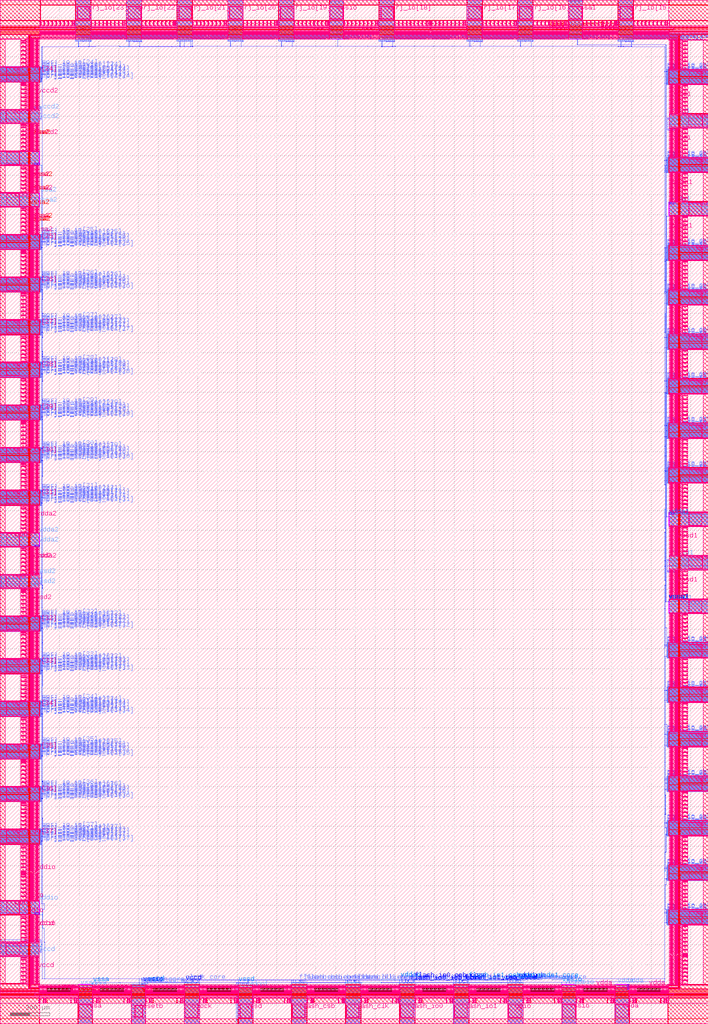
<source format=lef>
VERSION 5.7 ;
  NOWIREEXTENSIONATPIN ON ;
  DIVIDERCHAR "/" ;
  BUSBITCHARS "[]" ;
MACRO chip_io
  CLASS BLOCK ;
  FOREIGN chip_io ;
  ORIGIN 0.000 0.000 ;
  SIZE 3588.000 BY 5188.000 ;
  PIN clock
    DIRECTION INPUT ;
    USE SIGNAL ;
    PORT
      LAYER met5 ;
        RECT 938.200 32.990 1000.800 95.440 ;
    END
  END clock
  PIN clock_core
    DIRECTION OUTPUT TRISTATE ;
    USE SIGNAL ;
    PORT
      LAYER met2 ;
        RECT 936.635 208.565 936.915 210.965 ;
    END
  END clock_core
  PIN por
    DIRECTION INPUT ;
    USE SIGNAL ;
    PORT
      LAYER met2 ;
        RECT 970.215 208.565 970.495 210.965 ;
    END
  END por
  PIN flash_clk
    DIRECTION OUTPUT TRISTATE ;
    USE SIGNAL ;
    PORT
      LAYER met5 ;
        RECT 1755.200 32.990 1817.800 95.440 ;
    END
  END flash_clk
  PIN flash_clk_core
    DIRECTION INPUT ;
    USE SIGNAL ;
    PORT
      LAYER met2 ;
        RECT 1808.835 208.565 1809.115 210.965 ;
    END
  END flash_clk_core
  PIN flash_clk_ieb_core
    DIRECTION INPUT ;
    USE SIGNAL ;
    PORT
      LAYER met2 ;
        RECT 1787.215 208.565 1787.495 210.965 ;
    END
  END flash_clk_ieb_core
  PIN flash_clk_oeb_core
    DIRECTION INPUT ;
    USE SIGNAL ;
    PORT
      LAYER met2 ;
        RECT 1824.475 208.565 1824.755 210.965 ;
    END
  END flash_clk_oeb_core
  PIN flash_csb
    DIRECTION OUTPUT TRISTATE ;
    USE SIGNAL ;
    PORT
      LAYER met5 ;
        RECT 1481.200 32.990 1543.800 95.440 ;
    END
  END flash_csb
  PIN flash_csb_core
    DIRECTION INPUT ;
    USE SIGNAL ;
    PORT
      LAYER met2 ;
        RECT 1534.835 208.565 1535.115 210.965 ;
    END
  END flash_csb_core
  PIN flash_csb_ieb_core
    DIRECTION INPUT ;
    USE SIGNAL ;
    PORT
      LAYER met2 ;
        RECT 1513.215 208.565 1513.495 210.965 ;
    END
  END flash_csb_ieb_core
  PIN flash_csb_oeb_core
    DIRECTION INPUT ;
    USE SIGNAL ;
    PORT
      LAYER met2 ;
        RECT 1550.475 208.565 1550.755 210.965 ;
    END
  END flash_csb_oeb_core
  PIN flash_io0
    DIRECTION INOUT ;
    USE SIGNAL ;
    PORT
      LAYER met5 ;
        RECT 2029.200 32.990 2091.800 95.440 ;
    END
  END flash_io0
  PIN flash_io0_di_core
    DIRECTION OUTPUT TRISTATE ;
    USE SIGNAL ;
    PORT
      LAYER met2 ;
        RECT 2027.635 208.565 2027.915 210.965 ;
    END
  END flash_io0_di_core
  PIN flash_io0_do_core
    DIRECTION INPUT ;
    USE SIGNAL ;
    PORT
      LAYER met2 ;
        RECT 2082.835 208.565 2083.115 210.965 ;
    END
  END flash_io0_do_core
  PIN flash_io0_ieb_core
    DIRECTION INPUT ;
    USE SIGNAL ;
    PORT
      LAYER met1 ;
        RECT 2046.610 209.000 2046.930 209.060 ;
        RECT 2061.790 209.000 2062.110 209.060 ;
        RECT 2076.050 209.000 2076.370 209.060 ;
        RECT 2046.610 208.860 2076.370 209.000 ;
        RECT 2046.610 208.800 2046.930 208.860 ;
        RECT 2061.790 208.800 2062.110 208.860 ;
        RECT 2076.050 208.800 2076.370 208.860 ;
      LAYER via ;
        RECT 2046.640 208.800 2046.900 209.060 ;
        RECT 2061.820 208.800 2062.080 209.060 ;
        RECT 2076.080 208.800 2076.340 209.060 ;
      LAYER met2 ;
        RECT 2046.035 209.170 2046.315 210.965 ;
        RECT 2061.215 209.170 2061.495 210.965 ;
        RECT 2076.855 209.170 2077.135 210.965 ;
        RECT 2046.035 209.090 2046.840 209.170 ;
        RECT 2061.215 209.090 2062.020 209.170 ;
        RECT 2076.140 209.090 2077.135 209.170 ;
        RECT 2046.035 209.030 2046.900 209.090 ;
        RECT 2046.035 208.565 2046.315 209.030 ;
        RECT 2046.640 208.770 2046.900 209.030 ;
        RECT 2061.215 209.030 2062.080 209.090 ;
        RECT 2061.215 208.565 2061.495 209.030 ;
        RECT 2061.820 208.770 2062.080 209.030 ;
        RECT 2076.080 209.030 2077.135 209.090 ;
        RECT 2076.080 208.770 2076.340 209.030 ;
        RECT 2076.855 208.565 2077.135 209.030 ;
    END
  END flash_io0_ieb_core
  PIN flash_io0_oeb_core
    DIRECTION INPUT ;
    USE SIGNAL ;
    PORT
      LAYER met1 ;
        RECT 2055.350 221.240 2055.670 221.300 ;
        RECT 2098.590 221.240 2098.910 221.300 ;
        RECT 2055.350 221.100 2098.910 221.240 ;
        RECT 2055.350 221.040 2055.670 221.100 ;
        RECT 2098.590 221.040 2098.910 221.100 ;
      LAYER via ;
        RECT 2055.380 221.040 2055.640 221.300 ;
        RECT 2098.620 221.040 2098.880 221.300 ;
      LAYER met2 ;
        RECT 2055.380 221.010 2055.640 221.330 ;
        RECT 2098.620 221.010 2098.880 221.330 ;
        RECT 2055.440 210.965 2055.580 221.010 ;
        RECT 2098.680 210.965 2098.820 221.010 ;
        RECT 2055.235 209.100 2055.580 210.965 ;
        RECT 2098.475 209.100 2098.820 210.965 ;
        RECT 2055.235 208.565 2055.515 209.100 ;
        RECT 2098.475 208.565 2098.755 209.100 ;
    END
  END flash_io0_oeb_core
  PIN flash_io1
    DIRECTION INOUT ;
    USE SIGNAL ;
    PORT
      LAYER met5 ;
        RECT 2303.200 32.990 2365.800 95.440 ;
    END
  END flash_io1
  PIN flash_io1_di_core
    DIRECTION OUTPUT TRISTATE ;
    USE SIGNAL ;
    PORT
      LAYER met2 ;
        RECT 2301.635 208.565 2301.915 210.965 ;
    END
  END flash_io1_di_core
  PIN flash_io1_do_core
    DIRECTION INPUT ;
    USE SIGNAL ;
    PORT
      LAYER met2 ;
        RECT 2356.835 208.565 2357.115 210.965 ;
    END
  END flash_io1_do_core
  PIN flash_io1_ieb_core
    DIRECTION INPUT ;
    USE SIGNAL ;
    PORT
      LAYER met1 ;
        RECT 2320.770 209.340 2321.090 209.400 ;
        RECT 2335.950 209.340 2336.270 209.400 ;
        RECT 2350.210 209.340 2350.530 209.400 ;
        RECT 2320.770 209.200 2350.530 209.340 ;
        RECT 2320.770 209.140 2321.090 209.200 ;
        RECT 2335.950 209.140 2336.270 209.200 ;
        RECT 2350.210 209.140 2350.530 209.200 ;
      LAYER via ;
        RECT 2320.800 209.140 2321.060 209.400 ;
        RECT 2335.980 209.140 2336.240 209.400 ;
        RECT 2350.240 209.140 2350.500 209.400 ;
      LAYER met2 ;
        RECT 2320.035 209.170 2320.315 210.965 ;
        RECT 2320.800 209.170 2321.060 209.430 ;
        RECT 2320.035 209.110 2321.060 209.170 ;
        RECT 2335.215 209.170 2335.495 210.965 ;
        RECT 2335.980 209.170 2336.240 209.430 ;
        RECT 2335.215 209.110 2336.240 209.170 ;
        RECT 2350.240 209.170 2350.500 209.430 ;
        RECT 2350.855 209.170 2351.135 210.965 ;
        RECT 2350.240 209.110 2351.135 209.170 ;
        RECT 2320.035 209.030 2321.000 209.110 ;
        RECT 2335.215 209.030 2336.180 209.110 ;
        RECT 2350.300 209.030 2351.135 209.110 ;
        RECT 2320.035 208.565 2320.315 209.030 ;
        RECT 2335.215 208.565 2335.495 209.030 ;
        RECT 2350.855 208.565 2351.135 209.030 ;
    END
  END flash_io1_ieb_core
  PIN flash_io1_oeb_core
    DIRECTION INPUT ;
    USE SIGNAL ;
    PORT
      LAYER met2 ;
        RECT 2329.070 221.155 2329.350 221.525 ;
        RECT 2372.310 221.155 2372.590 221.525 ;
        RECT 2329.140 210.965 2329.280 221.155 ;
        RECT 2372.380 210.965 2372.520 221.155 ;
        RECT 2329.140 209.030 2329.515 210.965 ;
        RECT 2372.380 209.030 2372.755 210.965 ;
        RECT 2329.235 208.565 2329.515 209.030 ;
        RECT 2372.475 208.565 2372.755 209.030 ;
      LAYER via2 ;
        RECT 2329.070 221.200 2329.350 221.480 ;
        RECT 2372.310 221.200 2372.590 221.480 ;
      LAYER met3 ;
        RECT 2329.045 221.490 2329.375 221.505 ;
        RECT 2372.285 221.490 2372.615 221.505 ;
        RECT 2329.045 221.190 2372.615 221.490 ;
        RECT 2329.045 221.175 2329.375 221.190 ;
        RECT 2372.285 221.175 2372.615 221.190 ;
    END
  END flash_io1_oeb_core
  PIN gpio
    DIRECTION INOUT ;
    USE SIGNAL ;
    PORT
      LAYER met5 ;
        RECT 2577.200 32.990 2639.800 95.440 ;
    END
  END gpio
  PIN gpio_in_core
    DIRECTION OUTPUT TRISTATE ;
    USE SIGNAL ;
    PORT
      LAYER met2 ;
        RECT 2575.635 208.565 2575.915 210.965 ;
    END
  END gpio_in_core
  PIN gpio_inenb_core
    DIRECTION INPUT ;
    USE SIGNAL ;
    PORT
      LAYER met2 ;
        RECT 2609.215 208.565 2609.495 210.965 ;
    END
  END gpio_inenb_core
  PIN gpio_mode0_core
    DIRECTION INPUT ;
    USE SIGNAL ;
    PORT
      LAYER met2 ;
        RECT 2603.235 208.565 2603.515 210.965 ;
    END
  END gpio_mode0_core
  PIN gpio_mode1_core
    DIRECTION INPUT ;
    USE SIGNAL ;
    PORT
      LAYER met2 ;
        RECT 2594.030 221.155 2594.310 221.525 ;
        RECT 2624.850 221.155 2625.130 221.525 ;
        RECT 2594.100 210.965 2594.240 221.155 ;
        RECT 2624.920 210.965 2625.060 221.155 ;
        RECT 2594.035 208.565 2594.315 210.965 ;
        RECT 2624.855 208.565 2625.135 210.965 ;
      LAYER via2 ;
        RECT 2594.030 221.200 2594.310 221.480 ;
        RECT 2624.850 221.200 2625.130 221.480 ;
      LAYER met3 ;
        RECT 2594.005 221.490 2594.335 221.505 ;
        RECT 2624.825 221.490 2625.155 221.505 ;
        RECT 2594.005 221.190 2625.155 221.490 ;
        RECT 2594.005 221.175 2594.335 221.190 ;
        RECT 2624.825 221.175 2625.155 221.190 ;
    END
  END gpio_mode1_core
  PIN gpio_out_core
    DIRECTION INPUT ;
    USE SIGNAL ;
    PORT
      LAYER met2 ;
        RECT 2630.835 208.565 2631.115 210.965 ;
    END
  END gpio_out_core
  PIN gpio_outenb_core
    DIRECTION INPUT ;
    USE SIGNAL ;
    PORT
      LAYER met2 ;
        RECT 2646.475 208.565 2646.755 210.965 ;
    END
  END gpio_outenb_core
  PIN vccd
    DIRECTION INOUT ;
    USE SIGNAL ;
    PORT
      LAYER met4 ;
        RECT 186.465 202.730 191.115 341.270 ;
    END
  END vccd
  PIN vccd
    DIRECTION INOUT ;
    USE SIGNAL ;
    PORT
      LAYER met4 ;
        RECT 186.465 413.730 191.115 552.270 ;
    END
  END vccd
  PIN vccd
    DIRECTION INOUT ;
    USE SIGNAL ;
    PORT
      LAYER met5 ;
        RECT 186.565 202.730 191.015 341.270 ;
    END
  END vccd
  PIN vccd
    DIRECTION INOUT ;
    USE SIGNAL ;
    PORT
      LAYER met5 ;
        RECT 186.565 413.730 191.015 552.270 ;
    END
  END vccd
  PIN vccd
    DIRECTION INOUT ;
    USE SIGNAL ;
    PORT
      LAYER met3 ;
        RECT 191.100 340.500 198.000 364.500 ;
    END
  END vccd
  PIN vccd
    DIRECTION INOUT ;
    USE SIGNAL ;
    PORT
      LAYER met1 ;
        RECT 1987.270 4954.040 1987.590 4954.100 ;
        RECT 1988.190 4954.040 1988.510 4954.100 ;
        RECT 2433.010 4954.040 2433.330 4954.100 ;
        RECT 2690.150 4954.040 2690.470 4954.100 ;
        RECT 3198.910 4954.040 3199.230 4954.100 ;
        RECT 1987.270 4953.900 3199.230 4954.040 ;
        RECT 1987.270 4953.840 1987.590 4953.900 ;
        RECT 1988.190 4953.840 1988.510 4953.900 ;
        RECT 2433.010 4953.840 2433.330 4953.900 ;
        RECT 2690.150 4953.840 2690.470 4953.900 ;
        RECT 3198.910 4953.840 3199.230 4953.900 ;
        RECT 449.950 4953.700 450.270 4953.760 ;
        RECT 707.090 4953.700 707.410 4953.760 ;
        RECT 964.230 4953.700 964.550 4953.760 ;
        RECT 449.950 4953.560 964.550 4953.700 ;
        RECT 449.950 4953.500 450.270 4953.560 ;
        RECT 707.090 4953.500 707.410 4953.560 ;
        RECT 964.230 4953.500 964.550 4953.560 ;
        RECT 974.810 4953.700 975.130 4953.760 ;
        RECT 1220.910 4953.700 1221.230 4953.760 ;
        RECT 1478.970 4953.700 1479.290 4953.760 ;
        RECT 974.810 4953.560 1479.290 4953.700 ;
        RECT 974.810 4953.500 975.130 4953.560 ;
        RECT 1220.910 4953.500 1221.230 4953.560 ;
        RECT 1478.970 4953.500 1479.290 4953.560 ;
        RECT 1478.970 4952.680 1479.290 4952.740 ;
        RECT 1987.270 4952.680 1987.590 4952.740 ;
        RECT 1478.970 4952.540 1987.590 4952.680 ;
        RECT 1478.970 4952.480 1479.290 4952.540 ;
        RECT 1987.270 4952.480 1987.590 4952.540 ;
        RECT 964.230 4952.340 964.550 4952.400 ;
        RECT 974.810 4952.340 975.130 4952.400 ;
        RECT 964.230 4952.200 975.130 4952.340 ;
        RECT 964.230 4952.140 964.550 4952.200 ;
        RECT 974.810 4952.140 975.130 4952.200 ;
        RECT 3198.910 4950.980 3199.230 4951.040 ;
        RECT 3368.190 4950.980 3368.510 4951.040 ;
        RECT 3198.910 4950.840 3368.510 4950.980 ;
        RECT 3198.910 4950.780 3199.230 4950.840 ;
        RECT 3368.190 4950.780 3368.510 4950.840 ;
        RECT 449.490 4950.440 449.810 4950.700 ;
        RECT 212.590 4950.300 212.910 4950.360 ;
        RECT 449.580 4950.300 449.720 4950.440 ;
        RECT 212.590 4950.160 449.720 4950.300 ;
        RECT 212.590 4950.100 212.910 4950.160 ;
        RECT 208.910 4842.520 209.230 4842.580 ;
        RECT 212.590 4842.520 212.910 4842.580 ;
        RECT 208.910 4842.380 212.910 4842.520 ;
        RECT 208.910 4842.320 209.230 4842.380 ;
        RECT 212.590 4842.320 212.910 4842.380 ;
        RECT 3368.190 4766.700 3368.510 4766.760 ;
        RECT 3376.930 4766.700 3377.250 4766.760 ;
        RECT 3368.190 4766.560 3377.250 4766.700 ;
        RECT 3368.190 4766.500 3368.510 4766.560 ;
        RECT 3376.930 4766.500 3377.250 4766.560 ;
        RECT 3368.190 4322.320 3368.510 4322.380 ;
        RECT 3376.930 4322.320 3377.250 4322.380 ;
        RECT 3368.190 4322.180 3377.250 4322.320 ;
        RECT 3368.190 4322.120 3368.510 4322.180 ;
        RECT 3376.930 4322.120 3377.250 4322.180 ;
        RECT 208.910 3988.780 209.230 3988.840 ;
        RECT 212.590 3988.780 212.910 3988.840 ;
        RECT 213.510 3988.780 213.830 3988.840 ;
        RECT 208.910 3988.640 213.830 3988.780 ;
        RECT 208.910 3988.580 209.230 3988.640 ;
        RECT 212.590 3988.580 212.910 3988.640 ;
        RECT 213.510 3988.580 213.830 3988.640 ;
        RECT 3367.270 3874.540 3367.590 3874.600 ;
        RECT 3368.190 3874.540 3368.510 3874.600 ;
        RECT 3376.930 3874.540 3377.250 3874.600 ;
        RECT 3367.270 3874.400 3377.250 3874.540 ;
        RECT 3367.270 3874.340 3367.590 3874.400 ;
        RECT 3368.190 3874.340 3368.510 3874.400 ;
        RECT 3376.930 3874.340 3377.250 3874.400 ;
        RECT 212.130 3836.800 212.450 3836.860 ;
        RECT 213.510 3836.800 213.830 3836.860 ;
        RECT 212.130 3836.660 213.830 3836.800 ;
        RECT 212.130 3836.600 212.450 3836.660 ;
        RECT 213.510 3836.600 213.830 3836.660 ;
        RECT 208.910 3772.540 209.230 3772.600 ;
        RECT 212.130 3772.540 212.450 3772.600 ;
        RECT 208.910 3772.400 212.450 3772.540 ;
        RECT 208.910 3772.340 209.230 3772.400 ;
        RECT 212.130 3772.340 212.450 3772.400 ;
        RECT 3367.270 3650.820 3367.590 3650.880 ;
        RECT 3376.930 3650.820 3377.250 3650.880 ;
        RECT 3367.270 3650.680 3377.250 3650.820 ;
        RECT 3367.270 3650.620 3367.590 3650.680 ;
        RECT 3376.930 3650.620 3377.250 3650.680 ;
        RECT 208.910 3556.640 209.230 3556.700 ;
        RECT 212.130 3556.640 212.450 3556.700 ;
        RECT 213.510 3556.640 213.830 3556.700 ;
        RECT 208.910 3556.500 213.830 3556.640 ;
        RECT 208.910 3556.440 209.230 3556.500 ;
        RECT 212.130 3556.440 212.450 3556.500 ;
        RECT 213.510 3556.440 213.830 3556.500 ;
        RECT 3367.270 3426.080 3367.590 3426.140 ;
        RECT 3376.930 3426.080 3377.250 3426.140 ;
        RECT 3367.270 3425.940 3377.250 3426.080 ;
        RECT 3367.270 3425.880 3367.590 3425.940 ;
        RECT 3376.930 3425.880 3377.250 3425.940 ;
        RECT 208.910 3345.500 209.230 3345.560 ;
        RECT 212.590 3345.500 212.910 3345.560 ;
        RECT 208.910 3345.360 212.910 3345.500 ;
        RECT 208.910 3345.300 209.230 3345.360 ;
        RECT 212.590 3345.300 212.910 3345.360 ;
        RECT 3367.270 3198.620 3367.590 3198.680 ;
        RECT 3369.570 3198.620 3369.890 3198.680 ;
        RECT 3376.930 3198.620 3377.250 3198.680 ;
        RECT 3367.270 3198.480 3377.250 3198.620 ;
        RECT 3367.270 3198.420 3367.590 3198.480 ;
        RECT 3369.570 3198.420 3369.890 3198.480 ;
        RECT 3376.930 3198.420 3377.250 3198.480 ;
        RECT 212.590 3160.000 212.910 3160.260 ;
        RECT 212.680 3159.520 212.820 3160.000 ;
        RECT 213.970 3159.520 214.290 3159.580 ;
        RECT 212.680 3159.380 214.290 3159.520 ;
        RECT 213.970 3159.320 214.290 3159.380 ;
        RECT 208.910 3124.840 209.230 3124.900 ;
        RECT 213.970 3124.840 214.290 3124.900 ;
        RECT 208.910 3124.700 214.290 3124.840 ;
        RECT 208.910 3124.640 209.230 3124.700 ;
        RECT 213.970 3124.640 214.290 3124.700 ;
        RECT 213.970 3064.120 214.290 3064.380 ;
        RECT 213.050 3063.980 213.370 3064.040 ;
        RECT 214.060 3063.980 214.200 3064.120 ;
        RECT 213.050 3063.840 214.200 3063.980 ;
        RECT 213.050 3063.780 213.370 3063.840 ;
        RECT 213.050 3063.300 213.370 3063.360 ;
        RECT 213.970 3063.300 214.290 3063.360 ;
        RECT 213.050 3063.160 214.290 3063.300 ;
        RECT 213.050 3063.100 213.370 3063.160 ;
        RECT 213.970 3063.100 214.290 3063.160 ;
        RECT 3368.190 2974.560 3368.510 2974.620 ;
        RECT 3369.570 2974.560 3369.890 2974.620 ;
        RECT 3376.930 2974.560 3377.250 2974.620 ;
        RECT 3368.190 2974.420 3377.250 2974.560 ;
        RECT 3368.190 2974.360 3368.510 2974.420 ;
        RECT 3369.570 2974.360 3369.890 2974.420 ;
        RECT 3376.930 2974.360 3377.250 2974.420 ;
        RECT 208.910 2913.360 209.230 2913.420 ;
        RECT 213.970 2913.360 214.290 2913.420 ;
        RECT 208.910 2913.220 214.290 2913.360 ;
        RECT 208.910 2913.160 209.230 2913.220 ;
        RECT 213.970 2913.160 214.290 2913.220 ;
        RECT 211.670 2870.520 211.990 2870.580 ;
        RECT 213.970 2870.520 214.290 2870.580 ;
        RECT 211.670 2870.380 214.290 2870.520 ;
        RECT 211.670 2870.320 211.990 2870.380 ;
        RECT 213.970 2870.320 214.290 2870.380 ;
        RECT 3368.190 2752.540 3368.510 2752.600 ;
        RECT 3376.930 2752.540 3377.250 2752.600 ;
        RECT 3368.190 2752.400 3377.250 2752.540 ;
        RECT 3368.190 2752.340 3368.510 2752.400 ;
        RECT 3376.930 2752.340 3377.250 2752.400 ;
        RECT 208.910 2697.460 209.230 2697.520 ;
        RECT 212.590 2697.460 212.910 2697.520 ;
        RECT 208.910 2697.320 212.910 2697.460 ;
        RECT 208.910 2697.260 209.230 2697.320 ;
        RECT 212.590 2697.260 212.910 2697.320 ;
        RECT 208.910 2056.220 209.230 2056.280 ;
        RECT 212.590 2056.220 212.910 2056.280 ;
        RECT 208.910 2056.080 212.910 2056.220 ;
        RECT 208.910 2056.020 209.230 2056.080 ;
        RECT 212.590 2056.020 212.910 2056.080 ;
        RECT 213.050 1931.780 213.370 1931.840 ;
        RECT 214.430 1931.780 214.750 1931.840 ;
        RECT 213.050 1931.640 214.750 1931.780 ;
        RECT 213.050 1931.580 213.370 1931.640 ;
        RECT 214.430 1931.580 214.750 1931.640 ;
        RECT 3368.650 1861.740 3368.970 1861.800 ;
        RECT 3376.930 1861.740 3377.250 1861.800 ;
        RECT 3368.650 1861.600 3377.250 1861.740 ;
        RECT 3368.650 1861.540 3368.970 1861.600 ;
        RECT 3376.930 1861.540 3377.250 1861.600 ;
        RECT 208.910 1843.380 209.230 1843.440 ;
        RECT 214.430 1843.380 214.750 1843.440 ;
        RECT 208.910 1843.240 214.750 1843.380 ;
        RECT 208.910 1843.180 209.230 1843.240 ;
        RECT 214.430 1843.180 214.750 1843.240 ;
        RECT 3368.650 1640.400 3368.970 1640.460 ;
        RECT 3376.930 1640.400 3377.250 1640.460 ;
        RECT 3368.650 1640.260 3377.250 1640.400 ;
        RECT 3368.650 1640.200 3368.970 1640.260 ;
        RECT 3376.930 1640.200 3377.250 1640.260 ;
        RECT 208.910 1627.480 209.230 1627.540 ;
        RECT 212.130 1627.480 212.450 1627.540 ;
        RECT 213.510 1627.480 213.830 1627.540 ;
        RECT 208.910 1627.340 213.830 1627.480 ;
        RECT 208.910 1627.280 209.230 1627.340 ;
        RECT 212.130 1627.280 212.450 1627.340 ;
        RECT 213.510 1627.280 213.830 1627.340 ;
        RECT 212.130 1614.560 212.450 1614.620 ;
        RECT 212.130 1614.420 213.740 1614.560 ;
        RECT 212.130 1614.360 212.450 1614.420 ;
        RECT 213.600 1614.280 213.740 1614.420 ;
        RECT 213.510 1614.020 213.830 1614.280 ;
        RECT 211.670 1571.040 211.990 1571.100 ;
        RECT 213.510 1571.040 213.830 1571.100 ;
        RECT 211.670 1570.900 213.830 1571.040 ;
        RECT 211.670 1570.840 211.990 1570.900 ;
        RECT 213.510 1570.840 213.830 1570.900 ;
        RECT 208.910 1411.580 209.230 1411.640 ;
        RECT 212.590 1411.580 212.910 1411.640 ;
        RECT 208.910 1411.440 212.910 1411.580 ;
        RECT 208.910 1411.380 209.230 1411.440 ;
        RECT 212.590 1411.380 212.910 1411.440 ;
        RECT 3368.650 1410.560 3368.970 1410.620 ;
        RECT 3376.930 1410.560 3377.250 1410.620 ;
        RECT 3368.650 1410.420 3377.250 1410.560 ;
        RECT 3368.650 1410.360 3368.970 1410.420 ;
        RECT 3376.930 1410.360 3377.250 1410.420 ;
        RECT 211.670 1227.980 211.990 1228.040 ;
        RECT 214.430 1227.980 214.750 1228.040 ;
        RECT 211.670 1227.840 214.750 1227.980 ;
        RECT 211.670 1227.780 211.990 1227.840 ;
        RECT 214.430 1227.780 214.750 1227.840 ;
        RECT 208.910 1190.580 209.230 1190.640 ;
        RECT 213.050 1190.580 213.370 1190.640 ;
        RECT 214.430 1190.580 214.750 1190.640 ;
        RECT 208.910 1190.440 214.750 1190.580 ;
        RECT 208.910 1190.380 209.230 1190.440 ;
        RECT 213.050 1190.380 213.370 1190.440 ;
        RECT 214.430 1190.380 214.750 1190.440 ;
        RECT 3369.570 1188.540 3369.890 1188.600 ;
        RECT 3376.930 1188.540 3377.250 1188.600 ;
        RECT 3369.570 1188.400 3377.250 1188.540 ;
        RECT 3369.570 1188.340 3369.890 1188.400 ;
        RECT 3376.930 1188.340 3377.250 1188.400 ;
        RECT 3369.570 1186.840 3369.890 1186.900 ;
        RECT 3370.490 1186.840 3370.810 1186.900 ;
        RECT 3369.570 1186.700 3370.810 1186.840 ;
        RECT 3369.570 1186.640 3369.890 1186.700 ;
        RECT 3370.490 1186.640 3370.810 1186.700 ;
        RECT 211.670 1164.400 211.990 1164.460 ;
        RECT 213.050 1164.400 213.370 1164.460 ;
        RECT 211.670 1164.260 213.370 1164.400 ;
        RECT 211.670 1164.200 211.990 1164.260 ;
        RECT 213.050 1164.200 213.370 1164.260 ;
        RECT 3370.490 1158.960 3370.810 1159.020 ;
        RECT 3371.410 1158.960 3371.730 1159.020 ;
        RECT 3370.490 1158.820 3371.730 1158.960 ;
        RECT 3370.490 1158.760 3370.810 1158.820 ;
        RECT 3371.410 1158.760 3371.730 1158.820 ;
        RECT 3370.030 1062.740 3370.350 1062.800 ;
        RECT 3371.410 1062.740 3371.730 1062.800 ;
        RECT 3370.030 1062.600 3371.730 1062.740 ;
        RECT 3370.030 1062.540 3370.350 1062.600 ;
        RECT 3371.410 1062.540 3371.730 1062.600 ;
        RECT 211.670 1042.000 211.990 1042.060 ;
        RECT 214.430 1042.000 214.750 1042.060 ;
        RECT 211.670 1041.860 214.750 1042.000 ;
        RECT 211.670 1041.800 211.990 1041.860 ;
        RECT 214.430 1041.800 214.750 1041.860 ;
        RECT 3370.030 993.720 3370.350 993.780 ;
        RECT 3376.010 993.720 3376.330 993.780 ;
        RECT 3370.030 993.580 3376.330 993.720 ;
        RECT 3370.030 993.520 3370.350 993.580 ;
        RECT 3376.010 993.520 3376.330 993.580 ;
        RECT 208.910 974.680 209.230 974.740 ;
        RECT 212.130 974.680 212.450 974.740 ;
        RECT 214.430 974.680 214.750 974.740 ;
        RECT 208.910 974.540 214.750 974.680 ;
        RECT 208.910 974.480 209.230 974.540 ;
        RECT 212.130 974.480 212.450 974.540 ;
        RECT 214.430 974.480 214.750 974.540 ;
        RECT 3373.710 960.740 3374.030 960.800 ;
        RECT 3376.010 960.740 3376.330 960.800 ;
        RECT 3376.930 960.740 3377.250 960.800 ;
        RECT 3373.710 960.600 3377.250 960.740 ;
        RECT 3373.710 960.540 3374.030 960.600 ;
        RECT 3376.010 960.540 3376.330 960.600 ;
        RECT 3376.930 960.540 3377.250 960.600 ;
        RECT 212.130 926.740 212.450 926.800 ;
        RECT 213.510 926.740 213.830 926.800 ;
        RECT 212.130 926.600 213.830 926.740 ;
        RECT 212.130 926.540 212.450 926.600 ;
        RECT 213.510 926.540 213.830 926.600 ;
        RECT 3369.110 869.620 3369.430 869.680 ;
        RECT 3373.710 869.620 3374.030 869.680 ;
        RECT 3369.110 869.480 3374.030 869.620 ;
        RECT 3369.110 869.420 3369.430 869.480 ;
        RECT 3373.710 869.420 3374.030 869.480 ;
        RECT 212.590 745.520 212.910 745.580 ;
        RECT 213.510 745.520 213.830 745.580 ;
        RECT 212.590 745.380 213.830 745.520 ;
        RECT 212.590 745.320 212.910 745.380 ;
        RECT 213.510 745.320 213.830 745.380 ;
        RECT 3368.190 735.660 3368.510 735.720 ;
        RECT 3375.090 735.660 3375.410 735.720 ;
        RECT 3376.930 735.660 3377.250 735.720 ;
        RECT 3368.190 735.520 3377.250 735.660 ;
        RECT 3368.190 735.460 3368.510 735.520 ;
        RECT 3375.090 735.460 3375.410 735.520 ;
        RECT 3376.930 735.460 3377.250 735.520 ;
        RECT 3370.030 703.360 3370.350 703.420 ;
        RECT 3375.090 703.360 3375.410 703.420 ;
        RECT 3370.030 703.220 3375.410 703.360 ;
        RECT 3370.030 703.160 3370.350 703.220 ;
        RECT 3375.090 703.160 3375.410 703.220 ;
        RECT 3369.110 579.940 3369.430 580.000 ;
        RECT 3370.030 579.940 3370.350 580.000 ;
        RECT 3369.110 579.800 3370.350 579.940 ;
        RECT 3369.110 579.740 3369.430 579.800 ;
        RECT 3370.030 579.740 3370.350 579.800 ;
        RECT 3369.110 579.260 3369.430 579.320 ;
        RECT 3375.090 579.260 3375.410 579.320 ;
        RECT 3369.110 579.120 3375.410 579.260 ;
        RECT 3369.110 579.060 3369.430 579.120 ;
        RECT 3375.090 579.060 3375.410 579.120 ;
        RECT 212.590 552.400 212.910 552.460 ;
        RECT 213.510 552.400 213.830 552.460 ;
        RECT 212.590 552.260 213.830 552.400 ;
        RECT 212.590 552.200 212.910 552.260 ;
        RECT 213.510 552.200 213.830 552.260 ;
        RECT 3368.190 511.600 3368.510 511.660 ;
        RECT 3375.090 511.600 3375.410 511.660 ;
        RECT 3376.930 511.600 3377.250 511.660 ;
        RECT 3368.190 511.460 3377.250 511.600 ;
        RECT 3368.190 511.400 3368.510 511.460 ;
        RECT 3375.090 511.400 3375.410 511.460 ;
        RECT 3376.930 511.400 3377.250 511.460 ;
        RECT 213.510 228.040 213.830 228.100 ;
        RECT 717.670 228.040 717.990 228.100 ;
        RECT 213.510 227.900 717.990 228.040 ;
        RECT 213.510 227.840 213.830 227.900 ;
        RECT 717.670 227.840 717.990 227.900 ;
        RECT 2581.590 227.700 2581.910 227.760 ;
        RECT 3368.190 227.700 3368.510 227.760 ;
        RECT 2581.590 227.560 3368.510 227.700 ;
        RECT 2581.590 227.500 2581.910 227.560 ;
        RECT 3368.190 227.500 3368.510 227.560 ;
        RECT 2033.730 223.620 2034.050 223.680 ;
        RECT 2125.270 223.620 2125.590 223.680 ;
        RECT 2220.950 223.620 2221.270 223.680 ;
        RECT 2033.730 223.480 2056.500 223.620 ;
        RECT 2033.730 223.420 2034.050 223.480 ;
        RECT 2056.360 222.940 2056.500 223.480 ;
        RECT 2125.270 223.480 2221.270 223.620 ;
        RECT 2125.270 223.420 2125.590 223.480 ;
        RECT 2220.950 223.420 2221.270 223.480 ;
        RECT 2415.070 223.280 2415.390 223.340 ;
        RECT 2366.400 223.140 2415.390 223.280 ;
        RECT 2125.270 222.940 2125.590 223.000 ;
        RECT 2307.430 222.940 2307.750 223.000 ;
        RECT 2345.610 222.940 2345.930 223.000 ;
        RECT 2056.360 222.800 2125.590 222.940 ;
        RECT 2125.270 222.740 2125.590 222.800 ;
        RECT 2249.100 222.800 2345.930 222.940 ;
        RECT 1771.990 222.600 1772.310 222.660 ;
        RECT 1802.810 222.600 1803.130 222.660 ;
        RECT 1771.990 222.460 1803.130 222.600 ;
        RECT 1771.990 222.400 1772.310 222.460 ;
        RECT 1802.810 222.400 1803.130 222.460 ;
        RECT 1998.310 222.600 1998.630 222.660 ;
        RECT 2033.730 222.600 2034.050 222.660 ;
        RECT 1998.310 222.460 2034.050 222.600 ;
        RECT 1998.310 222.400 1998.630 222.460 ;
        RECT 2033.730 222.400 2034.050 222.460 ;
        RECT 2221.410 222.600 2221.730 222.660 ;
        RECT 2249.100 222.600 2249.240 222.800 ;
        RECT 2307.430 222.740 2307.750 222.800 ;
        RECT 2345.610 222.740 2345.930 222.800 ;
        RECT 2346.070 222.940 2346.390 223.000 ;
        RECT 2366.400 222.940 2366.540 223.140 ;
        RECT 2415.070 223.080 2415.390 223.140 ;
        RECT 2346.070 222.800 2366.540 222.940 ;
        RECT 2511.300 222.800 2511.900 222.940 ;
        RECT 2346.070 222.740 2346.390 222.800 ;
        RECT 2511.300 222.660 2511.440 222.800 ;
        RECT 2221.410 222.460 2249.240 222.600 ;
        RECT 2221.410 222.400 2221.730 222.460 ;
        RECT 2511.210 222.400 2511.530 222.660 ;
        RECT 2511.760 222.600 2511.900 222.800 ;
        RECT 2581.590 222.600 2581.910 222.660 ;
        RECT 2511.760 222.460 2581.910 222.600 ;
        RECT 2581.590 222.400 2581.910 222.460 ;
        RECT 942.610 221.580 942.930 221.640 ;
        RECT 964.230 221.580 964.550 221.640 ;
        RECT 1007.470 221.580 1007.790 221.640 ;
        RECT 1485.410 221.580 1485.730 221.640 ;
        RECT 1497.830 221.580 1498.150 221.640 ;
        RECT 1528.650 221.580 1528.970 221.640 ;
        RECT 1759.570 221.580 1759.890 221.640 ;
        RECT 1771.990 221.580 1772.310 221.640 ;
        RECT 942.610 221.440 1772.310 221.580 ;
        RECT 942.610 221.380 942.930 221.440 ;
        RECT 964.230 221.380 964.550 221.440 ;
        RECT 1007.470 221.380 1007.790 221.440 ;
        RECT 1485.410 221.380 1485.730 221.440 ;
        RECT 1497.830 221.380 1498.150 221.440 ;
        RECT 1528.650 221.380 1528.970 221.440 ;
        RECT 1759.570 221.380 1759.890 221.440 ;
        RECT 1771.990 221.380 1772.310 221.440 ;
        RECT 1802.810 221.580 1803.130 221.640 ;
        RECT 1998.310 221.580 1998.630 221.640 ;
        RECT 1802.810 221.440 1998.630 221.580 ;
        RECT 1802.810 221.380 1803.130 221.440 ;
        RECT 1998.310 221.380 1998.630 221.440 ;
        RECT 938.470 209.680 938.790 209.740 ;
        RECT 942.150 209.680 942.470 209.740 ;
        RECT 938.470 209.540 942.470 209.680 ;
        RECT 938.470 209.480 938.790 209.540 ;
        RECT 942.150 209.480 942.470 209.540 ;
        RECT 748.030 209.000 748.350 209.060 ;
        RECT 938.470 209.000 938.790 209.060 ;
        RECT 748.030 208.860 938.790 209.000 ;
        RECT 748.030 208.800 748.350 208.860 ;
        RECT 938.470 208.800 938.790 208.860 ;
      LAYER via ;
        RECT 1987.300 4953.840 1987.560 4954.100 ;
        RECT 1988.220 4953.840 1988.480 4954.100 ;
        RECT 2433.040 4953.840 2433.300 4954.100 ;
        RECT 2690.180 4953.840 2690.440 4954.100 ;
        RECT 3198.940 4953.840 3199.200 4954.100 ;
        RECT 449.980 4953.500 450.240 4953.760 ;
        RECT 707.120 4953.500 707.380 4953.760 ;
        RECT 964.260 4953.500 964.520 4953.760 ;
        RECT 974.840 4953.500 975.100 4953.760 ;
        RECT 1220.940 4953.500 1221.200 4953.760 ;
        RECT 1479.000 4953.500 1479.260 4953.760 ;
        RECT 1479.000 4952.480 1479.260 4952.740 ;
        RECT 1987.300 4952.480 1987.560 4952.740 ;
        RECT 964.260 4952.140 964.520 4952.400 ;
        RECT 974.840 4952.140 975.100 4952.400 ;
        RECT 3198.940 4950.780 3199.200 4951.040 ;
        RECT 3368.220 4950.780 3368.480 4951.040 ;
        RECT 449.520 4950.440 449.780 4950.700 ;
        RECT 212.620 4950.100 212.880 4950.360 ;
        RECT 208.940 4842.320 209.200 4842.580 ;
        RECT 212.620 4842.320 212.880 4842.580 ;
        RECT 3368.220 4766.500 3368.480 4766.760 ;
        RECT 3376.960 4766.500 3377.220 4766.760 ;
        RECT 3368.220 4322.120 3368.480 4322.380 ;
        RECT 3376.960 4322.120 3377.220 4322.380 ;
        RECT 208.940 3988.580 209.200 3988.840 ;
        RECT 212.620 3988.580 212.880 3988.840 ;
        RECT 213.540 3988.580 213.800 3988.840 ;
        RECT 3367.300 3874.340 3367.560 3874.600 ;
        RECT 3368.220 3874.340 3368.480 3874.600 ;
        RECT 3376.960 3874.340 3377.220 3874.600 ;
        RECT 212.160 3836.600 212.420 3836.860 ;
        RECT 213.540 3836.600 213.800 3836.860 ;
        RECT 208.940 3772.340 209.200 3772.600 ;
        RECT 212.160 3772.340 212.420 3772.600 ;
        RECT 3367.300 3650.620 3367.560 3650.880 ;
        RECT 3376.960 3650.620 3377.220 3650.880 ;
        RECT 208.940 3556.440 209.200 3556.700 ;
        RECT 212.160 3556.440 212.420 3556.700 ;
        RECT 213.540 3556.440 213.800 3556.700 ;
        RECT 3367.300 3425.880 3367.560 3426.140 ;
        RECT 3376.960 3425.880 3377.220 3426.140 ;
        RECT 208.940 3345.300 209.200 3345.560 ;
        RECT 212.620 3345.300 212.880 3345.560 ;
        RECT 3367.300 3198.420 3367.560 3198.680 ;
        RECT 3369.600 3198.420 3369.860 3198.680 ;
        RECT 3376.960 3198.420 3377.220 3198.680 ;
        RECT 212.620 3160.000 212.880 3160.260 ;
        RECT 214.000 3159.320 214.260 3159.580 ;
        RECT 208.940 3124.640 209.200 3124.900 ;
        RECT 214.000 3124.640 214.260 3124.900 ;
        RECT 214.000 3064.120 214.260 3064.380 ;
        RECT 213.080 3063.780 213.340 3064.040 ;
        RECT 213.080 3063.100 213.340 3063.360 ;
        RECT 214.000 3063.100 214.260 3063.360 ;
        RECT 3368.220 2974.360 3368.480 2974.620 ;
        RECT 3369.600 2974.360 3369.860 2974.620 ;
        RECT 3376.960 2974.360 3377.220 2974.620 ;
        RECT 208.940 2913.160 209.200 2913.420 ;
        RECT 214.000 2913.160 214.260 2913.420 ;
        RECT 211.700 2870.320 211.960 2870.580 ;
        RECT 214.000 2870.320 214.260 2870.580 ;
        RECT 3368.220 2752.340 3368.480 2752.600 ;
        RECT 3376.960 2752.340 3377.220 2752.600 ;
        RECT 208.940 2697.260 209.200 2697.520 ;
        RECT 212.620 2697.260 212.880 2697.520 ;
        RECT 208.940 2056.020 209.200 2056.280 ;
        RECT 212.620 2056.020 212.880 2056.280 ;
        RECT 213.080 1931.580 213.340 1931.840 ;
        RECT 214.460 1931.580 214.720 1931.840 ;
        RECT 3368.680 1861.540 3368.940 1861.800 ;
        RECT 3376.960 1861.540 3377.220 1861.800 ;
        RECT 208.940 1843.180 209.200 1843.440 ;
        RECT 214.460 1843.180 214.720 1843.440 ;
        RECT 3368.680 1640.200 3368.940 1640.460 ;
        RECT 3376.960 1640.200 3377.220 1640.460 ;
        RECT 208.940 1627.280 209.200 1627.540 ;
        RECT 212.160 1627.280 212.420 1627.540 ;
        RECT 213.540 1627.280 213.800 1627.540 ;
        RECT 212.160 1614.360 212.420 1614.620 ;
        RECT 213.540 1614.020 213.800 1614.280 ;
        RECT 211.700 1570.840 211.960 1571.100 ;
        RECT 213.540 1570.840 213.800 1571.100 ;
        RECT 208.940 1411.380 209.200 1411.640 ;
        RECT 212.620 1411.380 212.880 1411.640 ;
        RECT 3368.680 1410.360 3368.940 1410.620 ;
        RECT 3376.960 1410.360 3377.220 1410.620 ;
        RECT 211.700 1227.780 211.960 1228.040 ;
        RECT 214.460 1227.780 214.720 1228.040 ;
        RECT 208.940 1190.380 209.200 1190.640 ;
        RECT 213.080 1190.380 213.340 1190.640 ;
        RECT 214.460 1190.380 214.720 1190.640 ;
        RECT 3369.600 1188.340 3369.860 1188.600 ;
        RECT 3376.960 1188.340 3377.220 1188.600 ;
        RECT 3369.600 1186.640 3369.860 1186.900 ;
        RECT 3370.520 1186.640 3370.780 1186.900 ;
        RECT 211.700 1164.200 211.960 1164.460 ;
        RECT 213.080 1164.200 213.340 1164.460 ;
        RECT 3370.520 1158.760 3370.780 1159.020 ;
        RECT 3371.440 1158.760 3371.700 1159.020 ;
        RECT 3370.060 1062.540 3370.320 1062.800 ;
        RECT 3371.440 1062.540 3371.700 1062.800 ;
        RECT 211.700 1041.800 211.960 1042.060 ;
        RECT 214.460 1041.800 214.720 1042.060 ;
        RECT 3370.060 993.520 3370.320 993.780 ;
        RECT 3376.040 993.520 3376.300 993.780 ;
        RECT 208.940 974.480 209.200 974.740 ;
        RECT 212.160 974.480 212.420 974.740 ;
        RECT 214.460 974.480 214.720 974.740 ;
        RECT 3373.740 960.540 3374.000 960.800 ;
        RECT 3376.040 960.540 3376.300 960.800 ;
        RECT 3376.960 960.540 3377.220 960.800 ;
        RECT 212.160 926.540 212.420 926.800 ;
        RECT 213.540 926.540 213.800 926.800 ;
        RECT 3369.140 869.420 3369.400 869.680 ;
        RECT 3373.740 869.420 3374.000 869.680 ;
        RECT 212.620 745.320 212.880 745.580 ;
        RECT 213.540 745.320 213.800 745.580 ;
        RECT 3368.220 735.460 3368.480 735.720 ;
        RECT 3375.120 735.460 3375.380 735.720 ;
        RECT 3376.960 735.460 3377.220 735.720 ;
        RECT 3370.060 703.160 3370.320 703.420 ;
        RECT 3375.120 703.160 3375.380 703.420 ;
        RECT 3369.140 579.740 3369.400 580.000 ;
        RECT 3370.060 579.740 3370.320 580.000 ;
        RECT 3369.140 579.060 3369.400 579.320 ;
        RECT 3375.120 579.060 3375.380 579.320 ;
        RECT 212.620 552.200 212.880 552.460 ;
        RECT 213.540 552.200 213.800 552.460 ;
        RECT 3368.220 511.400 3368.480 511.660 ;
        RECT 3375.120 511.400 3375.380 511.660 ;
        RECT 3376.960 511.400 3377.220 511.660 ;
        RECT 213.540 227.840 213.800 228.100 ;
        RECT 717.700 227.840 717.960 228.100 ;
        RECT 2581.620 227.500 2581.880 227.760 ;
        RECT 3368.220 227.500 3368.480 227.760 ;
        RECT 2033.760 223.420 2034.020 223.680 ;
        RECT 2125.300 223.420 2125.560 223.680 ;
        RECT 2220.980 223.420 2221.240 223.680 ;
        RECT 2125.300 222.740 2125.560 223.000 ;
        RECT 1772.020 222.400 1772.280 222.660 ;
        RECT 1802.840 222.400 1803.100 222.660 ;
        RECT 1998.340 222.400 1998.600 222.660 ;
        RECT 2033.760 222.400 2034.020 222.660 ;
        RECT 2221.440 222.400 2221.700 222.660 ;
        RECT 2307.460 222.740 2307.720 223.000 ;
        RECT 2345.640 222.740 2345.900 223.000 ;
        RECT 2346.100 222.740 2346.360 223.000 ;
        RECT 2415.100 223.080 2415.360 223.340 ;
        RECT 2511.240 222.400 2511.500 222.660 ;
        RECT 2581.620 222.400 2581.880 222.660 ;
        RECT 942.640 221.380 942.900 221.640 ;
        RECT 964.260 221.380 964.520 221.640 ;
        RECT 1007.500 221.380 1007.760 221.640 ;
        RECT 1485.440 221.380 1485.700 221.640 ;
        RECT 1497.860 221.380 1498.120 221.640 ;
        RECT 1528.680 221.380 1528.940 221.640 ;
        RECT 1759.600 221.380 1759.860 221.640 ;
        RECT 1772.020 221.380 1772.280 221.640 ;
        RECT 1802.840 221.380 1803.100 221.640 ;
        RECT 1998.340 221.380 1998.600 221.640 ;
        RECT 938.500 209.480 938.760 209.740 ;
        RECT 942.180 209.480 942.440 209.740 ;
        RECT 748.060 208.800 748.320 209.060 ;
        RECT 938.500 208.800 938.760 209.060 ;
      LAYER met2 ;
        RECT 450.105 4977.260 450.385 4979.435 ;
        RECT 450.040 4977.035 450.385 4977.260 ;
        RECT 707.105 4977.035 707.385 4979.435 ;
        RECT 964.105 4977.330 964.385 4979.435 ;
        RECT 1221.105 4977.330 1221.385 4979.435 ;
        RECT 964.105 4977.035 964.460 4977.330 ;
        RECT 450.040 4953.790 450.180 4977.035 ;
        RECT 707.180 4953.790 707.320 4977.035 ;
        RECT 964.320 4953.790 964.460 4977.035 ;
        RECT 1221.000 4977.035 1221.385 4977.330 ;
        RECT 1479.105 4977.260 1479.385 4979.435 ;
        RECT 1479.060 4977.035 1479.385 4977.260 ;
        RECT 1988.105 4977.260 1988.385 4979.435 ;
        RECT 2433.105 4977.260 2433.385 4979.435 ;
        RECT 1988.105 4977.035 1988.420 4977.260 ;
        RECT 1221.000 4953.790 1221.140 4977.035 ;
        RECT 1479.060 4953.790 1479.200 4977.035 ;
        RECT 1988.280 4954.130 1988.420 4977.035 ;
        RECT 2433.100 4977.035 2433.385 4977.260 ;
        RECT 2690.105 4977.035 2690.385 4979.435 ;
        RECT 3199.105 4977.330 3199.385 4979.435 ;
        RECT 3199.000 4977.035 3199.385 4977.330 ;
        RECT 2433.100 4954.130 2433.240 4977.035 ;
        RECT 2690.240 4954.130 2690.380 4977.035 ;
        RECT 3199.000 4954.130 3199.140 4977.035 ;
        RECT 1987.300 4953.810 1987.560 4954.130 ;
        RECT 1988.220 4953.810 1988.480 4954.130 ;
        RECT 2433.040 4953.810 2433.300 4954.130 ;
        RECT 2690.180 4953.810 2690.440 4954.130 ;
        RECT 3198.940 4953.810 3199.200 4954.130 ;
        RECT 449.980 4953.470 450.240 4953.790 ;
        RECT 707.120 4953.470 707.380 4953.790 ;
        RECT 964.260 4953.470 964.520 4953.790 ;
        RECT 974.840 4953.470 975.100 4953.790 ;
        RECT 1220.940 4953.470 1221.200 4953.790 ;
        RECT 1479.000 4953.470 1479.260 4953.790 ;
        RECT 450.040 4950.810 450.180 4953.470 ;
        RECT 964.320 4952.430 964.460 4953.470 ;
        RECT 974.900 4952.430 975.040 4953.470 ;
        RECT 1479.060 4952.770 1479.200 4953.470 ;
        RECT 1987.360 4952.770 1987.500 4953.810 ;
        RECT 1479.000 4952.450 1479.260 4952.770 ;
        RECT 1987.300 4952.450 1987.560 4952.770 ;
        RECT 964.260 4952.110 964.520 4952.430 ;
        RECT 974.840 4952.110 975.100 4952.430 ;
        RECT 3199.000 4951.070 3199.140 4953.810 ;
        RECT 449.580 4950.730 450.180 4950.810 ;
        RECT 3198.940 4950.750 3199.200 4951.070 ;
        RECT 3368.220 4950.750 3368.480 4951.070 ;
        RECT 449.520 4950.670 450.180 4950.730 ;
        RECT 449.520 4950.410 449.780 4950.670 ;
        RECT 212.620 4950.070 212.880 4950.390 ;
        RECT 212.680 4842.610 212.820 4950.070 ;
        RECT 208.940 4842.290 209.200 4842.610 ;
        RECT 212.620 4842.290 212.880 4842.610 ;
        RECT 209.000 4840.385 209.140 4842.290 ;
        RECT 208.565 4840.105 210.965 4840.385 ;
        RECT 208.565 3991.105 210.965 3991.385 ;
        RECT 209.000 3988.870 209.140 3991.105 ;
        RECT 212.680 3988.870 212.820 4842.290 ;
        RECT 3368.280 4766.790 3368.420 4950.750 ;
        RECT 3377.035 4768.755 3379.435 4768.895 ;
        RECT 3377.020 4768.615 3379.435 4768.755 ;
        RECT 3377.020 4766.790 3377.160 4768.615 ;
        RECT 3368.220 4766.470 3368.480 4766.790 ;
        RECT 3376.960 4766.470 3377.220 4766.790 ;
        RECT 3368.280 4322.410 3368.420 4766.470 ;
        RECT 3377.035 4322.755 3379.435 4322.895 ;
        RECT 3377.020 4322.615 3379.435 4322.755 ;
        RECT 3377.020 4322.410 3377.160 4322.615 ;
        RECT 3368.220 4322.090 3368.480 4322.410 ;
        RECT 3376.960 4322.090 3377.220 4322.410 ;
        RECT 208.940 3988.550 209.200 3988.870 ;
        RECT 212.620 3988.550 212.880 3988.870 ;
        RECT 213.540 3988.550 213.800 3988.870 ;
        RECT 213.600 3836.890 213.740 3988.550 ;
        RECT 3368.280 3874.630 3368.420 4322.090 ;
        RECT 3377.035 3876.755 3379.435 3876.895 ;
        RECT 3377.020 3876.615 3379.435 3876.755 ;
        RECT 3377.020 3874.630 3377.160 3876.615 ;
        RECT 3367.300 3874.310 3367.560 3874.630 ;
        RECT 3368.220 3874.310 3368.480 3874.630 ;
        RECT 3376.960 3874.310 3377.220 3874.630 ;
        RECT 212.160 3836.570 212.420 3836.890 ;
        RECT 213.540 3836.570 213.800 3836.890 ;
        RECT 208.565 3775.105 210.965 3775.385 ;
        RECT 209.000 3772.630 209.140 3775.105 ;
        RECT 212.220 3772.630 212.360 3836.570 ;
        RECT 208.940 3772.310 209.200 3772.630 ;
        RECT 212.160 3772.310 212.420 3772.630 ;
        RECT 208.565 3559.105 210.965 3559.385 ;
        RECT 209.000 3556.730 209.140 3559.105 ;
        RECT 212.220 3556.730 212.360 3772.310 ;
        RECT 3367.360 3650.910 3367.500 3874.310 ;
        RECT 3377.035 3651.755 3379.435 3651.895 ;
        RECT 3377.020 3651.615 3379.435 3651.755 ;
        RECT 3377.020 3650.910 3377.160 3651.615 ;
        RECT 3367.300 3650.590 3367.560 3650.910 ;
        RECT 3376.960 3650.590 3377.220 3650.910 ;
        RECT 208.940 3556.410 209.200 3556.730 ;
        RECT 212.160 3556.410 212.420 3556.730 ;
        RECT 213.540 3556.410 213.800 3556.730 ;
        RECT 213.600 3392.250 213.740 3556.410 ;
        RECT 3367.360 3426.170 3367.500 3650.590 ;
        RECT 3377.035 3426.860 3379.435 3426.895 ;
        RECT 3377.020 3426.615 3379.435 3426.860 ;
        RECT 3377.020 3426.170 3377.160 3426.615 ;
        RECT 3367.300 3425.850 3367.560 3426.170 ;
        RECT 3376.960 3425.850 3377.220 3426.170 ;
        RECT 213.140 3392.110 213.740 3392.250 ;
        RECT 213.140 3360.970 213.280 3392.110 ;
        RECT 212.680 3360.830 213.280 3360.970 ;
        RECT 212.680 3345.590 212.820 3360.830 ;
        RECT 208.940 3345.270 209.200 3345.590 ;
        RECT 212.620 3345.270 212.880 3345.590 ;
        RECT 209.000 3343.385 209.140 3345.270 ;
        RECT 208.565 3343.105 210.965 3343.385 ;
        RECT 212.680 3160.290 212.820 3345.270 ;
        RECT 3367.360 3198.710 3367.500 3425.850 ;
        RECT 3377.035 3200.755 3379.435 3200.895 ;
        RECT 3377.020 3200.615 3379.435 3200.755 ;
        RECT 3377.020 3198.710 3377.160 3200.615 ;
        RECT 3367.300 3198.390 3367.560 3198.710 ;
        RECT 3369.600 3198.390 3369.860 3198.710 ;
        RECT 3376.960 3198.390 3377.220 3198.710 ;
        RECT 212.620 3159.970 212.880 3160.290 ;
        RECT 214.000 3159.290 214.260 3159.610 ;
        RECT 208.565 3127.105 210.965 3127.385 ;
        RECT 209.000 3124.930 209.140 3127.105 ;
        RECT 214.060 3124.930 214.200 3159.290 ;
        RECT 208.940 3124.610 209.200 3124.930 ;
        RECT 214.000 3124.610 214.260 3124.930 ;
        RECT 214.060 3064.410 214.200 3124.610 ;
        RECT 214.000 3064.090 214.260 3064.410 ;
        RECT 213.080 3063.750 213.340 3064.070 ;
        RECT 213.140 3063.390 213.280 3063.750 ;
        RECT 213.080 3063.070 213.340 3063.390 ;
        RECT 214.000 3063.070 214.260 3063.390 ;
        RECT 214.060 2913.450 214.200 3063.070 ;
        RECT 3369.660 2974.650 3369.800 3198.390 ;
        RECT 3377.035 2975.755 3379.435 2975.895 ;
        RECT 3377.020 2975.615 3379.435 2975.755 ;
        RECT 3377.020 2974.650 3377.160 2975.615 ;
        RECT 3368.220 2974.330 3368.480 2974.650 ;
        RECT 3369.600 2974.330 3369.860 2974.650 ;
        RECT 3376.960 2974.330 3377.220 2974.650 ;
        RECT 208.940 2913.130 209.200 2913.450 ;
        RECT 214.000 2913.130 214.260 2913.450 ;
        RECT 209.000 2911.385 209.140 2913.130 ;
        RECT 208.565 2911.105 210.965 2911.385 ;
        RECT 214.060 2870.610 214.200 2913.130 ;
        RECT 211.700 2870.290 211.960 2870.610 ;
        RECT 214.000 2870.290 214.260 2870.610 ;
        RECT 211.760 2702.730 211.900 2870.290 ;
        RECT 3368.280 2752.630 3368.420 2974.330 ;
        RECT 3368.220 2752.310 3368.480 2752.630 ;
        RECT 3376.960 2752.310 3377.220 2752.630 ;
        RECT 3377.020 2749.895 3377.160 2752.310 ;
        RECT 3377.020 2749.755 3379.435 2749.895 ;
        RECT 3377.035 2749.615 3379.435 2749.755 ;
        RECT 211.760 2702.590 212.820 2702.730 ;
        RECT 212.680 2697.550 212.820 2702.590 ;
        RECT 208.940 2697.230 209.200 2697.550 ;
        RECT 212.620 2697.230 212.880 2697.550 ;
        RECT 209.000 2695.385 209.140 2697.230 ;
        RECT 208.565 2695.105 210.965 2695.385 ;
        RECT 208.565 2057.105 210.965 2057.385 ;
        RECT 209.000 2056.310 209.140 2057.105 ;
        RECT 212.680 2056.310 212.820 2697.230 ;
        RECT 208.940 2055.990 209.200 2056.310 ;
        RECT 212.620 2055.990 212.880 2056.310 ;
        RECT 212.680 1959.490 212.820 2055.990 ;
        RECT 212.680 1959.350 213.280 1959.490 ;
        RECT 213.140 1931.870 213.280 1959.350 ;
        RECT 213.080 1931.550 213.340 1931.870 ;
        RECT 214.460 1931.550 214.720 1931.870 ;
        RECT 214.520 1843.470 214.660 1931.550 ;
        RECT 3377.035 1863.755 3379.435 1863.895 ;
        RECT 3377.020 1863.615 3379.435 1863.755 ;
        RECT 3377.020 1861.830 3377.160 1863.615 ;
        RECT 3368.680 1861.510 3368.940 1861.830 ;
        RECT 3376.960 1861.510 3377.220 1861.830 ;
        RECT 208.940 1843.150 209.200 1843.470 ;
        RECT 214.460 1843.150 214.720 1843.470 ;
        RECT 209.000 1841.385 209.140 1843.150 ;
        RECT 208.565 1841.105 210.965 1841.385 ;
        RECT 214.520 1838.620 214.660 1843.150 ;
        RECT 214.060 1838.480 214.660 1838.620 ;
        RECT 214.060 1711.290 214.200 1838.480 ;
        RECT 213.600 1711.150 214.200 1711.290 ;
        RECT 213.600 1627.570 213.740 1711.150 ;
        RECT 3368.740 1640.490 3368.880 1861.510 ;
        RECT 3368.680 1640.170 3368.940 1640.490 ;
        RECT 3376.960 1640.170 3377.220 1640.490 ;
        RECT 208.940 1627.250 209.200 1627.570 ;
        RECT 212.160 1627.250 212.420 1627.570 ;
        RECT 213.540 1627.250 213.800 1627.570 ;
        RECT 209.000 1625.385 209.140 1627.250 ;
        RECT 208.565 1625.105 210.965 1625.385 ;
        RECT 212.220 1614.650 212.360 1627.250 ;
        RECT 212.160 1614.330 212.420 1614.650 ;
        RECT 213.540 1613.990 213.800 1614.310 ;
        RECT 213.600 1571.130 213.740 1613.990 ;
        RECT 211.700 1570.810 211.960 1571.130 ;
        RECT 213.540 1570.810 213.800 1571.130 ;
        RECT 211.760 1418.515 211.900 1570.810 ;
        RECT 211.760 1418.375 212.820 1418.515 ;
        RECT 212.680 1411.670 212.820 1418.375 ;
        RECT 208.940 1411.350 209.200 1411.670 ;
        RECT 212.620 1411.350 212.880 1411.670 ;
        RECT 209.000 1409.385 209.140 1411.350 ;
        RECT 208.565 1409.105 210.965 1409.385 ;
        RECT 212.680 1380.130 212.820 1411.350 ;
        RECT 3368.740 1410.650 3368.880 1640.170 ;
        RECT 3377.020 1637.895 3377.160 1640.170 ;
        RECT 3377.020 1637.780 3379.435 1637.895 ;
        RECT 3377.035 1637.615 3379.435 1637.780 ;
        RECT 3377.035 1412.700 3379.435 1412.895 ;
        RECT 3377.020 1412.615 3379.435 1412.700 ;
        RECT 3377.020 1410.650 3377.160 1412.615 ;
        RECT 3368.680 1410.330 3368.940 1410.650 ;
        RECT 3376.960 1410.330 3377.220 1410.650 ;
        RECT 211.760 1379.990 212.820 1380.130 ;
        RECT 211.760 1228.070 211.900 1379.990 ;
        RECT 211.700 1227.750 211.960 1228.070 ;
        RECT 214.460 1227.750 214.720 1228.070 ;
        RECT 208.565 1193.105 210.965 1193.385 ;
        RECT 209.000 1190.670 209.140 1193.105 ;
        RECT 214.520 1190.670 214.660 1227.750 ;
        RECT 3368.740 1220.330 3368.880 1410.330 ;
        RECT 3368.740 1220.190 3369.800 1220.330 ;
        RECT 208.940 1190.350 209.200 1190.670 ;
        RECT 213.080 1190.350 213.340 1190.670 ;
        RECT 214.460 1190.350 214.720 1190.670 ;
        RECT 213.140 1164.490 213.280 1190.350 ;
        RECT 3369.660 1188.630 3369.800 1220.190 ;
        RECT 3369.600 1188.310 3369.860 1188.630 ;
        RECT 3376.960 1188.310 3377.220 1188.630 ;
        RECT 3369.660 1186.930 3369.800 1188.310 ;
        RECT 3377.020 1187.895 3377.160 1188.310 ;
        RECT 3377.020 1187.620 3379.435 1187.895 ;
        RECT 3377.035 1187.615 3379.435 1187.620 ;
        RECT 3369.600 1186.610 3369.860 1186.930 ;
        RECT 3370.520 1186.610 3370.780 1186.930 ;
        RECT 211.700 1164.170 211.960 1164.490 ;
        RECT 213.080 1164.170 213.340 1164.490 ;
        RECT 211.760 1042.090 211.900 1164.170 ;
        RECT 3370.580 1159.050 3370.720 1186.610 ;
        RECT 3370.520 1158.730 3370.780 1159.050 ;
        RECT 3371.440 1158.730 3371.700 1159.050 ;
        RECT 3371.500 1062.830 3371.640 1158.730 ;
        RECT 3370.060 1062.510 3370.320 1062.830 ;
        RECT 3371.440 1062.510 3371.700 1062.830 ;
        RECT 211.700 1041.770 211.960 1042.090 ;
        RECT 214.460 1041.770 214.720 1042.090 ;
        RECT 208.565 977.105 210.965 977.385 ;
        RECT 209.000 974.770 209.140 977.105 ;
        RECT 214.520 974.770 214.660 1041.770 ;
        RECT 3370.120 993.810 3370.260 1062.510 ;
        RECT 3370.060 993.490 3370.320 993.810 ;
        RECT 3376.040 993.490 3376.300 993.810 ;
        RECT 208.940 974.450 209.200 974.770 ;
        RECT 212.160 974.450 212.420 974.770 ;
        RECT 214.460 974.450 214.720 974.770 ;
        RECT 212.220 926.830 212.360 974.450 ;
        RECT 3376.100 960.830 3376.240 993.490 ;
        RECT 3377.035 961.860 3379.435 961.895 ;
        RECT 3377.020 961.615 3379.435 961.860 ;
        RECT 3377.020 960.830 3377.160 961.615 ;
        RECT 3373.740 960.510 3374.000 960.830 ;
        RECT 3376.040 960.510 3376.300 960.830 ;
        RECT 3376.960 960.510 3377.220 960.830 ;
        RECT 212.160 926.510 212.420 926.830 ;
        RECT 213.540 926.510 213.800 926.830 ;
        RECT 213.600 745.610 213.740 926.510 ;
        RECT 3373.800 869.710 3373.940 960.510 ;
        RECT 3369.140 869.390 3369.400 869.710 ;
        RECT 3373.740 869.390 3374.000 869.710 ;
        RECT 3369.200 773.005 3369.340 869.390 ;
        RECT 3368.210 772.635 3368.490 773.005 ;
        RECT 3369.130 772.635 3369.410 773.005 ;
        RECT 212.620 745.290 212.880 745.610 ;
        RECT 213.540 745.290 213.800 745.610 ;
        RECT 212.680 648.450 212.820 745.290 ;
        RECT 3368.280 735.750 3368.420 772.635 ;
        RECT 3377.035 736.780 3379.435 736.895 ;
        RECT 3377.020 736.615 3379.435 736.780 ;
        RECT 3377.020 735.750 3377.160 736.615 ;
        RECT 3368.220 735.430 3368.480 735.750 ;
        RECT 3375.120 735.430 3375.380 735.750 ;
        RECT 3376.960 735.430 3377.220 735.750 ;
        RECT 3375.180 703.450 3375.320 735.430 ;
        RECT 3370.060 703.130 3370.320 703.450 ;
        RECT 3375.120 703.130 3375.380 703.450 ;
        RECT 212.680 648.310 213.740 648.450 ;
        RECT 213.600 552.490 213.740 648.310 ;
        RECT 3370.120 580.030 3370.260 703.130 ;
        RECT 3369.140 579.710 3369.400 580.030 ;
        RECT 3370.060 579.710 3370.320 580.030 ;
        RECT 3369.200 579.350 3369.340 579.710 ;
        RECT 3369.140 579.030 3369.400 579.350 ;
        RECT 3375.120 579.030 3375.380 579.350 ;
        RECT 212.620 552.170 212.880 552.490 ;
        RECT 213.540 552.170 213.800 552.490 ;
        RECT 212.680 455.330 212.820 552.170 ;
        RECT 3375.180 511.690 3375.320 579.030 ;
        RECT 3368.220 511.370 3368.480 511.690 ;
        RECT 3375.120 511.370 3375.380 511.690 ;
        RECT 3376.960 511.370 3377.220 511.690 ;
        RECT 212.680 455.190 213.740 455.330 ;
        RECT 213.600 403.085 213.740 455.190 ;
        RECT 207.090 402.715 207.370 403.085 ;
        RECT 213.530 402.715 213.810 403.085 ;
        RECT 207.160 391.525 207.300 402.715 ;
        RECT 207.090 391.155 207.370 391.525 ;
        RECT 213.600 228.130 213.740 402.715 ;
        RECT 213.540 227.810 213.800 228.130 ;
        RECT 717.700 227.810 717.960 228.130 ;
        RECT 717.760 202.485 717.900 227.810 ;
        RECT 3368.280 227.790 3368.420 511.370 ;
        RECT 3377.020 510.895 3377.160 511.370 ;
        RECT 3377.020 510.755 3379.435 510.895 ;
        RECT 3377.035 510.615 3379.435 510.755 ;
        RECT 2581.620 227.470 2581.880 227.790 ;
        RECT 3368.220 227.470 3368.480 227.790 ;
        RECT 2033.760 223.390 2034.020 223.710 ;
        RECT 2125.300 223.390 2125.560 223.710 ;
        RECT 2220.980 223.390 2221.240 223.710 ;
        RECT 2033.820 222.690 2033.960 223.390 ;
        RECT 2125.360 223.030 2125.500 223.390 ;
        RECT 2125.300 222.710 2125.560 223.030 ;
        RECT 1772.020 222.370 1772.280 222.690 ;
        RECT 1802.840 222.370 1803.100 222.690 ;
        RECT 1998.340 222.370 1998.600 222.690 ;
        RECT 2033.760 222.370 2034.020 222.690 ;
        RECT 1772.080 221.670 1772.220 222.370 ;
        RECT 1802.900 221.670 1803.040 222.370 ;
        RECT 1998.400 221.670 1998.540 222.370 ;
        RECT 942.640 221.350 942.900 221.670 ;
        RECT 964.260 221.350 964.520 221.670 ;
        RECT 1007.500 221.350 1007.760 221.670 ;
        RECT 1485.440 221.350 1485.700 221.670 ;
        RECT 1497.860 221.350 1498.120 221.670 ;
        RECT 1528.680 221.350 1528.940 221.670 ;
        RECT 1759.600 221.350 1759.860 221.670 ;
        RECT 1772.020 221.350 1772.280 221.670 ;
        RECT 1802.840 221.350 1803.100 221.670 ;
        RECT 1998.340 221.350 1998.600 221.670 ;
        RECT 942.700 210.965 942.840 221.350 ;
        RECT 964.320 210.965 964.460 221.350 ;
        RECT 1007.560 210.965 1007.700 221.350 ;
        RECT 1485.500 210.965 1485.640 221.350 ;
        RECT 1497.920 210.965 1498.060 221.350 ;
        RECT 1528.740 210.965 1528.880 221.350 ;
        RECT 1759.660 210.965 1759.800 221.350 ;
        RECT 1772.080 210.965 1772.220 221.350 ;
        RECT 1802.900 210.965 1803.040 221.350 ;
        RECT 2033.820 210.965 2033.960 222.370 ;
        RECT 2221.040 222.090 2221.180 223.390 ;
        RECT 2415.090 223.195 2415.370 223.565 ;
        RECT 2510.310 223.195 2510.590 223.565 ;
        RECT 2415.100 223.050 2415.360 223.195 ;
        RECT 2307.460 222.710 2307.720 223.030 ;
        RECT 2345.640 222.770 2345.900 223.030 ;
        RECT 2346.100 222.770 2346.360 223.030 ;
        RECT 2345.640 222.710 2346.360 222.770 ;
        RECT 2221.440 222.370 2221.700 222.690 ;
        RECT 2221.500 222.090 2221.640 222.370 ;
        RECT 2221.040 221.950 2221.640 222.090 ;
        RECT 942.615 209.850 942.895 210.965 ;
        RECT 942.240 209.770 942.895 209.850 ;
        RECT 938.500 209.450 938.760 209.770 ;
        RECT 942.180 209.710 942.895 209.770 ;
        RECT 942.180 209.450 942.440 209.710 ;
        RECT 938.560 209.090 938.700 209.450 ;
        RECT 748.060 208.770 748.320 209.090 ;
        RECT 938.500 208.770 938.760 209.090 ;
        RECT 717.690 202.115 717.970 202.485 ;
        RECT 748.120 201.805 748.260 208.770 ;
        RECT 942.615 208.565 942.895 209.710 ;
        RECT 964.235 208.565 964.515 210.965 ;
        RECT 1007.475 208.565 1007.755 210.965 ;
        RECT 1485.500 209.030 1485.895 210.965 ;
        RECT 1497.920 209.030 1498.315 210.965 ;
        RECT 1528.740 209.030 1529.135 210.965 ;
        RECT 1485.615 208.565 1485.895 209.030 ;
        RECT 1498.035 208.565 1498.315 209.030 ;
        RECT 1528.855 208.565 1529.135 209.030 ;
        RECT 1759.615 208.565 1759.895 210.965 ;
        RECT 1772.035 208.565 1772.315 210.965 ;
        RECT 1802.855 208.565 1803.135 210.965 ;
        RECT 2033.615 209.100 2033.960 210.965 ;
        RECT 2307.520 210.965 2307.660 222.710 ;
        RECT 2345.700 222.630 2346.300 222.710 ;
        RECT 2510.380 222.090 2510.520 223.195 ;
        RECT 2581.680 222.690 2581.820 227.470 ;
        RECT 2511.240 222.370 2511.500 222.690 ;
        RECT 2581.620 222.370 2581.880 222.690 ;
        RECT 2511.300 222.090 2511.440 222.370 ;
        RECT 2510.380 221.950 2511.440 222.090 ;
        RECT 2581.680 210.965 2581.820 222.370 ;
        RECT 2033.615 208.565 2033.895 209.100 ;
        RECT 2307.520 209.030 2307.895 210.965 ;
        RECT 2307.615 208.565 2307.895 209.030 ;
        RECT 2581.615 208.565 2581.895 210.965 ;
        RECT 748.050 201.435 748.330 201.805 ;
      LAYER via2 ;
        RECT 3368.210 772.680 3368.490 772.960 ;
        RECT 3369.130 772.680 3369.410 772.960 ;
        RECT 207.090 402.760 207.370 403.040 ;
        RECT 213.530 402.760 213.810 403.040 ;
        RECT 207.090 391.200 207.370 391.480 ;
        RECT 2415.090 223.240 2415.370 223.520 ;
        RECT 2510.310 223.240 2510.590 223.520 ;
        RECT 717.690 202.160 717.970 202.440 ;
        RECT 748.050 201.480 748.330 201.760 ;
      LAYER met3 ;
        RECT 3368.185 772.970 3368.515 772.985 ;
        RECT 3369.105 772.970 3369.435 772.985 ;
        RECT 3368.185 772.670 3369.435 772.970 ;
        RECT 3368.185 772.655 3368.515 772.670 ;
        RECT 3369.105 772.655 3369.435 772.670 ;
        RECT 191.100 391.490 198.000 414.700 ;
        RECT 207.065 403.050 207.395 403.065 ;
        RECT 213.505 403.050 213.835 403.065 ;
        RECT 207.065 402.750 213.835 403.050 ;
        RECT 207.065 402.735 207.395 402.750 ;
        RECT 213.505 402.735 213.835 402.750 ;
        RECT 207.065 391.490 207.395 391.505 ;
        RECT 191.100 391.190 207.395 391.490 ;
        RECT 191.100 390.755 198.000 391.190 ;
        RECT 207.065 391.175 207.395 391.190 ;
        RECT 2415.065 223.530 2415.395 223.545 ;
        RECT 2510.285 223.530 2510.615 223.545 ;
        RECT 2415.065 223.230 2510.615 223.530 ;
        RECT 2415.065 223.215 2415.395 223.230 ;
        RECT 2510.285 223.215 2510.615 223.230 ;
        RECT 717.665 202.450 717.995 202.465 ;
        RECT 717.665 202.150 729.250 202.450 ;
        RECT 717.665 202.135 717.995 202.150 ;
        RECT 728.950 201.770 729.250 202.150 ;
        RECT 748.025 201.770 748.355 201.785 ;
        RECT 728.950 201.470 748.355 201.770 ;
        RECT 729.190 200.070 729.490 201.470 ;
        RECT 748.025 201.455 748.355 201.470 ;
        RECT 729.100 200.000 729.490 200.070 ;
        RECT 729.080 196.740 729.600 200.000 ;
    END
  END vccd
  PIN vccd
    DIRECTION INOUT ;
    USE SIGNAL ;
    PORT
      LAYER met5 ;
        RECT 30.430 349.315 97.860 405.955 ;
    END
  END vccd
  PIN vdda
    DIRECTION INOUT ;
    USE SIGNAL ;
    PORT
      LAYER met4 ;
        RECT 3188.035 181.615 3385.255 185.065 ;
    END
  END vdda
  PIN vdda
    DIRECTION INOUT ;
    USE SIGNAL ;
    PORT
      LAYER met4 ;
        RECT 2919.035 181.615 3114.965 185.065 ;
    END
  END vdda
  PIN vdda
    DIRECTION INOUT ;
    USE SIGNAL ;
    PORT
      LAYER met5 ;
        RECT 3188.035 181.715 3385.255 184.965 ;
    END
  END vdda
  PIN vdda
    DIRECTION INOUT ;
    USE SIGNAL ;
    PORT
      LAYER met5 ;
        RECT 2919.035 181.715 3114.965 184.965 ;
    END
  END vdda
  PIN vdda
    DIRECTION INOUT ;
    USE SIGNAL ;
    PORT
      LAYER met3 ;
        RECT 3164.605 185.040 3188.505 200.000 ;
    END
  END vdda
  PIN vdda
    DIRECTION INOUT ;
    USE SIGNAL ;
    PORT
      LAYER met3 ;
        RECT 3114.710 185.040 3138.610 200.000 ;
    END
  END vdda
  PIN vdda
    DIRECTION INOUT ;
    USE SIGNAL ;
    PORT
      LAYER met5 ;
        RECT 3120.200 33.375 3182.900 95.990 ;
    END
  END vdda
  PIN vddio
    DIRECTION INOUT ;
    USE SIGNAL ;
    PORT
      LAYER met4 ;
        RECT 105.000 549.000 129.965 552.270 ;
    END
  END vddio
  PIN vddio
    DIRECTION INOUT ;
    USE SIGNAL ;
    PORT
      LAYER met4 ;
        RECT 175.565 413.730 180.215 552.270 ;
    END
  END vddio
  PIN vddio
    DIRECTION INOUT ;
    USE SIGNAL ;
    PORT
      LAYER met4 ;
        RECT 105.000 624.730 129.965 627.000 ;
    END
  END vddio
  PIN vddio
    DIRECTION INOUT ;
    USE SIGNAL ;
    PORT
      LAYER met4 ;
        RECT 175.565 624.730 180.215 909.270 ;
    END
  END vddio
  PIN vddio
    DIRECTION INOUT ;
    USE SIGNAL ;
    PORT
      LAYER met5 ;
        RECT 175.665 413.730 180.115 552.270 ;
    END
  END vddio
  PIN vddio
    DIRECTION INOUT ;
    USE SIGNAL ;
    PORT
      LAYER met5 ;
        RECT 105.015 549.000 129.965 552.270 ;
    END
  END vddio
  PIN vddio
    DIRECTION INOUT ;
    USE SIGNAL ;
    PORT
      LAYER met5 ;
        RECT 175.665 624.730 180.115 909.270 ;
    END
  END vddio
  PIN vddio
    DIRECTION INOUT ;
    USE SIGNAL ;
    PORT
      LAYER met5 ;
        RECT 105.015 624.730 129.965 627.000 ;
    END
  END vddio
  PIN vddio
    DIRECTION INOUT ;
    USE SIGNAL ;
    PORT
      LAYER met1 ;
        RECT 211.210 607.480 211.530 607.540 ;
        RECT 223.630 607.480 223.950 607.540 ;
        RECT 211.210 607.340 223.950 607.480 ;
        RECT 211.210 607.280 211.530 607.340 ;
        RECT 223.630 607.280 223.950 607.340 ;
        RECT 214.890 579.600 215.210 579.660 ;
        RECT 223.630 579.600 223.950 579.660 ;
        RECT 214.890 579.460 223.950 579.600 ;
        RECT 214.890 579.400 215.210 579.460 ;
        RECT 223.630 579.400 223.950 579.460 ;
        RECT 223.170 414.160 223.490 414.420 ;
        RECT 223.260 414.020 223.400 414.160 ;
        RECT 224.090 414.020 224.410 414.080 ;
        RECT 223.260 413.880 224.410 414.020 ;
        RECT 224.090 413.820 224.410 413.880 ;
        RECT 224.550 227.700 224.870 227.760 ;
        RECT 979.870 227.700 980.190 227.760 ;
        RECT 224.550 227.560 980.190 227.700 ;
        RECT 224.550 227.500 224.870 227.560 ;
        RECT 979.870 227.500 980.190 227.560 ;
        RECT 2028.210 223.960 2028.530 224.020 ;
        RECT 2056.270 223.960 2056.590 224.020 ;
        RECT 2028.210 223.820 2056.590 223.960 ;
        RECT 2028.210 223.760 2028.530 223.820 ;
        RECT 2056.270 223.760 2056.590 223.820 ;
        RECT 1796.830 223.620 1797.150 223.680 ;
        RECT 1711.360 223.480 1797.150 223.620 ;
        RECT 979.870 222.260 980.190 222.320 ;
        RECT 1522.670 222.260 1522.990 222.320 ;
        RECT 1711.360 222.260 1711.500 223.480 ;
        RECT 1796.830 223.420 1797.150 223.480 ;
        RECT 1803.270 222.600 1803.590 222.660 ;
        RECT 1932.070 222.600 1932.390 222.660 ;
        RECT 1803.270 222.460 1932.390 222.600 ;
        RECT 1803.270 222.400 1803.590 222.460 ;
        RECT 1932.070 222.400 1932.390 222.460 ;
        RECT 2056.270 222.600 2056.590 222.660 ;
        RECT 2056.270 222.460 2071.220 222.600 ;
        RECT 2056.270 222.400 2056.590 222.460 ;
        RECT 2071.080 222.320 2071.220 222.460 ;
        RECT 979.870 222.120 1711.500 222.260 ;
        RECT 2070.990 222.260 2071.310 222.320 ;
        RECT 2099.050 222.260 2099.370 222.320 ;
        RECT 2070.990 222.120 2099.370 222.260 ;
        RECT 979.870 222.060 980.190 222.120 ;
        RECT 1522.670 222.060 1522.990 222.120 ;
        RECT 2070.990 222.060 2071.310 222.120 ;
        RECT 2099.050 222.060 2099.370 222.120 ;
        RECT 1796.830 221.920 1797.150 221.980 ;
        RECT 1803.270 221.920 1803.590 221.980 ;
        RECT 1796.830 221.780 1803.590 221.920 ;
        RECT 1796.830 221.720 1797.150 221.780 ;
        RECT 1803.270 221.720 1803.590 221.780 ;
        RECT 2099.050 221.240 2099.370 221.300 ;
        RECT 2344.690 221.240 2345.010 221.300 ;
        RECT 2618.850 221.240 2619.170 221.300 ;
        RECT 2099.050 221.100 2619.170 221.240 ;
        RECT 2099.050 221.040 2099.370 221.100 ;
        RECT 2344.690 221.040 2345.010 221.100 ;
        RECT 2618.850 221.040 2619.170 221.100 ;
      LAYER via ;
        RECT 211.240 607.280 211.500 607.540 ;
        RECT 223.660 607.280 223.920 607.540 ;
        RECT 214.920 579.400 215.180 579.660 ;
        RECT 223.660 579.400 223.920 579.660 ;
        RECT 223.200 414.160 223.460 414.420 ;
        RECT 224.120 413.820 224.380 414.080 ;
        RECT 224.580 227.500 224.840 227.760 ;
        RECT 979.900 227.500 980.160 227.760 ;
        RECT 2028.240 223.760 2028.500 224.020 ;
        RECT 2056.300 223.760 2056.560 224.020 ;
        RECT 979.900 222.060 980.160 222.320 ;
        RECT 1522.700 222.060 1522.960 222.320 ;
        RECT 1796.860 223.420 1797.120 223.680 ;
        RECT 1803.300 222.400 1803.560 222.660 ;
        RECT 1932.100 222.400 1932.360 222.660 ;
        RECT 2056.300 222.400 2056.560 222.660 ;
        RECT 2071.020 222.060 2071.280 222.320 ;
        RECT 2099.080 222.060 2099.340 222.320 ;
        RECT 1796.860 221.720 1797.120 221.980 ;
        RECT 1803.300 221.720 1803.560 221.980 ;
        RECT 2099.080 221.040 2099.340 221.300 ;
        RECT 2344.720 221.040 2344.980 221.300 ;
        RECT 2618.880 221.040 2619.140 221.300 ;
      LAYER met2 ;
        RECT 211.230 4350.115 211.510 4350.485 ;
        RECT 211.300 607.570 211.440 4350.115 ;
        RECT 211.240 607.250 211.500 607.570 ;
        RECT 223.660 607.250 223.920 607.570 ;
        RECT 223.720 579.690 223.860 607.250 ;
        RECT 214.920 579.370 215.180 579.690 ;
        RECT 223.660 579.370 223.920 579.690 ;
        RECT 214.980 552.005 215.120 579.370 ;
        RECT 214.910 551.635 215.190 552.005 ;
        RECT 214.980 483.325 215.120 551.635 ;
        RECT 214.910 482.955 215.190 483.325 ;
        RECT 223.190 482.955 223.470 483.325 ;
        RECT 223.260 414.450 223.400 482.955 ;
        RECT 223.200 414.130 223.460 414.450 ;
        RECT 224.120 413.790 224.380 414.110 ;
        RECT 224.180 413.170 224.320 413.790 ;
        RECT 224.180 413.030 224.780 413.170 ;
        RECT 224.640 227.790 224.780 413.030 ;
        RECT 224.580 227.470 224.840 227.790 ;
        RECT 979.900 227.470 980.160 227.790 ;
        RECT 979.960 222.350 980.100 227.470 ;
        RECT 2028.240 223.730 2028.500 224.050 ;
        RECT 2056.300 223.730 2056.560 224.050 ;
        RECT 1796.860 223.390 1797.120 223.710 ;
        RECT 979.900 222.030 980.160 222.350 ;
        RECT 1522.700 222.030 1522.960 222.350 ;
        RECT 979.960 210.965 980.100 222.030 ;
        RECT 1522.760 210.965 1522.900 222.030 ;
        RECT 1796.920 222.010 1797.060 223.390 ;
        RECT 2028.300 222.885 2028.440 223.730 ;
        RECT 1803.300 222.370 1803.560 222.690 ;
        RECT 1932.090 222.515 1932.370 222.885 ;
        RECT 2028.230 222.515 2028.510 222.885 ;
        RECT 2056.360 222.690 2056.500 223.730 ;
        RECT 1932.100 222.370 1932.360 222.515 ;
        RECT 2056.300 222.370 2056.560 222.690 ;
        RECT 1803.360 222.010 1803.500 222.370 ;
        RECT 2071.020 222.030 2071.280 222.350 ;
        RECT 2099.080 222.030 2099.340 222.350 ;
        RECT 1796.860 221.690 1797.120 222.010 ;
        RECT 1803.300 221.690 1803.560 222.010 ;
        RECT 1796.920 210.965 1797.060 221.690 ;
        RECT 2071.080 210.965 2071.220 222.030 ;
        RECT 2099.140 221.330 2099.280 222.030 ;
        RECT 2099.080 221.010 2099.340 221.330 ;
        RECT 2344.720 221.010 2344.980 221.330 ;
        RECT 2618.880 221.010 2619.140 221.330 ;
        RECT 979.875 208.565 980.155 210.965 ;
        RECT 1522.760 209.030 1523.155 210.965 ;
        RECT 1522.875 208.565 1523.155 209.030 ;
        RECT 1796.875 208.565 1797.155 210.965 ;
        RECT 2070.875 209.100 2071.220 210.965 ;
        RECT 2344.780 210.965 2344.920 221.010 ;
        RECT 2618.940 210.965 2619.080 221.010 ;
        RECT 2070.875 208.565 2071.155 209.100 ;
        RECT 2344.780 209.030 2345.155 210.965 ;
        RECT 2344.875 208.565 2345.155 209.030 ;
        RECT 2618.875 208.565 2619.155 210.965 ;
      LAYER via2 ;
        RECT 211.230 4350.160 211.510 4350.440 ;
        RECT 214.910 551.680 215.190 551.960 ;
        RECT 214.910 483.000 215.190 483.280 ;
        RECT 223.190 483.000 223.470 483.280 ;
        RECT 1932.090 222.560 1932.370 222.840 ;
        RECT 2028.230 222.560 2028.510 222.840 ;
      LAYER met3 ;
        RECT 180.200 4350.450 200.000 4373.395 ;
        RECT 211.205 4350.450 211.535 4350.465 ;
        RECT 180.200 4350.150 211.535 4350.450 ;
        RECT 180.200 4349.495 200.000 4350.150 ;
        RECT 211.205 4350.135 211.535 4350.150 ;
        RECT 180.200 551.970 200.000 575.395 ;
        RECT 214.885 551.970 215.215 551.985 ;
        RECT 180.200 551.670 215.215 551.970 ;
        RECT 180.200 551.495 200.000 551.670 ;
        RECT 214.885 551.655 215.215 551.670 ;
        RECT 214.885 483.290 215.215 483.305 ;
        RECT 223.165 483.290 223.495 483.305 ;
        RECT 214.885 482.990 223.495 483.290 ;
        RECT 214.885 482.975 215.215 482.990 ;
        RECT 223.165 482.975 223.495 482.990 ;
        RECT 1932.065 222.850 1932.395 222.865 ;
        RECT 2028.205 222.850 2028.535 222.865 ;
        RECT 1932.065 222.550 2028.535 222.850 ;
        RECT 1932.065 222.535 1932.395 222.550 ;
        RECT 2028.205 222.535 2028.535 222.550 ;
    END
  END vddio
  PIN vddio
    DIRECTION INOUT ;
    USE SIGNAL ;
    PORT
      LAYER met3 ;
        RECT 180.200 601.390 200.000 625.290 ;
    END
  END vddio
  PIN vddio
    DIRECTION INOUT ;
    USE SIGNAL ;
    PORT
      LAYER met5 ;
        RECT 33.375 557.100 95.990 619.800 ;
    END
  END vddio
  PIN vssa
    DIRECTION INOUT ;
    USE SIGNAL ;
    PORT
      LAYER met4 ;
        RECT 467.730 159.815 664.270 163.265 ;
    END
  END vssa
  PIN vssa
    DIRECTION INOUT ;
    USE SIGNAL ;
    PORT
      LAYER met4 ;
        RECT 467.730 143.265 964.910 143.595 ;
    END
  END vssa
  PIN vssa
    DIRECTION INOUT ;
    USE SIGNAL ;
    PORT
      LAYER met4 ;
        RECT 467.730 147.175 469.000 148.355 ;
    END
  END vssa
  PIN vssa
    DIRECTION INOUT ;
    USE SIGNAL ;
    PORT
      LAYER met4 ;
        RECT 467.730 151.935 964.910 152.265 ;
    END
  END vssa
  PIN vssa
    DIRECTION INOUT ;
    USE SIGNAL ;
    PORT
      LAYER met4 ;
        RECT 198.665 159.815 395.270 163.265 ;
    END
  END vssa
  PIN vssa
    DIRECTION INOUT ;
    USE SIGNAL ;
    PORT
      LAYER met4 ;
        RECT 180.425 151.935 395.270 152.265 ;
    END
  END vssa
  PIN vssa
    DIRECTION INOUT ;
    USE SIGNAL ;
    PORT
      LAYER met4 ;
        RECT 176.825 143.265 395.270 143.595 ;
    END
  END vssa
  PIN vssa
    DIRECTION INOUT ;
    USE SIGNAL ;
    PORT
      LAYER met4 ;
        RECT 394.000 147.175 395.270 148.355 ;
    END
  END vssa
  PIN vssa
    DIRECTION INOUT ;
    USE SIGNAL ;
    PORT
      LAYER met5 ;
        RECT 469.000 163.160 663.000 163.165 ;
        RECT 467.730 159.915 664.270 163.160 ;
    END
  END vssa
  PIN vssa
    DIRECTION INOUT ;
    USE SIGNAL ;
    PORT
      LAYER met5 ;
        RECT 467.730 143.265 664.270 152.265 ;
    END
  END vssa
  PIN vssa
    DIRECTION INOUT ;
    USE SIGNAL ;
    PORT
      LAYER met5 ;
        RECT 198.665 163.160 394.000 163.165 ;
        RECT 198.665 159.915 395.270 163.160 ;
    END
  END vssa
  PIN vssa
    DIRECTION INOUT ;
    USE SIGNAL ;
    PORT
      LAYER met5 ;
        RECT 176.845 143.265 395.270 152.265 ;
    END
  END vssa
  PIN vssa
    DIRECTION INOUT ;
    USE SIGNAL ;
    PORT
      LAYER met3 ;
        RECT 394.710 163.240 418.610 200.000 ;
    END
  END vssa
  PIN vssa
    DIRECTION INOUT ;
    USE SIGNAL ;
    PORT
      LAYER met1 ;
        RECT 994.590 209.680 994.910 209.740 ;
        RECT 1537.390 209.680 1537.710 209.740 ;
        RECT 994.590 209.540 1537.710 209.680 ;
        RECT 994.590 209.480 994.910 209.540 ;
        RECT 994.130 209.000 994.450 209.060 ;
        RECT 993.760 208.860 994.450 209.000 ;
        RECT 841.410 208.660 841.730 208.720 ;
        RECT 800.100 208.520 841.730 208.660 ;
        RECT 800.100 208.320 800.240 208.520 ;
        RECT 841.410 208.460 841.730 208.520 ;
        RECT 772.500 208.180 800.240 208.320 ;
        RECT 468.810 207.980 469.130 208.040 ;
        RECT 607.730 207.980 608.050 208.040 ;
        RECT 704.330 207.980 704.650 208.040 ;
        RECT 772.500 207.980 772.640 208.180 ;
        RECT 468.810 207.840 510.900 207.980 ;
        RECT 468.810 207.780 469.130 207.840 ;
        RECT 510.760 207.640 510.900 207.840 ;
        RECT 607.730 207.840 676.500 207.980 ;
        RECT 607.730 207.780 608.050 207.840 ;
        RECT 606.350 207.640 606.670 207.700 ;
        RECT 510.760 207.500 606.670 207.640 ;
        RECT 676.360 207.640 676.500 207.840 ;
        RECT 704.330 207.840 772.640 207.980 ;
        RECT 704.330 207.780 704.650 207.840 ;
        RECT 703.410 207.640 703.730 207.700 ;
        RECT 676.360 207.500 703.730 207.640 ;
        RECT 606.350 207.440 606.670 207.500 ;
        RECT 703.410 207.440 703.730 207.500 ;
        RECT 841.410 207.640 841.730 207.700 ;
        RECT 993.760 207.640 993.900 208.860 ;
        RECT 994.130 208.800 994.450 208.860 ;
        RECT 1537.020 208.660 1537.160 209.540 ;
        RECT 1537.390 209.480 1537.710 209.540 ;
        RECT 1812.470 209.680 1812.790 209.740 ;
        RECT 1835.470 209.680 1835.790 209.740 ;
        RECT 1812.470 209.540 1835.790 209.680 ;
        RECT 1812.470 209.480 1812.790 209.540 ;
        RECT 1835.470 209.480 1835.790 209.540 ;
        RECT 2085.250 209.000 2085.570 209.060 ;
        RECT 2359.410 209.000 2359.730 209.060 ;
        RECT 2085.250 208.860 2086.400 209.000 ;
        RECT 2085.250 208.800 2085.570 208.860 ;
        RECT 1537.020 208.520 1545.900 208.660 ;
        RECT 1545.760 208.320 1545.900 208.520 ;
        RECT 1572.810 208.320 1573.130 208.380 ;
        RECT 1545.760 208.180 1573.130 208.320 ;
        RECT 1572.810 208.120 1573.130 208.180 ;
        RECT 1573.270 208.320 1573.590 208.380 ;
        RECT 1931.610 208.320 1931.930 208.380 ;
        RECT 2086.260 208.320 2086.400 208.860 ;
        RECT 2359.410 208.860 2360.560 209.000 ;
        RECT 2359.410 208.800 2359.730 208.860 ;
        RECT 2360.420 208.320 2360.560 208.860 ;
        RECT 2633.570 208.800 2633.890 209.060 ;
        RECT 1573.270 208.180 1642.040 208.320 ;
        RECT 1573.270 208.120 1573.590 208.180 ;
        RECT 1641.900 207.980 1642.040 208.180 ;
        RECT 1931.610 208.180 1959.440 208.320 ;
        RECT 1931.610 208.120 1931.930 208.180 ;
        RECT 1748.070 207.980 1748.390 208.040 ;
        RECT 1641.900 207.840 1669.640 207.980 ;
        RECT 841.410 207.500 993.900 207.640 ;
        RECT 1669.500 207.640 1669.640 207.840 ;
        RECT 1669.960 207.840 1748.390 207.980 ;
        RECT 1669.960 207.640 1670.100 207.840 ;
        RECT 1748.070 207.780 1748.390 207.840 ;
        RECT 1669.500 207.500 1670.100 207.640 ;
        RECT 841.410 207.440 841.730 207.500 ;
        RECT 1959.300 207.300 1959.440 208.180 ;
        RECT 2086.260 208.180 2152.640 208.320 ;
        RECT 2086.260 207.300 2086.400 208.180 ;
        RECT 2152.500 207.640 2152.640 208.180 ;
        RECT 2360.420 208.180 2442.440 208.320 ;
        RECT 2360.420 207.640 2360.560 208.180 ;
        RECT 2442.300 207.980 2442.440 208.180 ;
        RECT 2539.270 207.980 2539.590 208.040 ;
        RECT 2442.300 207.840 2511.900 207.980 ;
        RECT 2152.500 207.500 2360.560 207.640 ;
        RECT 2511.760 207.640 2511.900 207.840 ;
        RECT 2539.270 207.840 2608.040 207.980 ;
        RECT 2539.270 207.780 2539.590 207.840 ;
        RECT 2538.810 207.640 2539.130 207.700 ;
        RECT 2511.760 207.500 2539.130 207.640 ;
        RECT 2607.900 207.640 2608.040 207.840 ;
        RECT 2633.660 207.640 2633.800 208.800 ;
        RECT 2607.900 207.500 2633.800 207.640 ;
        RECT 2538.810 207.440 2539.130 207.500 ;
        RECT 1959.300 207.160 2086.400 207.300 ;
      LAYER via ;
        RECT 994.620 209.480 994.880 209.740 ;
        RECT 841.440 208.460 841.700 208.720 ;
        RECT 468.840 207.780 469.100 208.040 ;
        RECT 607.760 207.780 608.020 208.040 ;
        RECT 606.380 207.440 606.640 207.700 ;
        RECT 704.360 207.780 704.620 208.040 ;
        RECT 703.440 207.440 703.700 207.700 ;
        RECT 841.440 207.440 841.700 207.700 ;
        RECT 994.160 208.800 994.420 209.060 ;
        RECT 1537.420 209.480 1537.680 209.740 ;
        RECT 1812.500 209.480 1812.760 209.740 ;
        RECT 1835.500 209.480 1835.760 209.740 ;
        RECT 2085.280 208.800 2085.540 209.060 ;
        RECT 1572.840 208.120 1573.100 208.380 ;
        RECT 1573.300 208.120 1573.560 208.380 ;
        RECT 1931.640 208.120 1931.900 208.380 ;
        RECT 2359.440 208.800 2359.700 209.060 ;
        RECT 2633.600 208.800 2633.860 209.060 ;
        RECT 1748.100 207.780 1748.360 208.040 ;
        RECT 2539.300 207.780 2539.560 208.040 ;
        RECT 2538.840 207.440 2539.100 207.700 ;
      LAYER met2 ;
        RECT 994.620 209.450 994.880 209.770 ;
        RECT 994.680 209.170 994.820 209.450 ;
        RECT 995.055 209.170 995.335 210.965 ;
        RECT 1537.420 209.450 1537.680 209.770 ;
        RECT 994.220 209.090 995.335 209.170 ;
        RECT 994.160 209.030 995.335 209.090 ;
        RECT 1537.480 209.170 1537.620 209.450 ;
        RECT 1538.055 209.170 1538.335 210.965 ;
        RECT 1812.055 209.680 1812.335 210.965 ;
        RECT 1812.500 209.680 1812.760 209.770 ;
        RECT 1812.055 209.540 1812.760 209.680 ;
        RECT 1835.490 209.595 1835.770 209.965 ;
        RECT 1930.710 209.595 1930.990 209.965 ;
        RECT 1812.055 209.285 1812.335 209.540 ;
        RECT 1812.500 209.450 1812.760 209.540 ;
        RECT 1835.500 209.450 1835.760 209.595 ;
        RECT 1537.480 209.030 1538.335 209.170 ;
        RECT 994.160 208.770 994.420 209.030 ;
        RECT 841.440 208.430 841.700 208.750 ;
        RECT 995.055 208.565 995.335 209.030 ;
        RECT 1538.055 208.565 1538.335 209.030 ;
        RECT 1748.090 208.915 1748.370 209.285 ;
        RECT 1812.030 208.915 1812.335 209.285 ;
        RECT 468.840 207.750 469.100 208.070 ;
        RECT 607.760 207.810 608.020 208.070 ;
        RECT 704.360 207.810 704.620 208.070 ;
        RECT 606.440 207.750 608.020 207.810 ;
        RECT 703.500 207.750 704.620 207.810 ;
        RECT 468.900 201.125 469.040 207.750 ;
        RECT 606.440 207.730 607.960 207.750 ;
        RECT 703.500 207.730 704.560 207.750 ;
        RECT 841.500 207.730 841.640 208.430 ;
        RECT 1572.900 208.410 1573.500 208.490 ;
        RECT 1572.840 208.350 1573.560 208.410 ;
        RECT 1572.840 208.090 1573.100 208.350 ;
        RECT 1573.300 208.090 1573.560 208.350 ;
        RECT 1748.160 208.070 1748.300 208.915 ;
        RECT 1812.055 208.565 1812.335 208.915 ;
        RECT 1748.100 207.750 1748.360 208.070 ;
        RECT 1930.780 207.810 1930.920 209.595 ;
        RECT 2086.055 209.170 2086.335 210.965 ;
        RECT 2360.055 209.170 2360.335 210.965 ;
        RECT 2634.055 209.170 2634.335 210.965 ;
        RECT 2085.340 209.090 2086.335 209.170 ;
        RECT 2359.500 209.090 2360.335 209.170 ;
        RECT 2633.660 209.090 2634.335 209.170 ;
        RECT 2085.280 209.030 2086.335 209.090 ;
        RECT 2085.280 208.770 2085.540 209.030 ;
        RECT 2086.055 208.565 2086.335 209.030 ;
        RECT 2359.440 209.030 2360.335 209.090 ;
        RECT 2359.440 208.770 2359.700 209.030 ;
        RECT 2360.055 208.565 2360.335 209.030 ;
        RECT 2633.600 209.030 2634.335 209.090 ;
        RECT 2633.600 208.770 2633.860 209.030 ;
        RECT 2634.055 208.565 2634.335 209.030 ;
        RECT 1931.640 208.090 1931.900 208.410 ;
        RECT 1931.700 207.810 1931.840 208.090 ;
        RECT 2539.300 207.810 2539.560 208.070 ;
        RECT 606.380 207.670 607.960 207.730 ;
        RECT 703.440 207.670 704.560 207.730 ;
        RECT 606.380 207.410 606.640 207.670 ;
        RECT 703.440 207.410 703.700 207.670 ;
        RECT 841.440 207.410 841.700 207.730 ;
        RECT 1930.780 207.670 1931.840 207.810 ;
        RECT 2538.900 207.750 2539.560 207.810 ;
        RECT 2538.900 207.730 2539.500 207.750 ;
        RECT 2538.840 207.670 2539.500 207.730 ;
        RECT 2538.840 207.410 2539.100 207.670 ;
        RECT 468.830 200.755 469.110 201.125 ;
      LAYER via2 ;
        RECT 1835.490 209.640 1835.770 209.920 ;
        RECT 1930.710 209.640 1930.990 209.920 ;
        RECT 1748.090 208.960 1748.370 209.240 ;
        RECT 1812.030 208.960 1812.310 209.240 ;
        RECT 468.830 200.800 469.110 201.080 ;
      LAYER met3 ;
        RECT 1835.465 209.930 1835.795 209.945 ;
        RECT 1930.685 209.930 1931.015 209.945 ;
        RECT 1835.465 209.630 1931.015 209.930 ;
        RECT 1835.465 209.615 1835.795 209.630 ;
        RECT 1930.685 209.615 1931.015 209.630 ;
        RECT 1748.065 209.250 1748.395 209.265 ;
        RECT 1812.005 209.250 1812.335 209.265 ;
        RECT 1748.065 208.950 1812.335 209.250 ;
        RECT 1748.065 208.935 1748.395 208.950 ;
        RECT 1812.005 208.935 1812.335 208.950 ;
        RECT 468.805 201.090 469.135 201.105 ;
        RECT 455.710 200.790 469.135 201.090 ;
        RECT 455.710 200.000 456.010 200.790 ;
        RECT 468.805 200.775 469.135 200.790 ;
        RECT 444.605 167.485 468.505 200.000 ;
    END
  END vssa
  PIN vssa
    DIRECTION INOUT ;
    USE SIGNAL ;
    PORT
      LAYER met5 ;
        RECT 400.200 33.375 462.900 95.990 ;
    END
  END vssa
  PIN vssd
    DIRECTION INOUT ;
    USE SIGNAL ;
    PORT
      LAYER met4 ;
        RECT 1279.730 153.765 1476.270 158.415 ;
    END
  END vssd
  PIN vssd
    DIRECTION INOUT ;
    USE SIGNAL ;
    PORT
      LAYER met4 ;
        RECT 1010.730 153.765 1207.270 158.415 ;
    END
  END vssd
  PIN vssd
    DIRECTION INOUT ;
    USE SIGNAL ;
    PORT
      LAYER met5 ;
        RECT 1279.730 153.865 1476.270 158.315 ;
    END
  END vssd
  PIN vssd
    DIRECTION INOUT ;
    USE SIGNAL ;
    PORT
      LAYER met5 ;
        RECT 1010.730 153.865 1207.270 158.315 ;
    END
  END vssd
  PIN vssd
    DIRECTION INOUT ;
    USE SIGNAL ;
    PORT
      LAYER met3 ;
        RECT 1256.500 158.400 1280.500 198.000 ;
    END
  END vssd
  PIN vssd
    DIRECTION INOUT ;
    USE SIGNAL ;
    PORT
      LAYER met1 ;
        RECT 1004.250 221.920 1004.570 221.980 ;
        RECT 1206.650 221.920 1206.970 221.980 ;
        RECT 1255.410 221.920 1255.730 221.980 ;
        RECT 1004.250 221.780 1255.730 221.920 ;
        RECT 1004.250 221.720 1004.570 221.780 ;
        RECT 1206.650 221.720 1206.970 221.780 ;
        RECT 1255.410 221.720 1255.730 221.780 ;
        RECT 1531.870 221.920 1532.190 221.980 ;
        RECT 1547.050 221.920 1547.370 221.980 ;
        RECT 1762.790 221.920 1763.110 221.980 ;
        RECT 1777.050 221.920 1777.370 221.980 ;
        RECT 1531.870 221.780 1777.370 221.920 ;
        RECT 1531.870 221.720 1532.190 221.780 ;
        RECT 1547.050 221.720 1547.370 221.780 ;
        RECT 1762.790 221.720 1763.110 221.780 ;
        RECT 1777.050 221.720 1777.370 221.780 ;
        RECT 1821.210 221.920 1821.530 221.980 ;
        RECT 2036.950 221.920 2037.270 221.980 ;
        RECT 2052.130 221.920 2052.450 221.980 ;
        RECT 1821.210 221.780 2052.450 221.920 ;
        RECT 1821.210 221.720 1821.530 221.780 ;
        RECT 2036.950 221.720 2037.270 221.780 ;
        RECT 2052.130 221.720 2052.450 221.780 ;
        RECT 2095.370 221.920 2095.690 221.980 ;
        RECT 2310.650 221.920 2310.970 221.980 ;
        RECT 2325.830 221.920 2326.150 221.980 ;
        RECT 2095.370 221.780 2326.150 221.920 ;
        RECT 2095.370 221.720 2095.690 221.780 ;
        RECT 2310.650 221.720 2310.970 221.780 ;
        RECT 2325.830 221.720 2326.150 221.780 ;
        RECT 2369.070 221.920 2369.390 221.980 ;
        RECT 2584.810 221.920 2585.130 221.980 ;
        RECT 2599.990 221.920 2600.310 221.980 ;
        RECT 2369.070 221.780 2600.310 221.920 ;
        RECT 2369.070 221.720 2369.390 221.780 ;
        RECT 2584.810 221.720 2585.130 221.780 ;
        RECT 2599.990 221.720 2600.310 221.780 ;
        RECT 1777.970 221.240 1778.290 221.300 ;
        RECT 1799.590 221.240 1799.910 221.300 ;
        RECT 1777.970 221.100 1799.910 221.240 ;
        RECT 1777.970 221.040 1778.290 221.100 ;
        RECT 1799.590 221.040 1799.910 221.100 ;
        RECT 1255.410 210.360 1255.730 210.420 ;
        RECT 1276.110 210.360 1276.430 210.420 ;
        RECT 1255.410 210.220 1276.430 210.360 ;
        RECT 1255.410 210.160 1255.730 210.220 ;
        RECT 1276.110 210.160 1276.430 210.220 ;
        RECT 992.290 209.340 992.610 209.400 ;
        RECT 1000.570 209.340 1000.890 209.400 ;
        RECT 992.290 209.200 1000.890 209.340 ;
        RECT 992.290 209.140 992.610 209.200 ;
        RECT 1000.570 209.140 1000.890 209.200 ;
        RECT 1276.110 209.340 1276.430 209.400 ;
        RECT 1488.170 209.340 1488.490 209.400 ;
        RECT 1503.350 209.340 1503.670 209.400 ;
        RECT 1276.110 209.200 1503.670 209.340 ;
        RECT 1276.110 209.140 1276.430 209.200 ;
        RECT 1488.170 209.140 1488.490 209.200 ;
        RECT 1503.350 209.140 1503.670 209.200 ;
        RECT 1800.050 209.340 1800.370 209.400 ;
        RECT 1805.570 209.340 1805.890 209.400 ;
        RECT 1817.530 209.340 1817.850 209.400 ;
        RECT 1800.050 209.200 1817.850 209.340 ;
        RECT 1800.050 209.140 1800.370 209.200 ;
        RECT 1805.570 209.140 1805.890 209.200 ;
        RECT 1817.530 209.140 1817.850 209.200 ;
        RECT 2052.590 209.340 2052.910 209.400 ;
        RECT 2059.030 209.340 2059.350 209.400 ;
        RECT 2074.210 209.340 2074.530 209.400 ;
        RECT 2080.650 209.340 2080.970 209.400 ;
        RECT 2092.610 209.340 2092.930 209.400 ;
        RECT 2354.810 209.340 2355.130 209.400 ;
        RECT 2365.390 209.340 2365.710 209.400 ;
        RECT 2052.590 209.200 2092.930 209.340 ;
        RECT 2052.590 209.140 2052.910 209.200 ;
        RECT 2059.030 209.140 2059.350 209.200 ;
        RECT 2074.210 209.140 2074.530 209.200 ;
        RECT 2080.650 209.140 2080.970 209.200 ;
        RECT 2092.610 209.140 2092.930 209.200 ;
        RECT 2350.760 209.200 2365.710 209.340 ;
        RECT 946.290 209.000 946.610 209.060 ;
        RECT 955.490 209.000 955.810 209.060 ;
        RECT 961.470 209.000 961.790 209.060 ;
        RECT 967.910 209.000 968.230 209.060 ;
        RECT 982.170 209.000 982.490 209.060 ;
        RECT 946.290 208.860 982.490 209.000 ;
        RECT 946.290 208.800 946.610 208.860 ;
        RECT 955.490 208.800 955.810 208.860 ;
        RECT 961.470 208.800 961.790 208.860 ;
        RECT 967.910 208.800 968.230 208.860 ;
        RECT 982.170 208.800 982.490 208.860 ;
        RECT 1511.170 209.000 1511.490 209.060 ;
        RECT 1524.970 209.000 1525.290 209.060 ;
        RECT 1531.410 209.000 1531.730 209.060 ;
        RECT 1511.170 208.860 1531.730 209.000 ;
        RECT 1511.170 208.800 1511.490 208.860 ;
        RECT 1524.970 208.800 1525.290 208.860 ;
        RECT 1531.410 208.800 1531.730 208.860 ;
        RECT 2326.750 209.000 2327.070 209.060 ;
        RECT 2331.810 209.000 2332.130 209.060 ;
        RECT 2348.370 209.000 2348.690 209.060 ;
        RECT 2350.760 209.000 2350.900 209.200 ;
        RECT 2354.810 209.140 2355.130 209.200 ;
        RECT 2365.390 209.140 2365.710 209.200 ;
        RECT 2600.450 209.340 2600.770 209.400 ;
        RECT 2605.970 209.340 2606.290 209.400 ;
        RECT 2621.150 209.340 2621.470 209.400 ;
        RECT 2627.590 209.340 2627.910 209.400 ;
        RECT 2639.550 209.340 2639.870 209.400 ;
        RECT 2600.450 209.200 2639.870 209.340 ;
        RECT 2600.450 209.140 2600.770 209.200 ;
        RECT 2605.970 209.140 2606.290 209.200 ;
        RECT 2621.150 209.140 2621.470 209.200 ;
        RECT 2627.590 209.140 2627.910 209.200 ;
        RECT 2639.550 209.140 2639.870 209.200 ;
        RECT 2326.750 208.860 2350.900 209.000 ;
        RECT 2326.750 208.800 2327.070 208.860 ;
        RECT 2331.810 208.800 2332.130 208.860 ;
        RECT 2348.370 208.800 2348.690 208.860 ;
      LAYER via ;
        RECT 1004.280 221.720 1004.540 221.980 ;
        RECT 1206.680 221.720 1206.940 221.980 ;
        RECT 1255.440 221.720 1255.700 221.980 ;
        RECT 1531.900 221.720 1532.160 221.980 ;
        RECT 1547.080 221.720 1547.340 221.980 ;
        RECT 1762.820 221.720 1763.080 221.980 ;
        RECT 1777.080 221.720 1777.340 221.980 ;
        RECT 1821.240 221.720 1821.500 221.980 ;
        RECT 2036.980 221.720 2037.240 221.980 ;
        RECT 2052.160 221.720 2052.420 221.980 ;
        RECT 2095.400 221.720 2095.660 221.980 ;
        RECT 2310.680 221.720 2310.940 221.980 ;
        RECT 2325.860 221.720 2326.120 221.980 ;
        RECT 2369.100 221.720 2369.360 221.980 ;
        RECT 2584.840 221.720 2585.100 221.980 ;
        RECT 2600.020 221.720 2600.280 221.980 ;
        RECT 1778.000 221.040 1778.260 221.300 ;
        RECT 1799.620 221.040 1799.880 221.300 ;
        RECT 1255.440 210.160 1255.700 210.420 ;
        RECT 1276.140 210.160 1276.400 210.420 ;
        RECT 992.320 209.140 992.580 209.400 ;
        RECT 1000.600 209.140 1000.860 209.400 ;
        RECT 1276.140 209.140 1276.400 209.400 ;
        RECT 1488.200 209.140 1488.460 209.400 ;
        RECT 1503.380 209.140 1503.640 209.400 ;
        RECT 1800.080 209.140 1800.340 209.400 ;
        RECT 1805.600 209.140 1805.860 209.400 ;
        RECT 1817.560 209.140 1817.820 209.400 ;
        RECT 2052.620 209.140 2052.880 209.400 ;
        RECT 2059.060 209.140 2059.320 209.400 ;
        RECT 2074.240 209.140 2074.500 209.400 ;
        RECT 2080.680 209.140 2080.940 209.400 ;
        RECT 2092.640 209.140 2092.900 209.400 ;
        RECT 946.320 208.800 946.580 209.060 ;
        RECT 955.520 208.800 955.780 209.060 ;
        RECT 961.500 208.800 961.760 209.060 ;
        RECT 967.940 208.800 968.200 209.060 ;
        RECT 982.200 208.800 982.460 209.060 ;
        RECT 1511.200 208.800 1511.460 209.060 ;
        RECT 1525.000 208.800 1525.260 209.060 ;
        RECT 1531.440 208.800 1531.700 209.060 ;
        RECT 2326.780 208.800 2327.040 209.060 ;
        RECT 2331.840 208.800 2332.100 209.060 ;
        RECT 2348.400 208.800 2348.660 209.060 ;
        RECT 2354.840 209.140 2355.100 209.400 ;
        RECT 2365.420 209.140 2365.680 209.400 ;
        RECT 2600.480 209.140 2600.740 209.400 ;
        RECT 2606.000 209.140 2606.260 209.400 ;
        RECT 2621.180 209.140 2621.440 209.400 ;
        RECT 2627.620 209.140 2627.880 209.400 ;
        RECT 2639.580 209.140 2639.840 209.400 ;
      LAYER met2 ;
        RECT 1004.280 221.690 1004.540 222.010 ;
        RECT 1206.680 221.690 1206.940 222.010 ;
        RECT 1255.440 221.690 1255.700 222.010 ;
        RECT 1531.900 221.690 1532.160 222.010 ;
        RECT 1547.080 221.690 1547.340 222.010 ;
        RECT 1762.820 221.690 1763.080 222.010 ;
        RECT 1777.080 221.690 1777.340 222.010 ;
        RECT 1821.240 221.690 1821.500 222.010 ;
        RECT 2036.980 221.690 2037.240 222.010 ;
        RECT 2052.160 221.690 2052.420 222.010 ;
        RECT 2095.400 221.690 2095.660 222.010 ;
        RECT 2310.680 221.690 2310.940 222.010 ;
        RECT 2325.860 221.690 2326.120 222.010 ;
        RECT 2369.100 221.690 2369.360 222.010 ;
        RECT 2584.840 221.690 2585.100 222.010 ;
        RECT 2600.020 221.690 2600.280 222.010 ;
        RECT 1004.340 210.965 1004.480 221.690 ;
        RECT 945.835 209.170 946.115 210.965 ;
        RECT 955.035 209.170 955.315 210.965 ;
        RECT 961.015 209.170 961.295 210.965 ;
        RECT 967.455 209.170 967.735 210.965 ;
        RECT 982.635 209.170 982.915 210.965 ;
        RECT 985.855 209.170 986.135 210.965 ;
        RECT 989.075 209.170 989.355 210.965 ;
        RECT 991.835 209.170 992.115 210.965 ;
        RECT 992.320 209.170 992.580 209.430 ;
        RECT 945.835 209.090 946.520 209.170 ;
        RECT 955.035 209.090 955.720 209.170 ;
        RECT 961.015 209.090 961.700 209.170 ;
        RECT 967.455 209.090 968.140 209.170 ;
        RECT 982.260 209.110 992.580 209.170 ;
        RECT 1000.600 209.170 1000.860 209.430 ;
        RECT 1001.035 209.170 1001.315 210.965 ;
        RECT 1004.255 209.170 1004.535 210.965 ;
        RECT 1000.600 209.110 1004.535 209.170 ;
        RECT 982.260 209.090 992.520 209.110 ;
        RECT 945.835 209.030 946.580 209.090 ;
        RECT 945.835 208.565 946.115 209.030 ;
        RECT 946.320 208.770 946.580 209.030 ;
        RECT 955.035 209.030 955.780 209.090 ;
        RECT 955.035 208.565 955.315 209.030 ;
        RECT 955.520 208.770 955.780 209.030 ;
        RECT 961.015 209.030 961.760 209.090 ;
        RECT 961.015 208.565 961.295 209.030 ;
        RECT 961.500 208.770 961.760 209.030 ;
        RECT 967.455 209.030 968.200 209.090 ;
        RECT 967.455 208.565 967.735 209.030 ;
        RECT 967.940 208.770 968.200 209.030 ;
        RECT 982.200 209.030 992.520 209.090 ;
        RECT 1000.660 209.030 1004.535 209.110 ;
        RECT 982.200 208.770 982.460 209.030 ;
        RECT 982.635 208.565 982.915 209.030 ;
        RECT 985.855 208.565 986.135 209.030 ;
        RECT 989.075 208.565 989.355 209.030 ;
        RECT 991.835 208.565 992.115 209.030 ;
        RECT 1001.035 208.565 1001.315 209.030 ;
        RECT 1004.255 208.565 1004.535 209.030 ;
        RECT 1206.740 199.765 1206.880 221.690 ;
        RECT 1255.500 210.450 1255.640 221.690 ;
        RECT 1531.960 210.965 1532.100 221.690 ;
        RECT 1547.140 210.965 1547.280 221.690 ;
        RECT 1762.880 210.965 1763.020 221.690 ;
        RECT 1777.140 221.410 1777.280 221.690 ;
        RECT 1777.140 221.330 1778.200 221.410 ;
        RECT 1777.140 221.270 1778.260 221.330 ;
        RECT 1778.000 221.010 1778.260 221.270 ;
        RECT 1799.620 221.010 1799.880 221.330 ;
        RECT 1778.060 210.965 1778.200 221.010 ;
        RECT 1799.680 210.965 1799.820 221.010 ;
        RECT 1821.300 210.965 1821.440 221.690 ;
        RECT 2037.040 210.965 2037.180 221.690 ;
        RECT 2052.220 210.965 2052.360 221.690 ;
        RECT 2095.460 210.965 2095.600 221.690 ;
        RECT 1255.440 210.130 1255.700 210.450 ;
        RECT 1276.140 210.130 1276.400 210.450 ;
        RECT 1276.200 209.430 1276.340 210.130 ;
        RECT 1276.140 209.110 1276.400 209.430 ;
        RECT 1488.200 209.170 1488.460 209.430 ;
        RECT 1488.835 209.170 1489.115 210.965 ;
        RECT 1488.200 209.110 1489.115 209.170 ;
        RECT 1503.380 209.170 1503.640 209.430 ;
        RECT 1504.015 209.170 1504.295 210.965 ;
        RECT 1507.235 209.170 1507.515 210.965 ;
        RECT 1510.455 209.170 1510.735 210.965 ;
        RECT 1525.635 209.170 1525.915 210.965 ;
        RECT 1531.960 209.170 1532.355 210.965 ;
        RECT 1503.380 209.110 1511.400 209.170 ;
        RECT 1488.260 209.030 1489.115 209.110 ;
        RECT 1503.440 209.090 1511.400 209.110 ;
        RECT 1525.060 209.090 1525.915 209.170 ;
        RECT 1531.500 209.090 1532.355 209.170 ;
        RECT 1503.440 209.030 1511.460 209.090 ;
        RECT 1488.835 208.565 1489.115 209.030 ;
        RECT 1504.015 208.565 1504.295 209.030 ;
        RECT 1507.235 208.565 1507.515 209.030 ;
        RECT 1510.455 208.565 1510.735 209.030 ;
        RECT 1511.200 208.770 1511.460 209.030 ;
        RECT 1525.000 209.030 1525.915 209.090 ;
        RECT 1525.000 208.770 1525.260 209.030 ;
        RECT 1525.635 208.565 1525.915 209.030 ;
        RECT 1531.440 209.030 1532.355 209.090 ;
        RECT 1531.440 208.770 1531.700 209.030 ;
        RECT 1532.075 208.565 1532.355 209.030 ;
        RECT 1544.035 209.170 1544.315 210.965 ;
        RECT 1547.140 209.170 1547.535 210.965 ;
        RECT 1544.035 209.030 1547.535 209.170 ;
        RECT 1544.035 208.565 1544.315 209.030 ;
        RECT 1547.255 208.565 1547.535 209.030 ;
        RECT 1762.835 208.565 1763.115 210.965 ;
        RECT 1778.015 209.170 1778.295 210.965 ;
        RECT 1781.235 209.170 1781.515 210.965 ;
        RECT 1784.455 209.170 1784.735 210.965 ;
        RECT 1778.015 209.030 1784.735 209.170 ;
        RECT 1778.015 208.565 1778.295 209.030 ;
        RECT 1781.235 208.565 1781.515 209.030 ;
        RECT 1784.455 208.565 1784.735 209.030 ;
        RECT 1799.635 209.170 1799.915 210.965 ;
        RECT 1800.080 209.170 1800.340 209.430 ;
        RECT 1799.635 209.110 1800.340 209.170 ;
        RECT 1805.600 209.170 1805.860 209.430 ;
        RECT 1806.075 209.170 1806.355 210.965 ;
        RECT 1805.600 209.110 1806.355 209.170 ;
        RECT 1817.560 209.170 1817.820 209.430 ;
        RECT 1818.035 209.170 1818.315 210.965 ;
        RECT 1821.255 209.170 1821.535 210.965 ;
        RECT 1817.560 209.110 1821.535 209.170 ;
        RECT 1799.635 209.030 1800.280 209.110 ;
        RECT 1805.660 209.030 1806.355 209.110 ;
        RECT 1817.620 209.030 1821.535 209.110 ;
        RECT 1799.635 208.565 1799.915 209.030 ;
        RECT 1806.075 208.565 1806.355 209.030 ;
        RECT 1818.035 208.565 1818.315 209.030 ;
        RECT 1821.255 208.565 1821.535 209.030 ;
        RECT 2036.835 209.100 2037.180 210.965 ;
        RECT 2052.015 209.170 2052.360 210.965 ;
        RECT 2052.620 209.170 2052.880 209.430 ;
        RECT 2052.015 209.110 2052.880 209.170 ;
        RECT 2058.455 209.170 2058.735 210.965 ;
        RECT 2059.060 209.170 2059.320 209.430 ;
        RECT 2058.455 209.110 2059.320 209.170 ;
        RECT 2073.635 209.170 2073.915 210.965 ;
        RECT 2074.240 209.170 2074.500 209.430 ;
        RECT 2073.635 209.110 2074.500 209.170 ;
        RECT 2080.075 209.170 2080.355 210.965 ;
        RECT 2080.680 209.170 2080.940 209.430 ;
        RECT 2080.075 209.110 2080.940 209.170 ;
        RECT 2092.035 209.170 2092.315 210.965 ;
        RECT 2092.700 209.430 2092.840 209.585 ;
        RECT 2092.640 209.170 2092.900 209.430 ;
        RECT 2095.255 209.170 2095.600 210.965 ;
        RECT 2036.835 208.565 2037.115 209.100 ;
        RECT 2052.015 209.030 2052.820 209.110 ;
        RECT 2058.455 209.030 2059.260 209.110 ;
        RECT 2073.635 209.030 2074.440 209.110 ;
        RECT 2080.075 209.030 2080.880 209.110 ;
        RECT 2092.035 209.100 2095.600 209.170 ;
        RECT 2310.740 210.965 2310.880 221.690 ;
        RECT 2325.920 210.965 2326.060 221.690 ;
        RECT 2369.160 210.965 2369.300 221.690 ;
        RECT 2584.900 210.965 2585.040 221.690 ;
        RECT 2600.080 210.965 2600.220 221.690 ;
        RECT 2092.035 209.030 2095.535 209.100 ;
        RECT 2310.740 209.030 2311.115 210.965 ;
        RECT 2325.920 209.170 2326.295 210.965 ;
        RECT 2332.455 209.170 2332.735 210.965 ;
        RECT 2325.920 209.090 2326.980 209.170 ;
        RECT 2331.900 209.090 2332.735 209.170 ;
        RECT 2325.920 209.030 2327.040 209.090 ;
        RECT 2052.015 208.565 2052.295 209.030 ;
        RECT 2058.455 208.565 2058.735 209.030 ;
        RECT 2073.635 208.565 2073.915 209.030 ;
        RECT 2080.075 208.565 2080.355 209.030 ;
        RECT 2092.035 208.565 2092.315 209.030 ;
        RECT 2095.255 208.565 2095.535 209.030 ;
        RECT 2310.835 208.565 2311.115 209.030 ;
        RECT 2326.015 208.565 2326.295 209.030 ;
        RECT 2326.780 208.770 2327.040 209.030 ;
        RECT 2331.840 209.030 2332.735 209.090 ;
        RECT 2331.840 208.770 2332.100 209.030 ;
        RECT 2332.455 208.565 2332.735 209.030 ;
        RECT 2347.635 209.170 2347.915 210.965 ;
        RECT 2354.075 209.170 2354.355 210.965 ;
        RECT 2354.840 209.170 2355.100 209.430 ;
        RECT 2347.635 209.090 2348.600 209.170 ;
        RECT 2354.075 209.110 2355.100 209.170 ;
        RECT 2365.420 209.170 2365.680 209.430 ;
        RECT 2366.035 209.170 2366.315 210.965 ;
        RECT 2369.160 209.170 2369.535 210.965 ;
        RECT 2365.420 209.110 2369.535 209.170 ;
        RECT 2347.635 209.030 2348.660 209.090 ;
        RECT 2347.635 208.565 2347.915 209.030 ;
        RECT 2348.400 208.770 2348.660 209.030 ;
        RECT 2354.075 209.030 2355.040 209.110 ;
        RECT 2365.480 209.030 2369.535 209.110 ;
        RECT 2354.075 208.565 2354.355 209.030 ;
        RECT 2366.035 208.565 2366.315 209.030 ;
        RECT 2369.255 208.565 2369.535 209.030 ;
        RECT 2584.835 208.565 2585.115 210.965 ;
        RECT 2600.015 209.170 2600.295 210.965 ;
        RECT 2600.480 209.170 2600.740 209.430 ;
        RECT 2600.015 209.110 2600.740 209.170 ;
        RECT 2606.000 209.170 2606.260 209.430 ;
        RECT 2606.455 209.170 2606.735 210.965 ;
        RECT 2606.000 209.110 2606.735 209.170 ;
        RECT 2621.180 209.170 2621.440 209.430 ;
        RECT 2621.635 209.170 2621.915 210.965 ;
        RECT 2621.180 209.110 2621.915 209.170 ;
        RECT 2627.620 209.170 2627.880 209.430 ;
        RECT 2628.075 209.170 2628.355 210.965 ;
        RECT 2627.620 209.110 2628.355 209.170 ;
        RECT 2639.580 209.170 2639.840 209.430 ;
        RECT 2640.035 209.170 2640.315 210.965 ;
        RECT 2643.255 209.170 2643.535 210.965 ;
        RECT 2639.580 209.110 2643.535 209.170 ;
        RECT 2600.015 209.030 2600.680 209.110 ;
        RECT 2606.060 209.030 2606.735 209.110 ;
        RECT 2621.240 209.030 2621.915 209.110 ;
        RECT 2627.680 209.030 2628.355 209.110 ;
        RECT 2639.640 209.030 2643.535 209.110 ;
        RECT 2600.015 208.565 2600.295 209.030 ;
        RECT 2606.455 208.565 2606.735 209.030 ;
        RECT 2621.635 208.565 2621.915 209.030 ;
        RECT 2628.075 208.565 2628.355 209.030 ;
        RECT 2640.035 208.565 2640.315 209.030 ;
        RECT 2643.255 208.565 2643.535 209.030 ;
        RECT 1206.670 199.395 1206.950 199.765 ;
      LAYER via2 ;
        RECT 1206.670 199.440 1206.950 199.720 ;
      LAYER met3 ;
        RECT 1206.645 199.730 1206.975 199.745 ;
        RECT 1206.430 199.415 1206.975 199.730 ;
        RECT 1206.430 198.000 1206.730 199.415 ;
        RECT 1206.300 158.400 1230.245 198.000 ;
    END
  END vssd
  PIN vssd
    DIRECTION INOUT ;
    USE SIGNAL ;
    PORT
      LAYER met5 ;
        RECT 1215.045 30.430 1271.685 97.860 ;
    END
  END vssd
  PIN vssio
    DIRECTION INOUT ;
    USE SIGNAL ;
    PORT
      LAYER met4 ;
        RECT 1488.730 5013.835 1668.270 5018.485 ;
    END
    PORT
      LAYER met5 ;
        RECT 2851.200 33.375 2913.900 95.990 ;
    END
    PORT
      LAYER met3 ;
        RECT 2895.605 174.150 2919.505 200.000 ;
    END
    PORT
      LAYER met1 ;
        RECT 1725.530 4954.040 1725.850 4954.100 ;
        RECT 1862.610 4954.040 1862.930 4954.100 ;
        RECT 1725.530 4953.900 1862.930 4954.040 ;
        RECT 1725.530 4953.840 1725.850 4953.900 ;
        RECT 1862.610 4953.840 1862.930 4953.900 ;
        RECT 1863.070 4954.040 1863.390 4954.100 ;
        RECT 1863.070 4953.900 1918.040 4954.040 ;
        RECT 1863.070 4953.840 1863.390 4953.900 ;
        RECT 1168.470 4953.360 1168.790 4953.420 ;
        RECT 1426.530 4953.360 1426.850 4953.420 ;
        RECT 1710.810 4953.360 1711.130 4953.420 ;
        RECT 1725.070 4953.360 1725.390 4953.420 ;
        RECT 975.360 4953.220 1725.390 4953.360 ;
        RECT 1917.900 4953.360 1918.040 4953.900 ;
        RECT 2000.610 4953.700 2000.930 4953.760 ;
        RECT 2097.670 4953.700 2097.990 4953.760 ;
        RECT 2000.610 4953.560 2097.990 4953.700 ;
        RECT 2000.610 4953.500 2000.930 4953.560 ;
        RECT 2097.670 4953.500 2097.990 4953.560 ;
        RECT 2193.810 4953.700 2194.130 4953.760 ;
        RECT 2290.870 4953.700 2291.190 4953.760 ;
        RECT 2193.810 4953.560 2291.190 4953.700 ;
        RECT 2193.810 4953.500 2194.130 4953.560 ;
        RECT 2290.870 4953.500 2291.190 4953.560 ;
        RECT 2387.010 4953.700 2387.330 4953.760 ;
        RECT 2637.710 4953.700 2638.030 4953.760 ;
        RECT 3146.470 4953.700 3146.790 4953.760 ;
        RECT 3156.130 4953.700 3156.450 4953.760 ;
        RECT 2387.010 4953.560 3156.450 4953.700 ;
        RECT 2387.010 4953.500 2387.330 4953.560 ;
        RECT 2637.710 4953.500 2638.030 4953.560 ;
        RECT 3146.470 4953.500 3146.790 4953.560 ;
        RECT 3156.130 4953.500 3156.450 4953.560 ;
        RECT 1932.070 4953.360 1932.390 4953.420 ;
        RECT 1917.900 4953.220 1932.390 4953.360 ;
        RECT 606.350 4953.020 606.670 4953.080 ;
        RECT 510.300 4952.880 606.670 4953.020 ;
        RECT 510.300 4952.680 510.440 4952.880 ;
        RECT 606.350 4952.820 606.670 4952.880 ;
        RECT 482.700 4952.540 510.440 4952.680 ;
        RECT 482.700 4951.320 482.840 4952.540 ;
        RECT 800.930 4952.340 801.250 4952.400 ;
        RECT 800.930 4952.200 869.700 4952.340 ;
        RECT 800.930 4952.140 801.250 4952.200 ;
        RECT 869.560 4952.060 869.700 4952.200 ;
        RECT 869.470 4951.800 869.790 4952.060 ;
        RECT 912.250 4952.000 912.570 4952.060 ;
        RECT 975.360 4952.000 975.500 4953.220 ;
        RECT 1168.470 4953.160 1168.790 4953.220 ;
        RECT 1426.530 4953.160 1426.850 4953.220 ;
        RECT 1710.810 4953.160 1711.130 4953.220 ;
        RECT 1725.070 4953.160 1725.390 4953.220 ;
        RECT 1932.070 4953.160 1932.390 4953.220 ;
        RECT 2097.670 4952.680 2097.990 4952.740 ;
        RECT 2193.810 4952.680 2194.130 4952.740 ;
        RECT 2097.670 4952.540 2194.130 4952.680 ;
        RECT 2097.670 4952.480 2097.990 4952.540 ;
        RECT 2193.810 4952.480 2194.130 4952.540 ;
        RECT 2290.870 4952.680 2291.190 4952.740 ;
        RECT 2380.570 4952.680 2380.890 4952.740 ;
        RECT 2387.010 4952.680 2387.330 4952.740 ;
        RECT 2290.870 4952.540 2387.330 4952.680 ;
        RECT 2290.870 4952.480 2291.190 4952.540 ;
        RECT 2380.570 4952.480 2380.890 4952.540 ;
        RECT 2387.010 4952.480 2387.330 4952.540 ;
        RECT 1932.070 4952.340 1932.390 4952.400 ;
        RECT 1935.750 4952.340 1936.070 4952.400 ;
        RECT 2000.610 4952.340 2000.930 4952.400 ;
        RECT 1932.070 4952.200 2000.930 4952.340 ;
        RECT 1932.070 4952.140 1932.390 4952.200 ;
        RECT 1935.750 4952.140 1936.070 4952.200 ;
        RECT 2000.610 4952.140 2000.930 4952.200 ;
        RECT 912.250 4951.860 975.500 4952.000 ;
        RECT 912.250 4951.800 912.570 4951.860 ;
        RECT 703.410 4951.660 703.730 4951.720 ;
        RECT 800.010 4951.660 800.330 4951.720 ;
        RECT 676.360 4951.520 703.730 4951.660 ;
        RECT 421.980 4951.180 482.840 4951.320 ;
        RECT 655.110 4951.320 655.430 4951.380 ;
        RECT 676.360 4951.320 676.500 4951.520 ;
        RECT 703.410 4951.460 703.730 4951.520 ;
        RECT 772.500 4951.520 800.330 4951.660 ;
        RECT 655.110 4951.180 676.500 4951.320 ;
        RECT 703.870 4951.320 704.190 4951.380 ;
        RECT 772.500 4951.320 772.640 4951.520 ;
        RECT 800.010 4951.460 800.330 4951.520 ;
        RECT 703.870 4951.180 772.640 4951.320 ;
        RECT 869.470 4951.320 869.790 4951.380 ;
        RECT 912.340 4951.320 912.480 4951.800 ;
        RECT 869.470 4951.180 912.480 4951.320 ;
        RECT 211.670 4950.640 211.990 4950.700 ;
        RECT 397.510 4950.640 397.830 4950.700 ;
        RECT 421.980 4950.640 422.120 4951.180 ;
        RECT 655.110 4951.120 655.430 4951.180 ;
        RECT 703.870 4951.120 704.190 4951.180 ;
        RECT 869.470 4951.120 869.790 4951.180 ;
        RECT 211.670 4950.500 422.120 4950.640 ;
        RECT 3156.130 4950.640 3156.450 4950.700 ;
        RECT 3367.730 4950.640 3368.050 4950.700 ;
        RECT 3156.130 4950.500 3368.050 4950.640 ;
        RECT 211.670 4950.440 211.990 4950.500 ;
        RECT 397.510 4950.440 397.830 4950.500 ;
        RECT 3156.130 4950.440 3156.450 4950.500 ;
        RECT 3367.730 4950.440 3368.050 4950.500 ;
        RECT 3367.730 4823.820 3368.050 4823.880 ;
        RECT 3376.930 4823.820 3377.250 4823.880 ;
        RECT 3367.730 4823.680 3377.250 4823.820 ;
        RECT 3367.730 4823.620 3368.050 4823.680 ;
        RECT 3376.930 4823.620 3377.250 4823.680 ;
        RECT 208.910 4790.500 209.230 4790.560 ;
        RECT 211.670 4790.500 211.990 4790.560 ;
        RECT 208.910 4790.360 211.990 4790.500 ;
        RECT 208.910 4790.300 209.230 4790.360 ;
        RECT 211.670 4790.300 211.990 4790.360 ;
        RECT 3367.730 4372.640 3368.050 4372.700 ;
        RECT 3376.930 4372.640 3377.250 4372.700 ;
        RECT 3367.730 4372.500 3377.250 4372.640 ;
        RECT 3367.730 4372.440 3368.050 4372.500 ;
        RECT 3376.930 4372.440 3377.250 4372.500 ;
        RECT 208.910 3936.420 209.230 3936.480 ;
        RECT 213.050 3936.420 213.370 3936.480 ;
        RECT 208.910 3936.280 213.370 3936.420 ;
        RECT 208.910 3936.220 209.230 3936.280 ;
        RECT 213.050 3936.220 213.370 3936.280 ;
        RECT 3367.730 3932.000 3368.050 3932.060 ;
        RECT 3376.930 3932.000 3377.250 3932.060 ;
        RECT 3367.730 3931.860 3377.250 3932.000 ;
        RECT 3367.730 3931.800 3368.050 3931.860 ;
        RECT 3376.930 3931.800 3377.250 3931.860 ;
        RECT 208.910 3720.860 209.230 3720.920 ;
        RECT 211.670 3720.860 211.990 3720.920 ;
        RECT 213.050 3720.860 213.370 3720.920 ;
        RECT 208.910 3720.720 213.370 3720.860 ;
        RECT 208.910 3720.660 209.230 3720.720 ;
        RECT 211.670 3720.660 211.990 3720.720 ;
        RECT 213.050 3720.660 213.370 3720.720 ;
        RECT 3367.730 3703.520 3368.050 3703.580 ;
        RECT 3376.930 3703.520 3377.250 3703.580 ;
        RECT 3367.730 3703.380 3377.250 3703.520 ;
        RECT 3367.730 3703.320 3368.050 3703.380 ;
        RECT 3376.930 3703.320 3377.250 3703.380 ;
        RECT 211.670 3698.080 211.990 3698.140 ;
        RECT 213.050 3698.080 213.370 3698.140 ;
        RECT 211.670 3697.940 213.370 3698.080 ;
        RECT 211.670 3697.880 211.990 3697.940 ;
        RECT 213.050 3697.880 213.370 3697.940 ;
        RECT 208.910 3504.960 209.230 3505.020 ;
        RECT 213.050 3504.960 213.370 3505.020 ;
        RECT 208.910 3504.820 213.370 3504.960 ;
        RECT 208.910 3504.760 209.230 3504.820 ;
        RECT 213.050 3504.760 213.370 3504.820 ;
        RECT 3367.730 3476.740 3368.050 3476.800 ;
        RECT 3376.930 3476.740 3377.250 3476.800 ;
        RECT 3367.730 3476.600 3377.250 3476.740 ;
        RECT 3367.730 3476.540 3368.050 3476.600 ;
        RECT 3376.930 3476.540 3377.250 3476.600 ;
        RECT 213.050 3392.760 213.370 3392.820 ;
        RECT 214.890 3392.760 215.210 3392.820 ;
        RECT 213.050 3392.620 215.210 3392.760 ;
        RECT 213.050 3392.560 213.370 3392.620 ;
        RECT 214.890 3392.560 215.210 3392.620 ;
        RECT 212.130 3380.860 212.450 3380.920 ;
        RECT 214.890 3380.860 215.210 3380.920 ;
        RECT 212.130 3380.720 215.210 3380.860 ;
        RECT 212.130 3380.660 212.450 3380.720 ;
        RECT 214.890 3380.660 215.210 3380.720 ;
        RECT 208.910 3293.480 209.230 3293.540 ;
        RECT 212.130 3293.480 212.450 3293.540 ;
        RECT 213.510 3293.480 213.830 3293.540 ;
        RECT 208.910 3293.340 213.830 3293.480 ;
        RECT 208.910 3293.280 209.230 3293.340 ;
        RECT 212.130 3293.280 212.450 3293.340 ;
        RECT 213.510 3293.280 213.830 3293.340 ;
        RECT 3367.730 3255.740 3368.050 3255.800 ;
        RECT 3376.930 3255.740 3377.250 3255.800 ;
        RECT 3367.730 3255.600 3377.250 3255.740 ;
        RECT 3367.730 3255.540 3368.050 3255.600 ;
        RECT 3376.930 3255.540 3377.250 3255.600 ;
        RECT 213.510 3160.200 213.830 3160.260 ;
        RECT 214.890 3160.200 215.210 3160.260 ;
        RECT 213.510 3160.060 215.210 3160.200 ;
        RECT 213.510 3160.000 213.830 3160.060 ;
        RECT 214.890 3160.000 215.210 3160.060 ;
        RECT 208.910 3077.580 209.230 3077.640 ;
        RECT 214.890 3077.580 215.210 3077.640 ;
        RECT 208.910 3077.440 215.210 3077.580 ;
        RECT 208.910 3077.380 209.230 3077.440 ;
        RECT 214.890 3077.380 215.210 3077.440 ;
        RECT 3367.730 3031.000 3368.050 3031.060 ;
        RECT 3375.090 3031.000 3375.410 3031.060 ;
        RECT 3376.930 3031.000 3377.250 3031.060 ;
        RECT 3367.730 3030.860 3377.250 3031.000 ;
        RECT 3367.730 3030.800 3368.050 3030.860 ;
        RECT 3375.090 3030.800 3375.410 3030.860 ;
        RECT 3376.930 3030.800 3377.250 3030.860 ;
        RECT 3368.650 2973.880 3368.970 2973.940 ;
        RECT 3375.090 2973.880 3375.410 2973.940 ;
        RECT 3368.650 2973.740 3375.410 2973.880 ;
        RECT 3368.650 2973.680 3368.970 2973.740 ;
        RECT 3375.090 2973.680 3375.410 2973.740 ;
        RECT 3368.650 2877.320 3368.970 2877.380 ;
        RECT 3371.870 2877.320 3372.190 2877.380 ;
        RECT 3368.650 2877.180 3372.190 2877.320 ;
        RECT 3368.650 2877.120 3368.970 2877.180 ;
        RECT 3371.870 2877.120 3372.190 2877.180 ;
        RECT 208.910 2856.240 209.230 2856.300 ;
        RECT 213.970 2856.240 214.290 2856.300 ;
        RECT 208.910 2856.100 214.290 2856.240 ;
        RECT 208.910 2856.040 209.230 2856.100 ;
        RECT 213.970 2856.040 214.290 2856.100 ;
        RECT 3370.030 2799.800 3370.350 2799.860 ;
        RECT 3371.870 2799.800 3372.190 2799.860 ;
        RECT 3376.930 2799.800 3377.250 2799.860 ;
        RECT 3370.030 2799.660 3377.250 2799.800 ;
        RECT 3370.030 2799.600 3370.350 2799.660 ;
        RECT 3371.870 2799.600 3372.190 2799.660 ;
        RECT 3376.930 2799.600 3377.250 2799.660 ;
        RECT 213.050 2773.960 213.370 2774.020 ;
        RECT 213.970 2773.960 214.290 2774.020 ;
        RECT 213.050 2773.820 214.290 2773.960 ;
        RECT 213.050 2773.760 213.370 2773.820 ;
        RECT 213.970 2773.760 214.290 2773.820 ;
        RECT 208.910 2640.340 209.230 2640.400 ;
        RECT 213.050 2640.340 213.370 2640.400 ;
        RECT 208.910 2640.200 213.370 2640.340 ;
        RECT 208.910 2640.140 209.230 2640.200 ;
        RECT 213.050 2640.140 213.370 2640.200 ;
        RECT 3368.650 2511.820 3368.970 2511.880 ;
        RECT 3369.570 2511.820 3369.890 2511.880 ;
        RECT 3368.650 2511.680 3369.890 2511.820 ;
        RECT 3368.650 2511.620 3368.970 2511.680 ;
        RECT 3369.570 2511.620 3369.890 2511.680 ;
        RECT 3369.110 2346.580 3369.430 2346.640 ;
        RECT 3368.740 2346.440 3369.430 2346.580 ;
        RECT 3368.740 2345.960 3368.880 2346.440 ;
        RECT 3369.110 2346.380 3369.430 2346.440 ;
        RECT 3368.650 2345.700 3368.970 2345.960 ;
        RECT 3368.650 2318.360 3368.970 2318.420 ;
        RECT 3370.030 2318.360 3370.350 2318.420 ;
        RECT 3368.650 2318.220 3370.350 2318.360 ;
        RECT 3368.650 2318.160 3368.970 2318.220 ;
        RECT 3370.030 2318.160 3370.350 2318.220 ;
        RECT 213.050 2221.800 213.370 2221.860 ;
        RECT 213.970 2221.800 214.290 2221.860 ;
        RECT 213.050 2221.660 214.290 2221.800 ;
        RECT 213.050 2221.600 213.370 2221.660 ;
        RECT 213.970 2221.600 214.290 2221.660 ;
        RECT 3368.650 2221.800 3368.970 2221.860 ;
        RECT 3370.030 2221.800 3370.350 2221.860 ;
        RECT 3368.650 2221.660 3370.350 2221.800 ;
        RECT 3368.650 2221.600 3368.970 2221.660 ;
        RECT 3370.030 2221.600 3370.350 2221.660 ;
        RECT 213.510 2207.860 213.830 2207.920 ;
        RECT 213.970 2207.860 214.290 2207.920 ;
        RECT 213.510 2207.720 214.290 2207.860 ;
        RECT 213.510 2207.660 213.830 2207.720 ;
        RECT 213.970 2207.660 214.290 2207.720 ;
        RECT 213.050 2111.640 213.370 2111.700 ;
        RECT 213.510 2111.640 213.830 2111.700 ;
        RECT 213.050 2111.500 213.830 2111.640 ;
        RECT 213.050 2111.440 213.370 2111.500 ;
        RECT 213.510 2111.440 213.830 2111.500 ;
        RECT 3368.190 2103.820 3368.510 2103.880 ;
        RECT 3369.110 2103.820 3369.430 2103.880 ;
        RECT 3368.190 2103.680 3369.430 2103.820 ;
        RECT 3368.190 2103.620 3368.510 2103.680 ;
        RECT 3369.110 2103.620 3369.430 2103.680 ;
        RECT 213.050 2028.680 213.370 2028.740 ;
        RECT 214.430 2028.680 214.750 2028.740 ;
        RECT 213.050 2028.540 214.750 2028.680 ;
        RECT 213.050 2028.480 213.370 2028.540 ;
        RECT 214.430 2028.480 214.750 2028.540 ;
        RECT 3369.110 2007.940 3369.430 2008.000 ;
        RECT 3376.470 2007.940 3376.790 2008.000 ;
        RECT 3369.110 2007.800 3376.790 2007.940 ;
        RECT 3369.110 2007.740 3369.430 2007.800 ;
        RECT 3376.470 2007.740 3376.790 2007.800 ;
        RECT 208.910 2006.920 209.230 2006.980 ;
        RECT 214.430 2006.920 214.750 2006.980 ;
        RECT 208.910 2006.780 214.750 2006.920 ;
        RECT 208.910 2006.720 209.230 2006.780 ;
        RECT 214.430 2006.720 214.750 2006.780 ;
        RECT 3368.190 1916.140 3368.510 1916.200 ;
        RECT 3376.470 1916.140 3376.790 1916.200 ;
        RECT 3368.190 1916.000 3376.790 1916.140 ;
        RECT 3368.190 1915.940 3368.510 1916.000 ;
        RECT 3376.470 1915.940 3376.790 1916.000 ;
        RECT 213.970 1863.100 214.290 1863.160 ;
        RECT 214.890 1863.100 215.210 1863.160 ;
        RECT 213.970 1862.960 215.210 1863.100 ;
        RECT 213.970 1862.900 214.290 1862.960 ;
        RECT 214.890 1862.900 215.210 1862.960 ;
        RECT 212.590 1839.300 212.910 1839.360 ;
        RECT 213.970 1839.300 214.290 1839.360 ;
        RECT 212.590 1839.160 214.290 1839.300 ;
        RECT 212.590 1839.100 212.910 1839.160 ;
        RECT 213.970 1839.100 214.290 1839.160 ;
        RECT 208.910 1791.360 209.230 1791.420 ;
        RECT 212.590 1791.360 212.910 1791.420 ;
        RECT 208.910 1791.220 212.910 1791.360 ;
        RECT 208.910 1791.160 209.230 1791.220 ;
        RECT 212.590 1791.160 212.910 1791.220 ;
        RECT 3368.190 1687.660 3368.510 1687.720 ;
        RECT 3376.930 1687.660 3377.250 1687.720 ;
        RECT 3368.190 1687.520 3377.250 1687.660 ;
        RECT 3368.190 1687.460 3368.510 1687.520 ;
        RECT 3376.930 1687.460 3377.250 1687.520 ;
        RECT 208.910 1570.360 209.230 1570.420 ;
        RECT 212.590 1570.360 212.910 1570.420 ;
        RECT 213.510 1570.360 213.830 1570.420 ;
        RECT 208.910 1570.220 213.830 1570.360 ;
        RECT 208.910 1570.160 209.230 1570.220 ;
        RECT 212.590 1570.160 212.910 1570.220 ;
        RECT 213.510 1570.160 213.830 1570.220 ;
        RECT 3368.190 1468.020 3368.510 1468.080 ;
        RECT 3369.570 1468.020 3369.890 1468.080 ;
        RECT 3376.930 1468.020 3377.250 1468.080 ;
        RECT 3368.190 1467.880 3377.250 1468.020 ;
        RECT 3368.190 1467.820 3368.510 1467.880 ;
        RECT 3369.570 1467.820 3369.890 1467.880 ;
        RECT 3376.930 1467.820 3377.250 1467.880 ;
        RECT 208.910 1359.560 209.230 1359.620 ;
        RECT 213.510 1359.560 213.830 1359.620 ;
        RECT 208.910 1359.420 213.830 1359.560 ;
        RECT 208.910 1359.360 209.230 1359.420 ;
        RECT 213.510 1359.360 213.830 1359.420 ;
        RECT 3368.190 1237.500 3368.510 1237.560 ;
        RECT 3369.570 1237.500 3369.890 1237.560 ;
        RECT 3376.930 1237.500 3377.250 1237.560 ;
        RECT 3368.190 1237.360 3377.250 1237.500 ;
        RECT 3368.190 1237.300 3368.510 1237.360 ;
        RECT 3369.570 1237.300 3369.890 1237.360 ;
        RECT 3376.930 1237.300 3377.250 1237.360 ;
        RECT 208.910 1143.320 209.230 1143.380 ;
        RECT 213.510 1143.320 213.830 1143.380 ;
        RECT 208.910 1143.180 213.830 1143.320 ;
        RECT 208.910 1143.120 209.230 1143.180 ;
        RECT 213.510 1143.120 213.830 1143.180 ;
        RECT 3368.190 1016.840 3368.510 1016.900 ;
        RECT 3376.930 1016.840 3377.250 1016.900 ;
        RECT 3368.190 1016.700 3377.250 1016.840 ;
        RECT 3368.190 1016.640 3368.510 1016.700 ;
        RECT 3376.930 1016.640 3377.250 1016.700 ;
        RECT 208.910 927.420 209.230 927.480 ;
        RECT 211.670 927.420 211.990 927.480 ;
        RECT 213.510 927.420 213.830 927.480 ;
        RECT 208.910 927.280 213.830 927.420 ;
        RECT 208.910 927.220 209.230 927.280 ;
        RECT 211.670 927.220 211.990 927.280 ;
        RECT 213.510 927.220 213.830 927.280 ;
        RECT 3367.270 786.660 3367.590 786.720 ;
        RECT 3376.930 786.660 3377.250 786.720 ;
        RECT 3367.270 786.520 3377.250 786.660 ;
        RECT 3367.270 786.460 3367.590 786.520 ;
        RECT 3376.930 786.460 3377.250 786.520 ;
        RECT 3367.270 560.560 3367.590 560.620 ;
        RECT 3376.930 560.560 3377.250 560.620 ;
        RECT 3367.270 560.420 3377.250 560.560 ;
        RECT 3367.270 560.360 3367.590 560.420 ;
        RECT 3376.930 560.360 3377.250 560.420 ;
        RECT 211.670 228.720 211.990 228.780 ;
        RECT 704.790 228.720 705.110 228.780 ;
        RECT 211.670 228.580 705.110 228.720 ;
        RECT 211.670 228.520 211.990 228.580 ;
        RECT 704.790 228.520 705.110 228.580 ;
        RECT 2883.810 213.760 2884.130 213.820 ;
        RECT 3367.270 213.760 3367.590 213.820 ;
        RECT 2883.810 213.620 3367.590 213.760 ;
        RECT 2883.810 213.560 2884.130 213.620 ;
        RECT 3367.270 213.560 3367.590 213.620 ;
        RECT 731.470 210.020 731.790 210.080 ;
        RECT 2845.630 210.020 2845.950 210.080 ;
        RECT 2883.810 210.020 2884.130 210.080 ;
        RECT 731.470 209.880 2884.130 210.020 ;
        RECT 731.470 209.820 731.790 209.880 ;
        RECT 2845.630 209.820 2845.950 209.880 ;
        RECT 2883.810 209.820 2884.130 209.880 ;
        RECT 723.190 203.900 723.510 203.960 ;
        RECT 731.470 203.900 731.790 203.960 ;
        RECT 723.190 203.760 731.790 203.900 ;
        RECT 723.190 203.700 723.510 203.760 ;
        RECT 731.470 203.700 731.790 203.760 ;
        RECT 704.950 200.500 705.270 200.560 ;
        RECT 715.370 200.500 715.690 200.560 ;
        RECT 723.190 200.500 723.510 200.560 ;
        RECT 704.950 200.360 723.510 200.500 ;
        RECT 704.950 200.300 705.270 200.360 ;
        RECT 712.930 200.000 713.070 200.360 ;
        RECT 715.370 200.300 715.690 200.360 ;
        RECT 723.190 200.300 723.510 200.360 ;
        RECT 712.865 190.025 713.095 200.000 ;
      LAYER via ;
        RECT 1725.560 4953.840 1725.820 4954.100 ;
        RECT 1862.640 4953.840 1862.900 4954.100 ;
        RECT 1863.100 4953.840 1863.360 4954.100 ;
        RECT 606.380 4952.820 606.640 4953.080 ;
        RECT 800.960 4952.140 801.220 4952.400 ;
        RECT 869.500 4951.800 869.760 4952.060 ;
        RECT 912.280 4951.800 912.540 4952.060 ;
        RECT 1168.500 4953.160 1168.760 4953.420 ;
        RECT 1426.560 4953.160 1426.820 4953.420 ;
        RECT 1710.840 4953.160 1711.100 4953.420 ;
        RECT 1725.100 4953.160 1725.360 4953.420 ;
        RECT 2000.640 4953.500 2000.900 4953.760 ;
        RECT 2097.700 4953.500 2097.960 4953.760 ;
        RECT 2193.840 4953.500 2194.100 4953.760 ;
        RECT 2290.900 4953.500 2291.160 4953.760 ;
        RECT 2387.040 4953.500 2387.300 4953.760 ;
        RECT 2637.740 4953.500 2638.000 4953.760 ;
        RECT 3146.500 4953.500 3146.760 4953.760 ;
        RECT 3156.160 4953.500 3156.420 4953.760 ;
        RECT 1932.100 4953.160 1932.360 4953.420 ;
        RECT 2097.700 4952.480 2097.960 4952.740 ;
        RECT 2193.840 4952.480 2194.100 4952.740 ;
        RECT 2290.900 4952.480 2291.160 4952.740 ;
        RECT 2380.600 4952.480 2380.860 4952.740 ;
        RECT 2387.040 4952.480 2387.300 4952.740 ;
        RECT 1932.100 4952.140 1932.360 4952.400 ;
        RECT 1935.780 4952.140 1936.040 4952.400 ;
        RECT 2000.640 4952.140 2000.900 4952.400 ;
        RECT 211.700 4950.440 211.960 4950.700 ;
        RECT 397.540 4950.440 397.800 4950.700 ;
        RECT 655.140 4951.120 655.400 4951.380 ;
        RECT 703.440 4951.460 703.700 4951.720 ;
        RECT 703.900 4951.120 704.160 4951.380 ;
        RECT 800.040 4951.460 800.300 4951.720 ;
        RECT 869.500 4951.120 869.760 4951.380 ;
        RECT 3156.160 4950.440 3156.420 4950.700 ;
        RECT 3367.760 4950.440 3368.020 4950.700 ;
        RECT 3367.760 4823.620 3368.020 4823.880 ;
        RECT 3376.960 4823.620 3377.220 4823.880 ;
        RECT 208.940 4790.300 209.200 4790.560 ;
        RECT 211.700 4790.300 211.960 4790.560 ;
        RECT 3367.760 4372.440 3368.020 4372.700 ;
        RECT 3376.960 4372.440 3377.220 4372.700 ;
        RECT 208.940 3936.220 209.200 3936.480 ;
        RECT 213.080 3936.220 213.340 3936.480 ;
        RECT 3367.760 3931.800 3368.020 3932.060 ;
        RECT 3376.960 3931.800 3377.220 3932.060 ;
        RECT 208.940 3720.660 209.200 3720.920 ;
        RECT 211.700 3720.660 211.960 3720.920 ;
        RECT 213.080 3720.660 213.340 3720.920 ;
        RECT 3367.760 3703.320 3368.020 3703.580 ;
        RECT 3376.960 3703.320 3377.220 3703.580 ;
        RECT 211.700 3697.880 211.960 3698.140 ;
        RECT 213.080 3697.880 213.340 3698.140 ;
        RECT 208.940 3504.760 209.200 3505.020 ;
        RECT 213.080 3504.760 213.340 3505.020 ;
        RECT 3367.760 3476.540 3368.020 3476.800 ;
        RECT 3376.960 3476.540 3377.220 3476.800 ;
        RECT 213.080 3392.560 213.340 3392.820 ;
        RECT 214.920 3392.560 215.180 3392.820 ;
        RECT 212.160 3380.660 212.420 3380.920 ;
        RECT 214.920 3380.660 215.180 3380.920 ;
        RECT 208.940 3293.280 209.200 3293.540 ;
        RECT 212.160 3293.280 212.420 3293.540 ;
        RECT 213.540 3293.280 213.800 3293.540 ;
        RECT 3367.760 3255.540 3368.020 3255.800 ;
        RECT 3376.960 3255.540 3377.220 3255.800 ;
        RECT 213.540 3160.000 213.800 3160.260 ;
        RECT 214.920 3160.000 215.180 3160.260 ;
        RECT 208.940 3077.380 209.200 3077.640 ;
        RECT 214.920 3077.380 215.180 3077.640 ;
        RECT 3367.760 3030.800 3368.020 3031.060 ;
        RECT 3375.120 3030.800 3375.380 3031.060 ;
        RECT 3376.960 3030.800 3377.220 3031.060 ;
        RECT 3368.680 2973.680 3368.940 2973.940 ;
        RECT 3375.120 2973.680 3375.380 2973.940 ;
        RECT 3368.680 2877.120 3368.940 2877.380 ;
        RECT 3371.900 2877.120 3372.160 2877.380 ;
        RECT 208.940 2856.040 209.200 2856.300 ;
        RECT 214.000 2856.040 214.260 2856.300 ;
        RECT 3370.060 2799.600 3370.320 2799.860 ;
        RECT 3371.900 2799.600 3372.160 2799.860 ;
        RECT 3376.960 2799.600 3377.220 2799.860 ;
        RECT 213.080 2773.760 213.340 2774.020 ;
        RECT 214.000 2773.760 214.260 2774.020 ;
        RECT 208.940 2640.140 209.200 2640.400 ;
        RECT 213.080 2640.140 213.340 2640.400 ;
        RECT 3368.680 2511.620 3368.940 2511.880 ;
        RECT 3369.600 2511.620 3369.860 2511.880 ;
        RECT 3369.140 2346.380 3369.400 2346.640 ;
        RECT 3368.680 2345.700 3368.940 2345.960 ;
        RECT 3368.680 2318.160 3368.940 2318.420 ;
        RECT 3370.060 2318.160 3370.320 2318.420 ;
        RECT 213.080 2221.600 213.340 2221.860 ;
        RECT 214.000 2221.600 214.260 2221.860 ;
        RECT 3368.680 2221.600 3368.940 2221.860 ;
        RECT 3370.060 2221.600 3370.320 2221.860 ;
        RECT 213.540 2207.660 213.800 2207.920 ;
        RECT 214.000 2207.660 214.260 2207.920 ;
        RECT 213.080 2111.440 213.340 2111.700 ;
        RECT 213.540 2111.440 213.800 2111.700 ;
        RECT 3368.220 2103.620 3368.480 2103.880 ;
        RECT 3369.140 2103.620 3369.400 2103.880 ;
        RECT 213.080 2028.480 213.340 2028.740 ;
        RECT 214.460 2028.480 214.720 2028.740 ;
        RECT 3369.140 2007.740 3369.400 2008.000 ;
        RECT 3376.500 2007.740 3376.760 2008.000 ;
        RECT 208.940 2006.720 209.200 2006.980 ;
        RECT 214.460 2006.720 214.720 2006.980 ;
        RECT 3368.220 1915.940 3368.480 1916.200 ;
        RECT 3376.500 1915.940 3376.760 1916.200 ;
        RECT 214.000 1862.900 214.260 1863.160 ;
        RECT 214.920 1862.900 215.180 1863.160 ;
        RECT 212.620 1839.100 212.880 1839.360 ;
        RECT 214.000 1839.100 214.260 1839.360 ;
        RECT 208.940 1791.160 209.200 1791.420 ;
        RECT 212.620 1791.160 212.880 1791.420 ;
        RECT 3368.220 1687.460 3368.480 1687.720 ;
        RECT 3376.960 1687.460 3377.220 1687.720 ;
        RECT 208.940 1570.160 209.200 1570.420 ;
        RECT 212.620 1570.160 212.880 1570.420 ;
        RECT 213.540 1570.160 213.800 1570.420 ;
        RECT 3368.220 1467.820 3368.480 1468.080 ;
        RECT 3369.600 1467.820 3369.860 1468.080 ;
        RECT 3376.960 1467.820 3377.220 1468.080 ;
        RECT 208.940 1359.360 209.200 1359.620 ;
        RECT 213.540 1359.360 213.800 1359.620 ;
        RECT 3368.220 1237.300 3368.480 1237.560 ;
        RECT 3369.600 1237.300 3369.860 1237.560 ;
        RECT 3376.960 1237.300 3377.220 1237.560 ;
        RECT 208.940 1143.120 209.200 1143.380 ;
        RECT 213.540 1143.120 213.800 1143.380 ;
        RECT 3368.220 1016.640 3368.480 1016.900 ;
        RECT 3376.960 1016.640 3377.220 1016.900 ;
        RECT 208.940 927.220 209.200 927.480 ;
        RECT 211.700 927.220 211.960 927.480 ;
        RECT 213.540 927.220 213.800 927.480 ;
        RECT 3367.300 786.460 3367.560 786.720 ;
        RECT 3376.960 786.460 3377.220 786.720 ;
        RECT 3367.300 560.360 3367.560 560.620 ;
        RECT 3376.960 560.360 3377.220 560.620 ;
        RECT 211.700 228.520 211.960 228.780 ;
        RECT 704.820 228.520 705.080 228.780 ;
        RECT 2883.840 213.560 2884.100 213.820 ;
        RECT 3367.300 213.560 3367.560 213.820 ;
        RECT 731.500 209.820 731.760 210.080 ;
        RECT 2845.660 209.820 2845.920 210.080 ;
        RECT 2883.840 209.820 2884.100 210.080 ;
        RECT 723.220 203.700 723.480 203.960 ;
        RECT 731.500 203.700 731.760 203.960 ;
        RECT 704.980 200.300 705.240 200.560 ;
        RECT 715.400 200.300 715.660 200.560 ;
        RECT 723.220 200.300 723.480 200.560 ;
      LAYER met2 ;
        RECT 1710.820 4987.025 1711.120 4987.415 ;
        RECT 397.665 4977.260 397.945 4979.435 ;
        RECT 397.600 4977.035 397.945 4977.260 ;
        RECT 654.665 4977.330 654.945 4979.435 ;
        RECT 911.665 4977.330 911.945 4979.435 ;
        RECT 1168.665 4977.330 1168.945 4979.435 ;
        RECT 654.665 4977.190 655.340 4977.330 ;
        RECT 654.665 4977.035 654.945 4977.190 ;
        RECT 397.600 4950.730 397.740 4977.035 ;
        RECT 606.380 4952.790 606.640 4953.110 ;
        RECT 606.440 4952.285 606.580 4952.790 ;
        RECT 655.200 4952.285 655.340 4977.190 ;
        RECT 911.665 4977.190 912.480 4977.330 ;
        RECT 911.665 4977.035 911.945 4977.190 ;
        RECT 606.370 4951.915 606.650 4952.285 ;
        RECT 655.130 4951.915 655.410 4952.285 ;
        RECT 800.960 4952.170 801.220 4952.430 ;
        RECT 800.100 4952.110 801.220 4952.170 ;
        RECT 800.100 4952.030 801.160 4952.110 ;
        RECT 912.340 4952.090 912.480 4977.190 ;
        RECT 1168.560 4977.035 1168.945 4977.330 ;
        RECT 1426.665 4977.260 1426.945 4979.435 ;
        RECT 1426.620 4977.035 1426.945 4977.260 ;
        RECT 1168.560 4953.450 1168.700 4977.035 ;
        RECT 1426.620 4953.450 1426.760 4977.035 ;
        RECT 1710.900 4953.450 1711.040 4987.025 ;
        RECT 1935.665 4977.260 1935.945 4979.435 ;
        RECT 2380.665 4977.260 2380.945 4979.435 ;
        RECT 1935.665 4977.035 1935.980 4977.260 ;
        RECT 1862.700 4954.130 1863.300 4954.210 ;
        RECT 1725.560 4953.810 1725.820 4954.130 ;
        RECT 1862.640 4954.070 1863.360 4954.130 ;
        RECT 1862.640 4953.810 1862.900 4954.070 ;
        RECT 1863.100 4953.810 1863.360 4954.070 ;
        RECT 1168.500 4953.130 1168.760 4953.450 ;
        RECT 1426.560 4953.130 1426.820 4953.450 ;
        RECT 1710.840 4953.130 1711.100 4953.450 ;
        RECT 1725.100 4953.360 1725.360 4953.450 ;
        RECT 1725.620 4953.360 1725.760 4953.810 ;
        RECT 1725.100 4953.220 1725.760 4953.360 ;
        RECT 1725.100 4953.130 1725.360 4953.220 ;
        RECT 1932.100 4953.130 1932.360 4953.450 ;
        RECT 1932.160 4952.430 1932.300 4953.130 ;
        RECT 1935.840 4952.430 1935.980 4977.035 ;
        RECT 2380.660 4977.035 2380.945 4977.260 ;
        RECT 2637.665 4977.035 2637.945 4979.435 ;
        RECT 3146.665 4977.330 3146.945 4979.435 ;
        RECT 3146.560 4977.035 3146.945 4977.330 ;
        RECT 2000.640 4953.470 2000.900 4953.790 ;
        RECT 2097.700 4953.470 2097.960 4953.790 ;
        RECT 2193.840 4953.470 2194.100 4953.790 ;
        RECT 2290.900 4953.470 2291.160 4953.790 ;
        RECT 2000.700 4952.430 2000.840 4953.470 ;
        RECT 2097.760 4952.770 2097.900 4953.470 ;
        RECT 2193.900 4952.770 2194.040 4953.470 ;
        RECT 2290.960 4952.770 2291.100 4953.470 ;
        RECT 2380.660 4952.770 2380.800 4977.035 ;
        RECT 2637.800 4953.790 2637.940 4977.035 ;
        RECT 3146.560 4953.790 3146.700 4977.035 ;
        RECT 2387.040 4953.470 2387.300 4953.790 ;
        RECT 2637.740 4953.470 2638.000 4953.790 ;
        RECT 3146.500 4953.470 3146.760 4953.790 ;
        RECT 3156.160 4953.470 3156.420 4953.790 ;
        RECT 2387.100 4952.770 2387.240 4953.470 ;
        RECT 2097.700 4952.450 2097.960 4952.770 ;
        RECT 2193.840 4952.450 2194.100 4952.770 ;
        RECT 2290.900 4952.450 2291.160 4952.770 ;
        RECT 2380.600 4952.450 2380.860 4952.770 ;
        RECT 2387.040 4952.450 2387.300 4952.770 ;
        RECT 1932.100 4952.110 1932.360 4952.430 ;
        RECT 1935.780 4952.110 1936.040 4952.430 ;
        RECT 2000.640 4952.110 2000.900 4952.430 ;
        RECT 655.200 4951.410 655.340 4951.915 ;
        RECT 800.100 4951.750 800.240 4952.030 ;
        RECT 869.500 4951.770 869.760 4952.090 ;
        RECT 912.280 4951.770 912.540 4952.090 ;
        RECT 703.440 4951.490 703.700 4951.750 ;
        RECT 703.440 4951.430 704.100 4951.490 ;
        RECT 800.040 4951.430 800.300 4951.750 ;
        RECT 703.500 4951.410 704.100 4951.430 ;
        RECT 869.560 4951.410 869.700 4951.770 ;
        RECT 655.140 4951.090 655.400 4951.410 ;
        RECT 703.500 4951.350 704.160 4951.410 ;
        RECT 703.900 4951.090 704.160 4951.350 ;
        RECT 869.500 4951.090 869.760 4951.410 ;
        RECT 3156.220 4950.730 3156.360 4953.470 ;
        RECT 211.700 4950.410 211.960 4950.730 ;
        RECT 397.540 4950.410 397.800 4950.730 ;
        RECT 3156.160 4950.410 3156.420 4950.730 ;
        RECT 3367.760 4950.410 3368.020 4950.730 ;
        RECT 211.760 4790.590 211.900 4950.410 ;
        RECT 3367.820 4823.910 3367.960 4950.410 ;
        RECT 3367.760 4823.590 3368.020 4823.910 ;
        RECT 3376.960 4823.590 3377.220 4823.910 ;
        RECT 208.940 4790.270 209.200 4790.590 ;
        RECT 211.700 4790.270 211.960 4790.590 ;
        RECT 209.000 4787.945 209.140 4790.270 ;
        RECT 208.565 4787.665 210.965 4787.945 ;
        RECT 3367.820 4372.730 3367.960 4823.590 ;
        RECT 3377.020 4821.335 3377.160 4823.590 ;
        RECT 3377.020 4821.195 3379.435 4821.335 ;
        RECT 3377.035 4821.055 3379.435 4821.195 ;
        RECT 3377.035 4375.195 3379.435 4375.335 ;
        RECT 3377.020 4375.055 3379.435 4375.195 ;
        RECT 3377.020 4372.730 3377.160 4375.055 ;
        RECT 3367.760 4372.410 3368.020 4372.730 ;
        RECT 3376.960 4372.410 3377.220 4372.730 ;
        RECT 208.565 3938.665 210.965 3938.945 ;
        RECT 209.000 3936.510 209.140 3938.665 ;
        RECT 208.940 3936.190 209.200 3936.510 ;
        RECT 213.080 3936.190 213.340 3936.510 ;
        RECT 208.565 3722.665 210.965 3722.945 ;
        RECT 209.000 3720.950 209.140 3722.665 ;
        RECT 213.140 3720.950 213.280 3936.190 ;
        RECT 3367.820 3932.090 3367.960 4372.410 ;
        RECT 3367.760 3931.770 3368.020 3932.090 ;
        RECT 3376.960 3931.770 3377.220 3932.090 ;
        RECT 208.940 3720.630 209.200 3720.950 ;
        RECT 211.700 3720.630 211.960 3720.950 ;
        RECT 213.080 3720.630 213.340 3720.950 ;
        RECT 211.760 3698.170 211.900 3720.630 ;
        RECT 3367.820 3703.610 3367.960 3931.770 ;
        RECT 3377.020 3929.335 3377.160 3931.770 ;
        RECT 3377.020 3929.195 3379.435 3929.335 ;
        RECT 3377.035 3929.055 3379.435 3929.195 ;
        RECT 3377.035 3704.300 3379.435 3704.335 ;
        RECT 3377.020 3704.055 3379.435 3704.300 ;
        RECT 3377.020 3703.610 3377.160 3704.055 ;
        RECT 3367.760 3703.290 3368.020 3703.610 ;
        RECT 3376.960 3703.290 3377.220 3703.610 ;
        RECT 211.700 3697.850 211.960 3698.170 ;
        RECT 213.080 3697.850 213.340 3698.170 ;
        RECT 208.565 3506.665 210.965 3506.945 ;
        RECT 209.000 3505.050 209.140 3506.665 ;
        RECT 213.140 3505.050 213.280 3697.850 ;
        RECT 208.940 3504.730 209.200 3505.050 ;
        RECT 213.080 3504.730 213.340 3505.050 ;
        RECT 213.140 3392.850 213.280 3504.730 ;
        RECT 3367.820 3476.830 3367.960 3703.290 ;
        RECT 3377.035 3479.220 3379.435 3479.335 ;
        RECT 3377.020 3479.055 3379.435 3479.220 ;
        RECT 3377.020 3476.830 3377.160 3479.055 ;
        RECT 3367.760 3476.510 3368.020 3476.830 ;
        RECT 3376.960 3476.510 3377.220 3476.830 ;
        RECT 213.080 3392.530 213.340 3392.850 ;
        RECT 214.920 3392.530 215.180 3392.850 ;
        RECT 214.980 3380.950 215.120 3392.530 ;
        RECT 212.160 3380.630 212.420 3380.950 ;
        RECT 214.920 3380.630 215.180 3380.950 ;
        RECT 212.220 3293.570 212.360 3380.630 ;
        RECT 208.940 3293.250 209.200 3293.570 ;
        RECT 212.160 3293.250 212.420 3293.570 ;
        RECT 213.540 3293.250 213.800 3293.570 ;
        RECT 209.000 3290.945 209.140 3293.250 ;
        RECT 208.565 3290.665 210.965 3290.945 ;
        RECT 213.600 3160.290 213.740 3293.250 ;
        RECT 3367.820 3255.830 3367.960 3476.510 ;
        RECT 3367.760 3255.510 3368.020 3255.830 ;
        RECT 3376.960 3255.510 3377.220 3255.830 ;
        RECT 213.540 3159.970 213.800 3160.290 ;
        RECT 214.920 3159.970 215.180 3160.290 ;
        RECT 214.980 3077.670 215.120 3159.970 ;
        RECT 208.940 3077.350 209.200 3077.670 ;
        RECT 214.920 3077.350 215.180 3077.670 ;
        RECT 209.000 3074.945 209.140 3077.350 ;
        RECT 208.565 3074.665 210.965 3074.945 ;
        RECT 214.980 3063.810 215.120 3077.350 ;
        RECT 213.600 3063.670 215.120 3063.810 ;
        RECT 208.565 2858.665 210.965 2858.945 ;
        RECT 209.000 2856.330 209.140 2858.665 ;
        RECT 213.600 2856.410 213.740 3063.670 ;
        RECT 3367.820 3031.090 3367.960 3255.510 ;
        RECT 3377.020 3253.335 3377.160 3255.510 ;
        RECT 3377.020 3253.195 3379.435 3253.335 ;
        RECT 3377.035 3253.055 3379.435 3253.195 ;
        RECT 3367.760 3030.770 3368.020 3031.090 ;
        RECT 3375.120 3030.770 3375.380 3031.090 ;
        RECT 3376.960 3030.770 3377.220 3031.090 ;
        RECT 3375.180 2973.970 3375.320 3030.770 ;
        RECT 3377.020 3028.335 3377.160 3030.770 ;
        RECT 3377.020 3028.195 3379.435 3028.335 ;
        RECT 3377.035 3028.055 3379.435 3028.195 ;
        RECT 3368.680 2973.650 3368.940 2973.970 ;
        RECT 3375.120 2973.650 3375.380 2973.970 ;
        RECT 3368.740 2877.410 3368.880 2973.650 ;
        RECT 3368.680 2877.090 3368.940 2877.410 ;
        RECT 3371.900 2877.090 3372.160 2877.410 ;
        RECT 213.600 2856.330 214.200 2856.410 ;
        RECT 208.940 2856.010 209.200 2856.330 ;
        RECT 213.600 2856.270 214.260 2856.330 ;
        RECT 214.000 2856.010 214.260 2856.270 ;
        RECT 214.060 2774.050 214.200 2856.010 ;
        RECT 3371.960 2799.890 3372.100 2877.090 ;
        RECT 3377.035 2802.195 3379.435 2802.335 ;
        RECT 3377.020 2802.055 3379.435 2802.195 ;
        RECT 3377.020 2799.890 3377.160 2802.055 ;
        RECT 3370.060 2799.570 3370.320 2799.890 ;
        RECT 3371.900 2799.570 3372.160 2799.890 ;
        RECT 3376.960 2799.570 3377.220 2799.890 ;
        RECT 213.080 2773.730 213.340 2774.050 ;
        RECT 214.000 2773.730 214.260 2774.050 ;
        RECT 208.565 2642.665 210.965 2642.945 ;
        RECT 209.000 2640.430 209.140 2642.665 ;
        RECT 213.140 2640.430 213.280 2773.730 ;
        RECT 208.940 2640.110 209.200 2640.430 ;
        RECT 213.080 2640.110 213.340 2640.430 ;
        RECT 213.140 2221.890 213.280 2640.110 ;
        RECT 3370.120 2608.325 3370.260 2799.570 ;
        RECT 3368.670 2607.955 3368.950 2608.325 ;
        RECT 3370.050 2607.955 3370.330 2608.325 ;
        RECT 3368.740 2511.910 3368.880 2607.955 ;
        RECT 3368.680 2511.590 3368.940 2511.910 ;
        RECT 3369.600 2511.590 3369.860 2511.910 ;
        RECT 3369.660 2442.290 3369.800 2511.590 ;
        RECT 3369.200 2442.150 3369.800 2442.290 ;
        RECT 3369.200 2346.670 3369.340 2442.150 ;
        RECT 3369.140 2346.350 3369.400 2346.670 ;
        RECT 3368.680 2345.670 3368.940 2345.990 ;
        RECT 3368.740 2318.450 3368.880 2345.670 ;
        RECT 3368.680 2318.130 3368.940 2318.450 ;
        RECT 3370.060 2318.130 3370.320 2318.450 ;
        RECT 3370.120 2221.890 3370.260 2318.130 ;
        RECT 213.080 2221.570 213.340 2221.890 ;
        RECT 214.000 2221.570 214.260 2221.890 ;
        RECT 3368.680 2221.570 3368.940 2221.890 ;
        RECT 3370.060 2221.570 3370.320 2221.890 ;
        RECT 214.060 2207.950 214.200 2221.570 ;
        RECT 213.540 2207.630 213.800 2207.950 ;
        RECT 214.000 2207.630 214.260 2207.950 ;
        RECT 213.600 2111.730 213.740 2207.630 ;
        RECT 213.080 2111.410 213.340 2111.730 ;
        RECT 213.540 2111.410 213.800 2111.730 ;
        RECT 213.140 2028.770 213.280 2111.410 ;
        RECT 3368.740 2105.010 3368.880 2221.570 ;
        RECT 3368.280 2104.870 3368.880 2105.010 ;
        RECT 3368.280 2103.910 3368.420 2104.870 ;
        RECT 3368.220 2103.590 3368.480 2103.910 ;
        RECT 3369.140 2103.590 3369.400 2103.910 ;
        RECT 213.080 2028.450 213.340 2028.770 ;
        RECT 214.460 2028.450 214.720 2028.770 ;
        RECT 214.520 2007.010 214.660 2028.450 ;
        RECT 3369.200 2008.030 3369.340 2103.590 ;
        RECT 3369.140 2007.710 3369.400 2008.030 ;
        RECT 3376.500 2007.710 3376.760 2008.030 ;
        RECT 208.940 2006.690 209.200 2007.010 ;
        RECT 214.460 2006.690 214.720 2007.010 ;
        RECT 209.000 2004.945 209.140 2006.690 ;
        RECT 214.520 2006.410 214.660 2006.690 ;
        RECT 214.520 2006.270 215.120 2006.410 ;
        RECT 208.565 2004.665 210.965 2004.945 ;
        RECT 214.980 1863.190 215.120 2006.270 ;
        RECT 3376.560 1916.265 3376.700 2007.710 ;
        RECT 3377.035 1916.265 3379.435 1916.335 ;
        RECT 3376.560 1916.230 3379.435 1916.265 ;
        RECT 3368.220 1915.910 3368.480 1916.230 ;
        RECT 3376.500 1916.125 3379.435 1916.230 ;
        RECT 3376.500 1915.910 3376.760 1916.125 ;
        RECT 3377.035 1916.055 3379.435 1916.125 ;
        RECT 214.000 1862.870 214.260 1863.190 ;
        RECT 214.920 1862.870 215.180 1863.190 ;
        RECT 214.060 1839.390 214.200 1862.870 ;
        RECT 212.620 1839.070 212.880 1839.390 ;
        RECT 214.000 1839.070 214.260 1839.390 ;
        RECT 212.680 1791.450 212.820 1839.070 ;
        RECT 208.940 1791.130 209.200 1791.450 ;
        RECT 212.620 1791.130 212.880 1791.450 ;
        RECT 209.000 1788.945 209.140 1791.130 ;
        RECT 208.565 1788.665 210.965 1788.945 ;
        RECT 208.565 1572.665 210.965 1572.945 ;
        RECT 209.000 1570.450 209.140 1572.665 ;
        RECT 212.680 1570.450 212.820 1791.130 ;
        RECT 3368.280 1687.750 3368.420 1915.910 ;
        RECT 3376.560 1915.710 3376.700 1915.910 ;
        RECT 3377.035 1690.140 3379.435 1690.335 ;
        RECT 3377.020 1690.055 3379.435 1690.140 ;
        RECT 3377.020 1687.750 3377.160 1690.055 ;
        RECT 3368.220 1687.430 3368.480 1687.750 ;
        RECT 3376.960 1687.430 3377.220 1687.750 ;
        RECT 208.940 1570.130 209.200 1570.450 ;
        RECT 212.620 1570.130 212.880 1570.450 ;
        RECT 213.540 1570.130 213.800 1570.450 ;
        RECT 213.600 1359.650 213.740 1570.130 ;
        RECT 3368.280 1468.110 3368.420 1687.430 ;
        RECT 3368.220 1467.790 3368.480 1468.110 ;
        RECT 3369.600 1467.790 3369.860 1468.110 ;
        RECT 3376.960 1467.790 3377.220 1468.110 ;
        RECT 208.940 1359.330 209.200 1359.650 ;
        RECT 213.540 1359.330 213.800 1359.650 ;
        RECT 209.000 1356.945 209.140 1359.330 ;
        RECT 208.565 1356.665 210.965 1356.945 ;
        RECT 213.600 1143.410 213.740 1359.330 ;
        RECT 3369.660 1237.590 3369.800 1467.790 ;
        RECT 3377.020 1465.335 3377.160 1467.790 ;
        RECT 3377.020 1465.060 3379.435 1465.335 ;
        RECT 3377.035 1465.055 3379.435 1465.060 ;
        RECT 3377.035 1240.195 3379.435 1240.335 ;
        RECT 3377.020 1240.055 3379.435 1240.195 ;
        RECT 3377.020 1237.590 3377.160 1240.055 ;
        RECT 3368.220 1237.270 3368.480 1237.590 ;
        RECT 3369.600 1237.270 3369.860 1237.590 ;
        RECT 3376.960 1237.270 3377.220 1237.590 ;
        RECT 208.940 1143.090 209.200 1143.410 ;
        RECT 213.540 1143.090 213.800 1143.410 ;
        RECT 209.000 1140.945 209.140 1143.090 ;
        RECT 208.565 1140.665 210.965 1140.945 ;
        RECT 213.600 927.510 213.740 1143.090 ;
        RECT 3368.280 1016.930 3368.420 1237.270 ;
        RECT 3368.220 1016.610 3368.480 1016.930 ;
        RECT 3376.960 1016.610 3377.220 1016.930 ;
        RECT 3368.280 1016.330 3368.420 1016.610 ;
        RECT 3367.360 1016.190 3368.420 1016.330 ;
        RECT 208.940 927.190 209.200 927.510 ;
        RECT 211.700 927.190 211.960 927.510 ;
        RECT 213.540 927.190 213.800 927.510 ;
        RECT 209.000 924.945 209.140 927.190 ;
        RECT 208.565 924.665 210.965 924.945 ;
        RECT 211.760 228.810 211.900 927.190 ;
        RECT 3367.360 786.750 3367.500 1016.190 ;
        RECT 3377.020 1014.335 3377.160 1016.610 ;
        RECT 3377.020 1014.220 3379.435 1014.335 ;
        RECT 3377.035 1014.055 3379.435 1014.220 ;
        RECT 3377.035 789.140 3379.435 789.335 ;
        RECT 3377.020 789.055 3379.435 789.140 ;
        RECT 3377.020 786.750 3377.160 789.055 ;
        RECT 3367.300 786.430 3367.560 786.750 ;
        RECT 3376.960 786.430 3377.220 786.750 ;
        RECT 3367.360 560.650 3367.500 786.430 ;
        RECT 3377.035 563.195 3379.435 563.335 ;
        RECT 3377.020 563.055 3379.435 563.195 ;
        RECT 3377.020 560.650 3377.160 563.055 ;
        RECT 3367.300 560.330 3367.560 560.650 ;
        RECT 3376.960 560.330 3377.220 560.650 ;
        RECT 211.700 228.490 211.960 228.810 ;
        RECT 704.820 228.490 705.080 228.810 ;
        RECT 704.880 201.010 705.020 228.490 ;
        RECT 3367.360 213.850 3367.500 560.330 ;
        RECT 2883.840 213.530 2884.100 213.850 ;
        RECT 3367.300 213.530 3367.560 213.850 ;
        RECT 2883.900 210.110 2884.040 213.530 ;
        RECT 731.500 209.790 731.760 210.110 ;
        RECT 2845.660 209.790 2845.920 210.110 ;
        RECT 2883.840 209.790 2884.100 210.110 ;
        RECT 731.560 203.990 731.700 209.790 ;
        RECT 723.220 203.670 723.480 203.990 ;
        RECT 731.500 203.670 731.760 203.990 ;
        RECT 704.880 200.870 705.180 201.010 ;
        RECT 705.040 200.590 705.180 200.870 ;
        RECT 715.390 200.755 715.670 201.125 ;
        RECT 715.460 200.590 715.600 200.755 ;
        RECT 723.280 200.590 723.420 203.670 ;
        RECT 2845.720 201.125 2845.860 209.790 ;
        RECT 2845.650 200.755 2845.930 201.125 ;
        RECT 704.980 200.270 705.240 200.590 ;
        RECT 715.400 200.270 715.660 200.590 ;
        RECT 723.220 200.270 723.480 200.590 ;
        RECT 705.040 200.000 705.180 200.270 ;
        RECT 715.460 200.000 715.600 200.270 ;
        RECT 723.280 200.000 723.420 200.270 ;
        RECT 704.980 199.360 705.240 200.000 ;
        RECT 715.340 196.740 715.640 200.000 ;
        RECT 722.865 199.015 723.445 200.000 ;
      LAYER via2 ;
        RECT 1710.820 4987.070 1711.120 4987.370 ;
        RECT 606.370 4951.960 606.650 4952.240 ;
        RECT 655.130 4951.960 655.410 4952.240 ;
        RECT 3368.670 2608.000 3368.950 2608.280 ;
        RECT 3370.050 2608.000 3370.330 2608.280 ;
        RECT 715.390 200.800 715.670 201.080 ;
        RECT 2845.650 200.800 2845.930 201.080 ;
      LAYER met3 ;
        RECT 1717.390 4988.000 1741.290 5013.850 ;
        RECT 1710.795 4987.390 1711.145 4987.395 ;
        RECT 1717.950 4987.390 1718.250 4988.000 ;
        RECT 1710.795 4987.090 1718.250 4987.390 ;
        RECT 1710.795 4987.045 1711.145 4987.090 ;
        RECT 606.345 4952.250 606.675 4952.265 ;
        RECT 655.105 4952.250 655.435 4952.265 ;
        RECT 606.345 4951.950 655.435 4952.250 ;
        RECT 606.345 4951.935 606.675 4951.950 ;
        RECT 655.105 4951.935 655.435 4951.950 ;
        RECT 3368.645 2608.290 3368.975 2608.305 ;
        RECT 3370.025 2608.290 3370.355 2608.305 ;
        RECT 3368.645 2607.990 3370.355 2608.290 ;
        RECT 3368.645 2607.975 3368.975 2607.990 ;
        RECT 3370.025 2607.975 3370.355 2607.990 ;
        RECT 715.365 201.090 715.695 201.105 ;
        RECT 2845.625 201.090 2845.955 201.105 ;
        RECT 715.365 200.790 717.290 201.090 ;
        RECT 715.365 200.775 715.695 200.790 ;
        RECT 716.990 200.000 717.290 200.790 ;
        RECT 2845.625 200.775 2846.170 201.090 ;
        RECT 2845.870 200.000 2846.170 200.775 ;
        RECT 716.775 196.740 717.925 200.000 ;
        RECT 2845.710 174.150 2869.610 200.000 ;
    END
  END vssio
  PIN vssio
    DIRECTION INOUT ;
    USE SIGNAL ;
    PORT
      LAYER met4 ;
        RECT 1667.000 5163.785 1668.270 5188.000 ;
    END
  END vssio
  PIN vssio
    DIRECTION INOUT ;
    USE SIGNAL ;
    PORT
      LAYER met4 ;
        RECT 1740.730 5163.785 1742.000 5188.000 ;
    END
  END vssio
  PIN vssio
    DIRECTION INOUT ;
    USE SIGNAL ;
    PORT
      LAYER met4 ;
        RECT 1740.730 5013.835 1920.270 5018.485 ;
    END
  END vssio
  PIN vssio
    DIRECTION INOUT ;
    USE SIGNAL ;
    PORT
      LAYER met5 ;
        RECT 1488.730 5013.935 1668.270 5018.385 ;
    END
  END vssio
  PIN vssio
    DIRECTION INOUT ;
    USE SIGNAL ;
    PORT
      LAYER met5 ;
        RECT 1740.730 5013.935 1920.270 5018.385 ;
    END
  END vssio
  PIN vssio
    DIRECTION INOUT ;
    USE SIGNAL ;
    PORT
      LAYER met3 ;
        RECT 1667.495 4988.000 1691.395 5013.850 ;
    END
  END vssio
  PIN vssio
    DIRECTION INOUT ;
    USE SIGNAL ;
    PORT
      LAYER met5 ;
        RECT 1673.100 5092.010 1735.800 5154.625 ;
    END
  END vssio
  PIN mprj_io[0]
    DIRECTION INOUT ;
    USE SIGNAL ;
    PORT
      LAYER met5 ;
        RECT 3492.560 506.200 3555.010 568.800 ;
    END
  END mprj_io[0]
  PIN mprj_io_analog_en[0]
    DIRECTION INPUT ;
    USE SIGNAL ;
    PORT
      LAYER met2 ;
        RECT 3377.035 529.015 3379.435 529.295 ;
    END
  END mprj_io_analog_en[0]
  PIN mprj_io_analog_pol[0]
    DIRECTION INPUT ;
    USE SIGNAL ;
    PORT
      LAYER met2 ;
        RECT 3377.035 535.455 3379.435 535.735 ;
    END
  END mprj_io_analog_pol[0]
  PIN mprj_io_analog_sel[0]
    DIRECTION INPUT ;
    USE SIGNAL ;
    PORT
      LAYER met2 ;
        RECT 3377.035 550.635 3379.435 550.915 ;
    END
  END mprj_io_analog_sel[0]
  PIN mprj_io_dm[0]
    DIRECTION INPUT ;
    USE SIGNAL ;
    PORT
      LAYER met2 ;
        RECT 3377.035 532.235 3379.435 532.515 ;
    END
  END mprj_io_dm[0]
  PIN mprj_io_dm[1]
    DIRECTION INPUT ;
    USE SIGNAL ;
    PORT
      LAYER met2 ;
        RECT 3377.035 523.035 3379.435 523.315 ;
    END
  END mprj_io_dm[1]
  PIN mprj_io_dm[2]
    DIRECTION INPUT ;
    USE SIGNAL ;
    PORT
      LAYER met2 ;
        RECT 3377.035 553.855 3379.435 554.135 ;
    END
  END mprj_io_dm[2]
  PIN mprj_io_enh[0]
    DIRECTION INPUT ;
    USE SIGNAL ;
    PORT
      LAYER met2 ;
        RECT 3377.035 544.655 3379.435 544.935 ;
    END
  END mprj_io_enh[0]
  PIN mprj_io_hldh_n[0]
    DIRECTION INPUT ;
    USE SIGNAL ;
    PORT
      LAYER met2 ;
        RECT 3377.035 547.875 3379.435 548.155 ;
    END
  END mprj_io_hldh_n[0]
  PIN mprj_io_holdover[0]
    DIRECTION INPUT ;
    USE SIGNAL ;
    PORT
      LAYER met2 ;
        RECT 3377.035 557.075 3379.435 557.355 ;
    END
  END mprj_io_holdover[0]
  PIN mprj_io_ib_mode_sel[0]
    DIRECTION INPUT ;
    USE SIGNAL ;
    PORT
      LAYER met2 ;
        RECT 3377.035 572.255 3379.435 572.535 ;
    END
  END mprj_io_ib_mode_sel[0]
  PIN mprj_io_inp_dis[0]
    DIRECTION INPUT ;
    USE SIGNAL ;
    PORT
      LAYER met2 ;
        RECT 3377.035 538.215 3379.435 538.495 ;
    END
  END mprj_io_inp_dis[0]
  PIN mprj_io_oeb[0]
    DIRECTION INPUT ;
    USE SIGNAL ;
    PORT
      LAYER met2 ;
        RECT 3377.035 575.475 3379.435 575.755 ;
    END
  END mprj_io_oeb[0]
  PIN mprj_io_out[0]
    DIRECTION INPUT ;
    USE SIGNAL ;
    PORT
      LAYER met2 ;
        RECT 3377.035 559.835 3379.435 560.115 ;
    END
  END mprj_io_out[0]
  PIN mprj_io_slow_sel[0]
    DIRECTION INPUT ;
    USE SIGNAL ;
    PORT
      LAYER met2 ;
        RECT 3377.035 513.835 3379.435 514.115 ;
    END
  END mprj_io_slow_sel[0]
  PIN mprj_io_vtrip_sel[0]
    DIRECTION INPUT ;
    USE SIGNAL ;
    PORT
      LAYER met2 ;
        RECT 3377.035 569.035 3379.435 569.315 ;
    END
  END mprj_io_vtrip_sel[0]
  PIN mprj_io_in[0]
    DIRECTION OUTPUT TRISTATE ;
    USE SIGNAL ;
    PORT
      LAYER met2 ;
        RECT 3377.035 504.635 3379.435 504.915 ;
    END
  END mprj_io_in[0]
  PIN mprj_analog_io[3]
    DIRECTION INOUT ;
    USE SIGNAL ;
    PORT
      LAYER met2 ;
        RECT 3377.035 3433.055 3379.435 3433.335 ;
    END
  END mprj_analog_io[3]
  PIN mprj_io[10]
    DIRECTION INOUT ;
    USE SIGNAL ;
    PORT
      LAYER met5 ;
        RECT 3492.560 3422.200 3555.010 3484.800 ;
    END
  END mprj_io[10]
  PIN mprj_io_analog_en[10]
    DIRECTION INPUT ;
    USE SIGNAL ;
    PORT
      LAYER met2 ;
        RECT 3377.035 3445.015 3379.435 3445.295 ;
    END
  END mprj_io_analog_en[10]
  PIN mprj_io_analog_pol[10]
    DIRECTION INPUT ;
    USE SIGNAL ;
    PORT
      LAYER met2 ;
        RECT 3377.035 3451.455 3379.435 3451.735 ;
    END
  END mprj_io_analog_pol[10]
  PIN mprj_io_analog_sel[10]
    DIRECTION INPUT ;
    USE SIGNAL ;
    PORT
      LAYER met2 ;
        RECT 3377.035 3466.635 3379.435 3466.915 ;
    END
  END mprj_io_analog_sel[10]
  PIN mprj_io_dm[30]
    DIRECTION INPUT ;
    USE SIGNAL ;
    PORT
      LAYER met2 ;
        RECT 3377.035 3448.235 3379.435 3448.515 ;
    END
  END mprj_io_dm[30]
  PIN mprj_io_dm[31]
    DIRECTION INPUT ;
    USE SIGNAL ;
    PORT
      LAYER met2 ;
        RECT 3377.035 3439.035 3379.435 3439.315 ;
    END
  END mprj_io_dm[31]
  PIN mprj_io_dm[32]
    DIRECTION INPUT ;
    USE SIGNAL ;
    PORT
      LAYER met2 ;
        RECT 3377.035 3469.855 3379.435 3470.135 ;
    END
  END mprj_io_dm[32]
  PIN mprj_io_enh[10]
    DIRECTION INPUT ;
    USE SIGNAL ;
    PORT
      LAYER met2 ;
        RECT 3377.035 3460.655 3379.435 3460.935 ;
    END
  END mprj_io_enh[10]
  PIN mprj_io_hldh_n[10]
    DIRECTION INPUT ;
    USE SIGNAL ;
    PORT
      LAYER met2 ;
        RECT 3377.035 3463.875 3379.435 3464.155 ;
    END
  END mprj_io_hldh_n[10]
  PIN mprj_io_holdover[10]
    DIRECTION INPUT ;
    USE SIGNAL ;
    PORT
      LAYER met2 ;
        RECT 3377.035 3473.075 3379.435 3473.355 ;
    END
  END mprj_io_holdover[10]
  PIN mprj_io_ib_mode_sel[10]
    DIRECTION INPUT ;
    USE SIGNAL ;
    PORT
      LAYER met2 ;
        RECT 3377.035 3488.255 3379.435 3488.535 ;
    END
  END mprj_io_ib_mode_sel[10]
  PIN mprj_io_inp_dis[10]
    DIRECTION INPUT ;
    USE SIGNAL ;
    PORT
      LAYER met2 ;
        RECT 3377.035 3454.215 3379.435 3454.495 ;
    END
  END mprj_io_inp_dis[10]
  PIN mprj_io_oeb[10]
    DIRECTION INPUT ;
    USE SIGNAL ;
    PORT
      LAYER met2 ;
        RECT 3377.035 3491.475 3379.435 3491.755 ;
    END
  END mprj_io_oeb[10]
  PIN mprj_io_out[10]
    DIRECTION INPUT ;
    USE SIGNAL ;
    PORT
      LAYER met2 ;
        RECT 3377.035 3475.835 3379.435 3476.115 ;
    END
  END mprj_io_out[10]
  PIN mprj_io_slow_sel[10]
    DIRECTION INPUT ;
    USE SIGNAL ;
    PORT
      LAYER met2 ;
        RECT 3377.035 3429.835 3379.435 3430.115 ;
    END
  END mprj_io_slow_sel[10]
  PIN mprj_io_vtrip_sel[10]
    DIRECTION INPUT ;
    USE SIGNAL ;
    PORT
      LAYER met2 ;
        RECT 3377.035 3485.035 3379.435 3485.315 ;
    END
  END mprj_io_vtrip_sel[10]
  PIN mprj_io_in[10]
    DIRECTION OUTPUT TRISTATE ;
    USE SIGNAL ;
    PORT
      LAYER met2 ;
        RECT 3377.035 3420.635 3379.435 3420.915 ;
    END
  END mprj_io_in[10]
  PIN mprj_analog_io[4]
    DIRECTION INOUT ;
    USE SIGNAL ;
    PORT
      LAYER met2 ;
        RECT 3377.035 3658.055 3379.435 3658.335 ;
    END
  END mprj_analog_io[4]
  PIN mprj_io[11]
    DIRECTION INOUT ;
    USE SIGNAL ;
    PORT
      LAYER met5 ;
        RECT 3492.560 3647.200 3555.010 3709.800 ;
    END
  END mprj_io[11]
  PIN mprj_io_analog_en[11]
    DIRECTION INPUT ;
    USE SIGNAL ;
    PORT
      LAYER met2 ;
        RECT 3377.035 3670.015 3379.435 3670.295 ;
    END
  END mprj_io_analog_en[11]
  PIN mprj_io_analog_pol[11]
    DIRECTION INPUT ;
    USE SIGNAL ;
    PORT
      LAYER met2 ;
        RECT 3377.035 3676.455 3379.435 3676.735 ;
    END
  END mprj_io_analog_pol[11]
  PIN mprj_io_analog_sel[11]
    DIRECTION INPUT ;
    USE SIGNAL ;
    PORT
      LAYER met2 ;
        RECT 3377.035 3691.635 3379.435 3691.915 ;
    END
  END mprj_io_analog_sel[11]
  PIN mprj_io_dm[33]
    DIRECTION INPUT ;
    USE SIGNAL ;
    PORT
      LAYER met2 ;
        RECT 3377.035 3673.235 3379.435 3673.515 ;
    END
  END mprj_io_dm[33]
  PIN mprj_io_dm[34]
    DIRECTION INPUT ;
    USE SIGNAL ;
    PORT
      LAYER met2 ;
        RECT 3377.035 3664.035 3379.435 3664.315 ;
    END
  END mprj_io_dm[34]
  PIN mprj_io_dm[35]
    DIRECTION INPUT ;
    USE SIGNAL ;
    PORT
      LAYER met2 ;
        RECT 3377.035 3694.855 3379.435 3695.135 ;
    END
  END mprj_io_dm[35]
  PIN mprj_io_enh[11]
    DIRECTION INPUT ;
    USE SIGNAL ;
    PORT
      LAYER met2 ;
        RECT 3377.035 3685.655 3379.435 3685.935 ;
    END
  END mprj_io_enh[11]
  PIN mprj_io_hldh_n[11]
    DIRECTION INPUT ;
    USE SIGNAL ;
    PORT
      LAYER met2 ;
        RECT 3377.035 3688.875 3379.435 3689.155 ;
    END
  END mprj_io_hldh_n[11]
  PIN mprj_io_holdover[11]
    DIRECTION INPUT ;
    USE SIGNAL ;
    PORT
      LAYER met2 ;
        RECT 3377.035 3698.075 3379.435 3698.355 ;
    END
  END mprj_io_holdover[11]
  PIN mprj_io_ib_mode_sel[11]
    DIRECTION INPUT ;
    USE SIGNAL ;
    PORT
      LAYER met2 ;
        RECT 3377.035 3713.255 3379.435 3713.535 ;
    END
  END mprj_io_ib_mode_sel[11]
  PIN mprj_io_inp_dis[11]
    DIRECTION INPUT ;
    USE SIGNAL ;
    PORT
      LAYER met2 ;
        RECT 3377.035 3679.215 3379.435 3679.495 ;
    END
  END mprj_io_inp_dis[11]
  PIN mprj_io_oeb[11]
    DIRECTION INPUT ;
    USE SIGNAL ;
    PORT
      LAYER met2 ;
        RECT 3377.035 3716.475 3379.435 3716.755 ;
    END
  END mprj_io_oeb[11]
  PIN mprj_io_out[11]
    DIRECTION INPUT ;
    USE SIGNAL ;
    PORT
      LAYER met2 ;
        RECT 3377.035 3700.835 3379.435 3701.115 ;
    END
  END mprj_io_out[11]
  PIN mprj_io_slow_sel[11]
    DIRECTION INPUT ;
    USE SIGNAL ;
    PORT
      LAYER met2 ;
        RECT 3377.035 3654.835 3379.435 3655.115 ;
    END
  END mprj_io_slow_sel[11]
  PIN mprj_io_vtrip_sel[11]
    DIRECTION INPUT ;
    USE SIGNAL ;
    PORT
      LAYER met2 ;
        RECT 3377.035 3710.035 3379.435 3710.315 ;
    END
  END mprj_io_vtrip_sel[11]
  PIN mprj_io_in[11]
    DIRECTION OUTPUT TRISTATE ;
    USE SIGNAL ;
    PORT
      LAYER met2 ;
        RECT 3377.035 3645.635 3379.435 3645.915 ;
    END
  END mprj_io_in[11]
  PIN mprj_analog_io[5]
    DIRECTION INOUT ;
    USE SIGNAL ;
    PORT
      LAYER met2 ;
        RECT 3377.035 3883.055 3379.435 3883.335 ;
    END
  END mprj_analog_io[5]
  PIN mprj_io[12]
    DIRECTION INOUT ;
    USE SIGNAL ;
    PORT
      LAYER met5 ;
        RECT 3492.560 3872.200 3555.010 3934.800 ;
    END
  END mprj_io[12]
  PIN mprj_io_analog_en[12]
    DIRECTION INPUT ;
    USE SIGNAL ;
    PORT
      LAYER met2 ;
        RECT 3377.035 3895.015 3379.435 3895.295 ;
    END
  END mprj_io_analog_en[12]
  PIN mprj_io_analog_pol[12]
    DIRECTION INPUT ;
    USE SIGNAL ;
    PORT
      LAYER met2 ;
        RECT 3377.035 3901.455 3379.435 3901.735 ;
    END
  END mprj_io_analog_pol[12]
  PIN mprj_io_analog_sel[12]
    DIRECTION INPUT ;
    USE SIGNAL ;
    PORT
      LAYER met2 ;
        RECT 3377.035 3916.635 3379.435 3916.915 ;
    END
  END mprj_io_analog_sel[12]
  PIN mprj_io_dm[36]
    DIRECTION INPUT ;
    USE SIGNAL ;
    PORT
      LAYER met2 ;
        RECT 3377.035 3898.235 3379.435 3898.515 ;
    END
  END mprj_io_dm[36]
  PIN mprj_io_dm[37]
    DIRECTION INPUT ;
    USE SIGNAL ;
    PORT
      LAYER met2 ;
        RECT 3377.035 3889.035 3379.435 3889.315 ;
    END
  END mprj_io_dm[37]
  PIN mprj_io_dm[38]
    DIRECTION INPUT ;
    USE SIGNAL ;
    PORT
      LAYER met2 ;
        RECT 3377.035 3919.855 3379.435 3920.135 ;
    END
  END mprj_io_dm[38]
  PIN mprj_io_enh[12]
    DIRECTION INPUT ;
    USE SIGNAL ;
    PORT
      LAYER met2 ;
        RECT 3377.035 3910.655 3379.435 3910.935 ;
    END
  END mprj_io_enh[12]
  PIN mprj_io_hldh_n[12]
    DIRECTION INPUT ;
    USE SIGNAL ;
    PORT
      LAYER met2 ;
        RECT 3377.035 3913.875 3379.435 3914.155 ;
    END
  END mprj_io_hldh_n[12]
  PIN mprj_io_holdover[12]
    DIRECTION INPUT ;
    USE SIGNAL ;
    PORT
      LAYER met2 ;
        RECT 3377.035 3923.075 3379.435 3923.355 ;
    END
  END mprj_io_holdover[12]
  PIN mprj_io_ib_mode_sel[12]
    DIRECTION INPUT ;
    USE SIGNAL ;
    PORT
      LAYER met2 ;
        RECT 3377.035 3938.255 3379.435 3938.535 ;
    END
  END mprj_io_ib_mode_sel[12]
  PIN mprj_io_inp_dis[12]
    DIRECTION INPUT ;
    USE SIGNAL ;
    PORT
      LAYER met2 ;
        RECT 3377.035 3904.215 3379.435 3904.495 ;
    END
  END mprj_io_inp_dis[12]
  PIN mprj_io_oeb[12]
    DIRECTION INPUT ;
    USE SIGNAL ;
    PORT
      LAYER met2 ;
        RECT 3377.035 3941.475 3379.435 3941.755 ;
    END
  END mprj_io_oeb[12]
  PIN mprj_io_out[12]
    DIRECTION INPUT ;
    USE SIGNAL ;
    PORT
      LAYER met2 ;
        RECT 3377.035 3925.835 3379.435 3926.115 ;
    END
  END mprj_io_out[12]
  PIN mprj_io_slow_sel[12]
    DIRECTION INPUT ;
    USE SIGNAL ;
    PORT
      LAYER met2 ;
        RECT 3377.035 3879.835 3379.435 3880.115 ;
    END
  END mprj_io_slow_sel[12]
  PIN mprj_io_vtrip_sel[12]
    DIRECTION INPUT ;
    USE SIGNAL ;
    PORT
      LAYER met2 ;
        RECT 3377.035 3935.035 3379.435 3935.315 ;
    END
  END mprj_io_vtrip_sel[12]
  PIN mprj_io_in[12]
    DIRECTION OUTPUT TRISTATE ;
    USE SIGNAL ;
    PORT
      LAYER met2 ;
        RECT 3377.035 3870.635 3379.435 3870.915 ;
    END
  END mprj_io_in[12]
  PIN mprj_analog_io[6]
    DIRECTION INOUT ;
    USE SIGNAL ;
    PORT
      LAYER met2 ;
        RECT 3377.035 4329.055 3379.435 4329.335 ;
    END
  END mprj_analog_io[6]
  PIN mprj_io[13]
    DIRECTION INOUT ;
    USE SIGNAL ;
    PORT
      LAYER met5 ;
        RECT 3492.560 4318.200 3555.010 4380.800 ;
    END
  END mprj_io[13]
  PIN mprj_io_analog_en[13]
    DIRECTION INPUT ;
    USE SIGNAL ;
    PORT
      LAYER met2 ;
        RECT 3377.035 4341.015 3379.435 4341.295 ;
    END
  END mprj_io_analog_en[13]
  PIN mprj_io_analog_pol[13]
    DIRECTION INPUT ;
    USE SIGNAL ;
    PORT
      LAYER met2 ;
        RECT 3377.035 4347.455 3379.435 4347.735 ;
    END
  END mprj_io_analog_pol[13]
  PIN mprj_io_analog_sel[13]
    DIRECTION INPUT ;
    USE SIGNAL ;
    PORT
      LAYER met2 ;
        RECT 3377.035 4362.635 3379.435 4362.915 ;
    END
  END mprj_io_analog_sel[13]
  PIN mprj_io_dm[39]
    DIRECTION INPUT ;
    USE SIGNAL ;
    PORT
      LAYER met2 ;
        RECT 3377.035 4344.235 3379.435 4344.515 ;
    END
  END mprj_io_dm[39]
  PIN mprj_io_dm[40]
    DIRECTION INPUT ;
    USE SIGNAL ;
    PORT
      LAYER met2 ;
        RECT 3377.035 4335.035 3379.435 4335.315 ;
    END
  END mprj_io_dm[40]
  PIN mprj_io_dm[41]
    DIRECTION INPUT ;
    USE SIGNAL ;
    PORT
      LAYER met2 ;
        RECT 3377.035 4365.855 3379.435 4366.135 ;
    END
  END mprj_io_dm[41]
  PIN mprj_io_enh[13]
    DIRECTION INPUT ;
    USE SIGNAL ;
    PORT
      LAYER met2 ;
        RECT 3377.035 4356.655 3379.435 4356.935 ;
    END
  END mprj_io_enh[13]
  PIN mprj_io_hldh_n[13]
    DIRECTION INPUT ;
    USE SIGNAL ;
    PORT
      LAYER met2 ;
        RECT 3377.035 4359.875 3379.435 4360.155 ;
    END
  END mprj_io_hldh_n[13]
  PIN mprj_io_holdover[13]
    DIRECTION INPUT ;
    USE SIGNAL ;
    PORT
      LAYER met2 ;
        RECT 3377.035 4369.075 3379.435 4369.355 ;
    END
  END mprj_io_holdover[13]
  PIN mprj_io_ib_mode_sel[13]
    DIRECTION INPUT ;
    USE SIGNAL ;
    PORT
      LAYER met2 ;
        RECT 3377.035 4384.255 3379.435 4384.535 ;
    END
  END mprj_io_ib_mode_sel[13]
  PIN mprj_io_inp_dis[13]
    DIRECTION INPUT ;
    USE SIGNAL ;
    PORT
      LAYER met2 ;
        RECT 3377.035 4350.215 3379.435 4350.495 ;
    END
  END mprj_io_inp_dis[13]
  PIN mprj_io_oeb[13]
    DIRECTION INPUT ;
    USE SIGNAL ;
    PORT
      LAYER met2 ;
        RECT 3377.035 4387.475 3379.435 4387.755 ;
    END
  END mprj_io_oeb[13]
  PIN mprj_io_out[13]
    DIRECTION INPUT ;
    USE SIGNAL ;
    PORT
      LAYER met2 ;
        RECT 3377.035 4371.835 3379.435 4372.115 ;
    END
  END mprj_io_out[13]
  PIN mprj_io_slow_sel[13]
    DIRECTION INPUT ;
    USE SIGNAL ;
    PORT
      LAYER met2 ;
        RECT 3377.035 4325.835 3379.435 4326.115 ;
    END
  END mprj_io_slow_sel[13]
  PIN mprj_io_vtrip_sel[13]
    DIRECTION INPUT ;
    USE SIGNAL ;
    PORT
      LAYER met2 ;
        RECT 3377.035 4381.035 3379.435 4381.315 ;
    END
  END mprj_io_vtrip_sel[13]
  PIN mprj_io_in[13]
    DIRECTION OUTPUT TRISTATE ;
    USE SIGNAL ;
    PORT
      LAYER met2 ;
        RECT 3377.035 4316.635 3379.435 4316.915 ;
    END
  END mprj_io_in[13]
  PIN mprj_analog_io[7]
    DIRECTION INOUT ;
    USE SIGNAL ;
    PORT
      LAYER met2 ;
        RECT 3377.035 4775.055 3379.435 4775.335 ;
    END
  END mprj_analog_io[7]
  PIN mprj_io[14]
    DIRECTION INOUT ;
    USE SIGNAL ;
    PORT
      LAYER met5 ;
        RECT 3492.560 4764.200 3555.010 4826.800 ;
    END
  END mprj_io[14]
  PIN mprj_io_analog_en[14]
    DIRECTION INPUT ;
    USE SIGNAL ;
    PORT
      LAYER met2 ;
        RECT 3377.035 4787.015 3379.435 4787.295 ;
    END
  END mprj_io_analog_en[14]
  PIN mprj_io_analog_pol[14]
    DIRECTION INPUT ;
    USE SIGNAL ;
    PORT
      LAYER met2 ;
        RECT 3377.035 4793.455 3379.435 4793.735 ;
    END
  END mprj_io_analog_pol[14]
  PIN mprj_io_analog_sel[14]
    DIRECTION INPUT ;
    USE SIGNAL ;
    PORT
      LAYER met2 ;
        RECT 3377.035 4808.635 3379.435 4808.915 ;
    END
  END mprj_io_analog_sel[14]
  PIN mprj_io_dm[42]
    DIRECTION INPUT ;
    USE SIGNAL ;
    PORT
      LAYER met2 ;
        RECT 3377.035 4790.235 3379.435 4790.515 ;
    END
  END mprj_io_dm[42]
  PIN mprj_io_dm[43]
    DIRECTION INPUT ;
    USE SIGNAL ;
    PORT
      LAYER met2 ;
        RECT 3377.035 4781.035 3379.435 4781.315 ;
    END
  END mprj_io_dm[43]
  PIN mprj_io_dm[44]
    DIRECTION INPUT ;
    USE SIGNAL ;
    PORT
      LAYER met2 ;
        RECT 3377.035 4811.855 3379.435 4812.135 ;
    END
  END mprj_io_dm[44]
  PIN mprj_io_enh[14]
    DIRECTION INPUT ;
    USE SIGNAL ;
    PORT
      LAYER met2 ;
        RECT 3377.035 4802.655 3379.435 4802.935 ;
    END
  END mprj_io_enh[14]
  PIN mprj_io_hldh_n[14]
    DIRECTION INPUT ;
    USE SIGNAL ;
    PORT
      LAYER met2 ;
        RECT 3377.035 4805.875 3379.435 4806.155 ;
    END
  END mprj_io_hldh_n[14]
  PIN mprj_io_holdover[14]
    DIRECTION INPUT ;
    USE SIGNAL ;
    PORT
      LAYER met2 ;
        RECT 3377.035 4815.075 3379.435 4815.355 ;
    END
  END mprj_io_holdover[14]
  PIN mprj_io_ib_mode_sel[14]
    DIRECTION INPUT ;
    USE SIGNAL ;
    PORT
      LAYER met2 ;
        RECT 3377.035 4830.255 3379.435 4830.535 ;
    END
  END mprj_io_ib_mode_sel[14]
  PIN mprj_io_inp_dis[14]
    DIRECTION INPUT ;
    USE SIGNAL ;
    PORT
      LAYER met2 ;
        RECT 3377.035 4796.215 3379.435 4796.495 ;
    END
  END mprj_io_inp_dis[14]
  PIN mprj_io_oeb[14]
    DIRECTION INPUT ;
    USE SIGNAL ;
    PORT
      LAYER met2 ;
        RECT 3377.035 4833.475 3379.435 4833.755 ;
    END
  END mprj_io_oeb[14]
  PIN mprj_io_out[14]
    DIRECTION INPUT ;
    USE SIGNAL ;
    PORT
      LAYER met2 ;
        RECT 3377.035 4817.835 3379.435 4818.115 ;
    END
  END mprj_io_out[14]
  PIN mprj_io_slow_sel[14]
    DIRECTION INPUT ;
    USE SIGNAL ;
    PORT
      LAYER met2 ;
        RECT 3377.035 4771.835 3379.435 4772.115 ;
    END
  END mprj_io_slow_sel[14]
  PIN mprj_io_vtrip_sel[14]
    DIRECTION INPUT ;
    USE SIGNAL ;
    PORT
      LAYER met2 ;
        RECT 3377.035 4827.035 3379.435 4827.315 ;
    END
  END mprj_io_vtrip_sel[14]
  PIN mprj_io_in[14]
    DIRECTION OUTPUT TRISTATE ;
    USE SIGNAL ;
    PORT
      LAYER met2 ;
        RECT 3377.035 4762.635 3379.435 4762.915 ;
    END
  END mprj_io_in[14]
  PIN mprj_analog_io[8]
    DIRECTION INOUT ;
    USE SIGNAL ;
    PORT
      LAYER met2 ;
        RECT 3192.665 4977.035 3192.945 4979.435 ;
    END
  END mprj_analog_io[8]
  PIN mprj_io[15]
    DIRECTION INOUT ;
    USE SIGNAL ;
    PORT
      LAYER met5 ;
        RECT 3141.200 5092.560 3203.800 5155.010 ;
    END
  END mprj_io[15]
  PIN mprj_io_analog_en[15]
    DIRECTION INPUT ;
    USE SIGNAL ;
    PORT
      LAYER met2 ;
        RECT 3180.705 4977.035 3180.985 4979.435 ;
    END
  END mprj_io_analog_en[15]
  PIN mprj_io_analog_pol[15]
    DIRECTION INPUT ;
    USE SIGNAL ;
    PORT
      LAYER met2 ;
        RECT 3174.265 4977.035 3174.545 4979.435 ;
    END
  END mprj_io_analog_pol[15]
  PIN mprj_io_analog_sel[15]
    DIRECTION INPUT ;
    USE SIGNAL ;
    PORT
      LAYER met2 ;
        RECT 3159.085 4977.035 3159.365 4979.435 ;
    END
  END mprj_io_analog_sel[15]
  PIN mprj_io_dm[45]
    DIRECTION INPUT ;
    USE SIGNAL ;
    PORT
      LAYER met2 ;
        RECT 3177.485 4977.035 3177.765 4979.435 ;
    END
  END mprj_io_dm[45]
  PIN mprj_io_dm[46]
    DIRECTION INPUT ;
    USE SIGNAL ;
    PORT
      LAYER met2 ;
        RECT 3186.685 4977.035 3186.965 4979.435 ;
    END
  END mprj_io_dm[46]
  PIN mprj_io_dm[47]
    DIRECTION INPUT ;
    USE SIGNAL ;
    PORT
      LAYER met2 ;
        RECT 3155.865 4977.035 3156.145 4979.435 ;
    END
  END mprj_io_dm[47]
  PIN mprj_io_enh[15]
    DIRECTION INPUT ;
    USE SIGNAL ;
    PORT
      LAYER met2 ;
        RECT 3165.065 4977.035 3165.345 4979.435 ;
    END
  END mprj_io_enh[15]
  PIN mprj_io_hldh_n[15]
    DIRECTION INPUT ;
    USE SIGNAL ;
    PORT
      LAYER met2 ;
        RECT 3161.845 4977.035 3162.125 4979.435 ;
    END
  END mprj_io_hldh_n[15]
  PIN mprj_io_holdover[15]
    DIRECTION INPUT ;
    USE SIGNAL ;
    PORT
      LAYER met2 ;
        RECT 3152.645 4977.035 3152.925 4979.435 ;
    END
  END mprj_io_holdover[15]
  PIN mprj_io_ib_mode_sel[15]
    DIRECTION INPUT ;
    USE SIGNAL ;
    PORT
      LAYER met2 ;
        RECT 3137.465 4977.035 3137.745 4979.435 ;
    END
  END mprj_io_ib_mode_sel[15]
  PIN mprj_io_inp_dis[15]
    DIRECTION INPUT ;
    USE SIGNAL ;
    PORT
      LAYER met2 ;
        RECT 3171.505 4977.035 3171.785 4979.435 ;
    END
  END mprj_io_inp_dis[15]
  PIN mprj_io_oeb[15]
    DIRECTION INPUT ;
    USE SIGNAL ;
    PORT
      LAYER met2 ;
        RECT 3134.245 4977.035 3134.525 4979.435 ;
    END
  END mprj_io_oeb[15]
  PIN mprj_io_out[15]
    DIRECTION INPUT ;
    USE SIGNAL ;
    PORT
      LAYER met2 ;
        RECT 3149.885 4977.035 3150.165 4979.435 ;
    END
  END mprj_io_out[15]
  PIN mprj_io_slow_sel[15]
    DIRECTION INPUT ;
    USE SIGNAL ;
    PORT
      LAYER met2 ;
        RECT 3195.885 4977.035 3196.165 4979.435 ;
    END
  END mprj_io_slow_sel[15]
  PIN mprj_io_vtrip_sel[15]
    DIRECTION INPUT ;
    USE SIGNAL ;
    PORT
      LAYER met2 ;
        RECT 3140.685 4977.035 3140.965 4979.435 ;
    END
  END mprj_io_vtrip_sel[15]
  PIN mprj_io_in[15]
    DIRECTION OUTPUT TRISTATE ;
    USE SIGNAL ;
    PORT
      LAYER met2 ;
        RECT 3205.085 4977.035 3205.365 4979.435 ;
    END
  END mprj_io_in[15]
  PIN mprj_analog_io[9]
    DIRECTION INOUT ;
    USE SIGNAL ;
    PORT
      LAYER met2 ;
        RECT 2683.665 4977.035 2683.945 4979.435 ;
    END
  END mprj_analog_io[9]
  PIN mprj_io[16]
    DIRECTION INOUT ;
    USE SIGNAL ;
    PORT
      LAYER met5 ;
        RECT 2632.200 5092.560 2694.800 5155.010 ;
    END
  END mprj_io[16]
  PIN mprj_io_analog_en[16]
    DIRECTION INPUT ;
    USE SIGNAL ;
    PORT
      LAYER met2 ;
        RECT 2671.705 4977.035 2671.985 4979.435 ;
    END
  END mprj_io_analog_en[16]
  PIN mprj_io_analog_pol[16]
    DIRECTION INPUT ;
    USE SIGNAL ;
    PORT
      LAYER met2 ;
        RECT 2665.265 4977.035 2665.545 4979.435 ;
    END
  END mprj_io_analog_pol[16]
  PIN mprj_io_analog_sel[16]
    DIRECTION INPUT ;
    USE SIGNAL ;
    PORT
      LAYER met2 ;
        RECT 2650.085 4977.035 2650.365 4979.435 ;
    END
  END mprj_io_analog_sel[16]
  PIN mprj_io_dm[48]
    DIRECTION INPUT ;
    USE SIGNAL ;
    PORT
      LAYER met2 ;
        RECT 2668.485 4977.035 2668.765 4979.435 ;
    END
  END mprj_io_dm[48]
  PIN mprj_io_dm[49]
    DIRECTION INPUT ;
    USE SIGNAL ;
    PORT
      LAYER met2 ;
        RECT 2677.685 4977.035 2677.965 4979.435 ;
    END
  END mprj_io_dm[49]
  PIN mprj_io_dm[50]
    DIRECTION INPUT ;
    USE SIGNAL ;
    PORT
      LAYER met2 ;
        RECT 2646.865 4977.035 2647.145 4979.435 ;
    END
  END mprj_io_dm[50]
  PIN mprj_io_enh[16]
    DIRECTION INPUT ;
    USE SIGNAL ;
    PORT
      LAYER met2 ;
        RECT 2656.065 4977.035 2656.345 4979.435 ;
    END
  END mprj_io_enh[16]
  PIN mprj_io_hldh_n[16]
    DIRECTION INPUT ;
    USE SIGNAL ;
    PORT
      LAYER met2 ;
        RECT 2652.845 4977.035 2653.125 4979.435 ;
    END
  END mprj_io_hldh_n[16]
  PIN mprj_io_holdover[16]
    DIRECTION INPUT ;
    USE SIGNAL ;
    PORT
      LAYER met2 ;
        RECT 2643.645 4977.035 2643.925 4979.435 ;
    END
  END mprj_io_holdover[16]
  PIN mprj_io_ib_mode_sel[16]
    DIRECTION INPUT ;
    USE SIGNAL ;
    PORT
      LAYER met2 ;
        RECT 2628.465 4977.035 2628.745 4979.435 ;
    END
  END mprj_io_ib_mode_sel[16]
  PIN mprj_io_inp_dis[16]
    DIRECTION INPUT ;
    USE SIGNAL ;
    PORT
      LAYER met2 ;
        RECT 2662.505 4977.035 2662.785 4979.435 ;
    END
  END mprj_io_inp_dis[16]
  PIN mprj_io_oeb[16]
    DIRECTION INPUT ;
    USE SIGNAL ;
    PORT
      LAYER met2 ;
        RECT 2625.245 4977.035 2625.525 4979.435 ;
    END
  END mprj_io_oeb[16]
  PIN mprj_io_out[16]
    DIRECTION INPUT ;
    USE SIGNAL ;
    PORT
      LAYER met2 ;
        RECT 2640.885 4977.035 2641.165 4979.435 ;
    END
  END mprj_io_out[16]
  PIN mprj_io_slow_sel[16]
    DIRECTION INPUT ;
    USE SIGNAL ;
    PORT
      LAYER met2 ;
        RECT 2686.885 4977.035 2687.165 4979.435 ;
    END
  END mprj_io_slow_sel[16]
  PIN mprj_io_vtrip_sel[16]
    DIRECTION INPUT ;
    USE SIGNAL ;
    PORT
      LAYER met2 ;
        RECT 2631.685 4977.035 2631.965 4979.435 ;
    END
  END mprj_io_vtrip_sel[16]
  PIN mprj_io_in[16]
    DIRECTION OUTPUT TRISTATE ;
    USE SIGNAL ;
    PORT
      LAYER met2 ;
        RECT 2696.085 4977.035 2696.365 4979.435 ;
    END
  END mprj_io_in[16]
  PIN mprj_analog_io[10]
    DIRECTION INOUT ;
    USE SIGNAL ;
    PORT
      LAYER met2 ;
        RECT 2426.665 4977.035 2426.945 4979.435 ;
    END
  END mprj_analog_io[10]
  PIN mprj_io[17]
    DIRECTION INOUT ;
    USE SIGNAL ;
    PORT
      LAYER met5 ;
        RECT 2375.200 5092.560 2437.800 5155.010 ;
    END
  END mprj_io[17]
  PIN mprj_io_analog_en[17]
    DIRECTION INPUT ;
    USE SIGNAL ;
    PORT
      LAYER met2 ;
        RECT 2414.705 4977.035 2414.985 4979.435 ;
    END
  END mprj_io_analog_en[17]
  PIN mprj_io_analog_pol[17]
    DIRECTION INPUT ;
    USE SIGNAL ;
    PORT
      LAYER met2 ;
        RECT 2408.265 4977.035 2408.545 4979.435 ;
    END
  END mprj_io_analog_pol[17]
  PIN mprj_io_analog_sel[17]
    DIRECTION INPUT ;
    USE SIGNAL ;
    PORT
      LAYER met2 ;
        RECT 2393.085 4977.035 2393.365 4979.435 ;
    END
  END mprj_io_analog_sel[17]
  PIN mprj_io_dm[51]
    DIRECTION INPUT ;
    USE SIGNAL ;
    PORT
      LAYER met2 ;
        RECT 2411.485 4977.035 2411.765 4979.435 ;
    END
  END mprj_io_dm[51]
  PIN mprj_io_dm[52]
    DIRECTION INPUT ;
    USE SIGNAL ;
    PORT
      LAYER met2 ;
        RECT 2420.685 4977.035 2420.965 4979.435 ;
    END
  END mprj_io_dm[52]
  PIN mprj_io_dm[53]
    DIRECTION INPUT ;
    USE SIGNAL ;
    PORT
      LAYER met2 ;
        RECT 2389.865 4977.035 2390.145 4979.435 ;
    END
  END mprj_io_dm[53]
  PIN mprj_io_enh[17]
    DIRECTION INPUT ;
    USE SIGNAL ;
    PORT
      LAYER met2 ;
        RECT 2399.065 4977.035 2399.345 4979.435 ;
    END
  END mprj_io_enh[17]
  PIN mprj_io_hldh_n[17]
    DIRECTION INPUT ;
    USE SIGNAL ;
    PORT
      LAYER met2 ;
        RECT 2395.845 4977.035 2396.125 4979.435 ;
    END
  END mprj_io_hldh_n[17]
  PIN mprj_io_holdover[17]
    DIRECTION INPUT ;
    USE SIGNAL ;
    PORT
      LAYER met2 ;
        RECT 2386.645 4977.035 2386.925 4979.435 ;
    END
  END mprj_io_holdover[17]
  PIN mprj_io_ib_mode_sel[17]
    DIRECTION INPUT ;
    USE SIGNAL ;
    PORT
      LAYER met2 ;
        RECT 2371.465 4977.035 2371.745 4979.435 ;
    END
  END mprj_io_ib_mode_sel[17]
  PIN mprj_io_inp_dis[17]
    DIRECTION INPUT ;
    USE SIGNAL ;
    PORT
      LAYER met2 ;
        RECT 2405.505 4977.035 2405.785 4979.435 ;
    END
  END mprj_io_inp_dis[17]
  PIN mprj_io_oeb[17]
    DIRECTION INPUT ;
    USE SIGNAL ;
    PORT
      LAYER met2 ;
        RECT 2368.245 4977.035 2368.525 4979.435 ;
    END
  END mprj_io_oeb[17]
  PIN mprj_io_out[17]
    DIRECTION INPUT ;
    USE SIGNAL ;
    PORT
      LAYER met2 ;
        RECT 2383.885 4977.035 2384.165 4979.435 ;
    END
  END mprj_io_out[17]
  PIN mprj_io_slow_sel[17]
    DIRECTION INPUT ;
    USE SIGNAL ;
    PORT
      LAYER met2 ;
        RECT 2429.885 4977.035 2430.165 4979.435 ;
    END
  END mprj_io_slow_sel[17]
  PIN mprj_io_vtrip_sel[17]
    DIRECTION INPUT ;
    USE SIGNAL ;
    PORT
      LAYER met2 ;
        RECT 2374.685 4977.035 2374.965 4979.435 ;
    END
  END mprj_io_vtrip_sel[17]
  PIN mprj_io_in[17]
    DIRECTION OUTPUT TRISTATE ;
    USE SIGNAL ;
    PORT
      LAYER met2 ;
        RECT 2439.085 4977.035 2439.365 4979.435 ;
    END
  END mprj_io_in[17]
  PIN mprj_io[1]
    DIRECTION INOUT ;
    USE SIGNAL ;
    PORT
      LAYER met5 ;
        RECT 3492.560 732.200 3555.010 794.800 ;
    END
  END mprj_io[1]
  PIN mprj_io_analog_en[1]
    DIRECTION INPUT ;
    USE SIGNAL ;
    PORT
      LAYER met2 ;
        RECT 3377.035 755.015 3379.435 755.295 ;
    END
  END mprj_io_analog_en[1]
  PIN mprj_io_analog_pol[1]
    DIRECTION INPUT ;
    USE SIGNAL ;
    PORT
      LAYER met2 ;
        RECT 3377.035 761.455 3379.435 761.735 ;
    END
  END mprj_io_analog_pol[1]
  PIN mprj_io_analog_sel[1]
    DIRECTION INPUT ;
    USE SIGNAL ;
    PORT
      LAYER met2 ;
        RECT 3377.035 776.635 3379.435 776.915 ;
    END
  END mprj_io_analog_sel[1]
  PIN mprj_io_dm[3]
    DIRECTION INPUT ;
    USE SIGNAL ;
    PORT
      LAYER met2 ;
        RECT 3377.035 758.235 3379.435 758.515 ;
    END
  END mprj_io_dm[3]
  PIN mprj_io_dm[4]
    DIRECTION INPUT ;
    USE SIGNAL ;
    PORT
      LAYER met2 ;
        RECT 3377.035 749.035 3379.435 749.315 ;
    END
  END mprj_io_dm[4]
  PIN mprj_io_dm[5]
    DIRECTION INPUT ;
    USE SIGNAL ;
    PORT
      LAYER met2 ;
        RECT 3377.035 779.855 3379.435 780.135 ;
    END
  END mprj_io_dm[5]
  PIN mprj_io_enh[1]
    DIRECTION INPUT ;
    USE SIGNAL ;
    PORT
      LAYER met2 ;
        RECT 3377.035 770.655 3379.435 770.935 ;
    END
  END mprj_io_enh[1]
  PIN mprj_io_hldh_n[1]
    DIRECTION INPUT ;
    USE SIGNAL ;
    PORT
      LAYER met2 ;
        RECT 3377.035 773.875 3379.435 774.155 ;
    END
  END mprj_io_hldh_n[1]
  PIN mprj_io_holdover[1]
    DIRECTION INPUT ;
    USE SIGNAL ;
    PORT
      LAYER met2 ;
        RECT 3377.035 783.075 3379.435 783.355 ;
    END
  END mprj_io_holdover[1]
  PIN mprj_io_ib_mode_sel[1]
    DIRECTION INPUT ;
    USE SIGNAL ;
    PORT
      LAYER met2 ;
        RECT 3377.035 798.255 3379.435 798.535 ;
    END
  END mprj_io_ib_mode_sel[1]
  PIN mprj_io_inp_dis[1]
    DIRECTION INPUT ;
    USE SIGNAL ;
    PORT
      LAYER met2 ;
        RECT 3377.035 764.215 3379.435 764.495 ;
    END
  END mprj_io_inp_dis[1]
  PIN mprj_io_oeb[1]
    DIRECTION INPUT ;
    USE SIGNAL ;
    PORT
      LAYER met2 ;
        RECT 3377.035 801.475 3379.435 801.755 ;
    END
  END mprj_io_oeb[1]
  PIN mprj_io_out[1]
    DIRECTION INPUT ;
    USE SIGNAL ;
    PORT
      LAYER met2 ;
        RECT 3377.035 785.835 3379.435 786.115 ;
    END
  END mprj_io_out[1]
  PIN mprj_io_slow_sel[1]
    DIRECTION INPUT ;
    USE SIGNAL ;
    PORT
      LAYER met2 ;
        RECT 3377.035 739.835 3379.435 740.115 ;
    END
  END mprj_io_slow_sel[1]
  PIN mprj_io_vtrip_sel[1]
    DIRECTION INPUT ;
    USE SIGNAL ;
    PORT
      LAYER met2 ;
        RECT 3377.035 795.035 3379.435 795.315 ;
    END
  END mprj_io_vtrip_sel[1]
  PIN mprj_io_in[1]
    DIRECTION OUTPUT TRISTATE ;
    USE SIGNAL ;
    PORT
      LAYER met2 ;
        RECT 3377.035 730.635 3379.435 730.915 ;
    END
  END mprj_io_in[1]
  PIN mprj_io[2]
    DIRECTION INOUT ;
    USE SIGNAL ;
    PORT
      LAYER met5 ;
        RECT 3492.560 957.200 3555.010 1019.800 ;
    END
  END mprj_io[2]
  PIN mprj_io_analog_en[2]
    DIRECTION INPUT ;
    USE SIGNAL ;
    PORT
      LAYER met2 ;
        RECT 3377.035 980.015 3379.435 980.295 ;
    END
  END mprj_io_analog_en[2]
  PIN mprj_io_analog_pol[2]
    DIRECTION INPUT ;
    USE SIGNAL ;
    PORT
      LAYER met2 ;
        RECT 3377.035 986.455 3379.435 986.735 ;
    END
  END mprj_io_analog_pol[2]
  PIN mprj_io_analog_sel[2]
    DIRECTION INPUT ;
    USE SIGNAL ;
    PORT
      LAYER met2 ;
        RECT 3377.035 1001.635 3379.435 1001.915 ;
    END
  END mprj_io_analog_sel[2]
  PIN mprj_io_dm[6]
    DIRECTION INPUT ;
    USE SIGNAL ;
    PORT
      LAYER met2 ;
        RECT 3377.035 983.235 3379.435 983.515 ;
    END
  END mprj_io_dm[6]
  PIN mprj_io_dm[7]
    DIRECTION INPUT ;
    USE SIGNAL ;
    PORT
      LAYER met2 ;
        RECT 3377.035 974.035 3379.435 974.315 ;
    END
  END mprj_io_dm[7]
  PIN mprj_io_dm[8]
    DIRECTION INPUT ;
    USE SIGNAL ;
    PORT
      LAYER met2 ;
        RECT 3377.035 1004.855 3379.435 1005.135 ;
    END
  END mprj_io_dm[8]
  PIN mprj_io_enh[2]
    DIRECTION INPUT ;
    USE SIGNAL ;
    PORT
      LAYER met2 ;
        RECT 3377.035 995.655 3379.435 995.935 ;
    END
  END mprj_io_enh[2]
  PIN mprj_io_hldh_n[2]
    DIRECTION INPUT ;
    USE SIGNAL ;
    PORT
      LAYER met2 ;
        RECT 3377.035 998.875 3379.435 999.155 ;
    END
  END mprj_io_hldh_n[2]
  PIN mprj_io_holdover[2]
    DIRECTION INPUT ;
    USE SIGNAL ;
    PORT
      LAYER met2 ;
        RECT 3377.035 1008.075 3379.435 1008.355 ;
    END
  END mprj_io_holdover[2]
  PIN mprj_io_ib_mode_sel[2]
    DIRECTION INPUT ;
    USE SIGNAL ;
    PORT
      LAYER met2 ;
        RECT 3377.035 1023.255 3379.435 1023.535 ;
    END
  END mprj_io_ib_mode_sel[2]
  PIN mprj_io_inp_dis[2]
    DIRECTION INPUT ;
    USE SIGNAL ;
    PORT
      LAYER met2 ;
        RECT 3377.035 989.215 3379.435 989.495 ;
    END
  END mprj_io_inp_dis[2]
  PIN mprj_io_oeb[2]
    DIRECTION INPUT ;
    USE SIGNAL ;
    PORT
      LAYER met2 ;
        RECT 3377.035 1026.475 3379.435 1026.755 ;
    END
  END mprj_io_oeb[2]
  PIN mprj_io_out[2]
    DIRECTION INPUT ;
    USE SIGNAL ;
    PORT
      LAYER met2 ;
        RECT 3377.035 1010.835 3379.435 1011.115 ;
    END
  END mprj_io_out[2]
  PIN mprj_io_slow_sel[2]
    DIRECTION INPUT ;
    USE SIGNAL ;
    PORT
      LAYER met2 ;
        RECT 3377.035 964.835 3379.435 965.115 ;
    END
  END mprj_io_slow_sel[2]
  PIN mprj_io_vtrip_sel[2]
    DIRECTION INPUT ;
    USE SIGNAL ;
    PORT
      LAYER met2 ;
        RECT 3377.035 1020.035 3379.435 1020.315 ;
    END
  END mprj_io_vtrip_sel[2]
  PIN mprj_io_in[2]
    DIRECTION OUTPUT TRISTATE ;
    USE SIGNAL ;
    PORT
      LAYER met2 ;
        RECT 3377.035 955.635 3379.435 955.915 ;
    END
  END mprj_io_in[2]
  PIN mprj_io[3]
    DIRECTION INOUT ;
    USE SIGNAL ;
    PORT
      LAYER met5 ;
        RECT 3492.560 1183.200 3555.010 1245.800 ;
    END
  END mprj_io[3]
  PIN mprj_io_analog_en[3]
    DIRECTION INPUT ;
    USE SIGNAL ;
    PORT
      LAYER met2 ;
        RECT 3377.035 1206.015 3379.435 1206.295 ;
    END
  END mprj_io_analog_en[3]
  PIN mprj_io_analog_pol[3]
    DIRECTION INPUT ;
    USE SIGNAL ;
    PORT
      LAYER met2 ;
        RECT 3377.035 1212.455 3379.435 1212.735 ;
    END
  END mprj_io_analog_pol[3]
  PIN mprj_io_analog_sel[3]
    DIRECTION INPUT ;
    USE SIGNAL ;
    PORT
      LAYER met2 ;
        RECT 3377.035 1227.635 3379.435 1227.915 ;
    END
  END mprj_io_analog_sel[3]
  PIN mprj_io_dm[10]
    DIRECTION INPUT ;
    USE SIGNAL ;
    PORT
      LAYER met2 ;
        RECT 3377.035 1200.035 3379.435 1200.315 ;
    END
  END mprj_io_dm[10]
  PIN mprj_io_dm[11]
    DIRECTION INPUT ;
    USE SIGNAL ;
    PORT
      LAYER met2 ;
        RECT 3377.035 1230.855 3379.435 1231.135 ;
    END
  END mprj_io_dm[11]
  PIN mprj_io_dm[9]
    DIRECTION INPUT ;
    USE SIGNAL ;
    PORT
      LAYER met2 ;
        RECT 3377.035 1209.235 3379.435 1209.515 ;
    END
  END mprj_io_dm[9]
  PIN mprj_io_enh[3]
    DIRECTION INPUT ;
    USE SIGNAL ;
    PORT
      LAYER met2 ;
        RECT 3377.035 1221.655 3379.435 1221.935 ;
    END
  END mprj_io_enh[3]
  PIN mprj_io_hldh_n[3]
    DIRECTION INPUT ;
    USE SIGNAL ;
    PORT
      LAYER met2 ;
        RECT 3377.035 1224.875 3379.435 1225.155 ;
    END
  END mprj_io_hldh_n[3]
  PIN mprj_io_holdover[3]
    DIRECTION INPUT ;
    USE SIGNAL ;
    PORT
      LAYER met2 ;
        RECT 3377.035 1234.075 3379.435 1234.355 ;
    END
  END mprj_io_holdover[3]
  PIN mprj_io_ib_mode_sel[3]
    DIRECTION INPUT ;
    USE SIGNAL ;
    PORT
      LAYER met2 ;
        RECT 3377.035 1249.255 3379.435 1249.535 ;
    END
  END mprj_io_ib_mode_sel[3]
  PIN mprj_io_inp_dis[3]
    DIRECTION INPUT ;
    USE SIGNAL ;
    PORT
      LAYER met2 ;
        RECT 3377.035 1215.215 3379.435 1215.495 ;
    END
  END mprj_io_inp_dis[3]
  PIN mprj_io_oeb[3]
    DIRECTION INPUT ;
    USE SIGNAL ;
    PORT
      LAYER met2 ;
        RECT 3377.035 1252.475 3379.435 1252.755 ;
    END
  END mprj_io_oeb[3]
  PIN mprj_io_out[3]
    DIRECTION INPUT ;
    USE SIGNAL ;
    PORT
      LAYER met2 ;
        RECT 3377.035 1236.835 3379.435 1237.115 ;
    END
  END mprj_io_out[3]
  PIN mprj_io_slow_sel[3]
    DIRECTION INPUT ;
    USE SIGNAL ;
    PORT
      LAYER met2 ;
        RECT 3377.035 1190.835 3379.435 1191.115 ;
    END
  END mprj_io_slow_sel[3]
  PIN mprj_io_vtrip_sel[3]
    DIRECTION INPUT ;
    USE SIGNAL ;
    PORT
      LAYER met2 ;
        RECT 3377.035 1246.035 3379.435 1246.315 ;
    END
  END mprj_io_vtrip_sel[3]
  PIN mprj_io_in[3]
    DIRECTION OUTPUT TRISTATE ;
    USE SIGNAL ;
    PORT
      LAYER met2 ;
        RECT 3377.035 1181.635 3379.435 1181.915 ;
    END
  END mprj_io_in[3]
  PIN mprj_io[4]
    DIRECTION INOUT ;
    USE SIGNAL ;
    PORT
      LAYER met5 ;
        RECT 3492.560 1408.200 3555.010 1470.800 ;
    END
  END mprj_io[4]
  PIN mprj_io_analog_en[4]
    DIRECTION INPUT ;
    USE SIGNAL ;
    PORT
      LAYER met2 ;
        RECT 3377.035 1431.015 3379.435 1431.295 ;
    END
  END mprj_io_analog_en[4]
  PIN mprj_io_analog_pol[4]
    DIRECTION INPUT ;
    USE SIGNAL ;
    PORT
      LAYER met2 ;
        RECT 3377.035 1437.455 3379.435 1437.735 ;
    END
  END mprj_io_analog_pol[4]
  PIN mprj_io_analog_sel[4]
    DIRECTION INPUT ;
    USE SIGNAL ;
    PORT
      LAYER met2 ;
        RECT 3377.035 1452.635 3379.435 1452.915 ;
    END
  END mprj_io_analog_sel[4]
  PIN mprj_io_dm[12]
    DIRECTION INPUT ;
    USE SIGNAL ;
    PORT
      LAYER met2 ;
        RECT 3377.035 1434.235 3379.435 1434.515 ;
    END
  END mprj_io_dm[12]
  PIN mprj_io_dm[13]
    DIRECTION INPUT ;
    USE SIGNAL ;
    PORT
      LAYER met2 ;
        RECT 3377.035 1425.035 3379.435 1425.315 ;
    END
  END mprj_io_dm[13]
  PIN mprj_io_dm[14]
    DIRECTION INPUT ;
    USE SIGNAL ;
    PORT
      LAYER met2 ;
        RECT 3377.035 1455.855 3379.435 1456.135 ;
    END
  END mprj_io_dm[14]
  PIN mprj_io_enh[4]
    DIRECTION INPUT ;
    USE SIGNAL ;
    PORT
      LAYER met2 ;
        RECT 3377.035 1446.655 3379.435 1446.935 ;
    END
  END mprj_io_enh[4]
  PIN mprj_io_hldh_n[4]
    DIRECTION INPUT ;
    USE SIGNAL ;
    PORT
      LAYER met2 ;
        RECT 3377.035 1449.875 3379.435 1450.155 ;
    END
  END mprj_io_hldh_n[4]
  PIN mprj_io_holdover[4]
    DIRECTION INPUT ;
    USE SIGNAL ;
    PORT
      LAYER met2 ;
        RECT 3377.035 1459.075 3379.435 1459.355 ;
    END
  END mprj_io_holdover[4]
  PIN mprj_io_ib_mode_sel[4]
    DIRECTION INPUT ;
    USE SIGNAL ;
    PORT
      LAYER met2 ;
        RECT 3377.035 1474.255 3379.435 1474.535 ;
    END
  END mprj_io_ib_mode_sel[4]
  PIN mprj_io_inp_dis[4]
    DIRECTION INPUT ;
    USE SIGNAL ;
    PORT
      LAYER met2 ;
        RECT 3377.035 1440.215 3379.435 1440.495 ;
    END
  END mprj_io_inp_dis[4]
  PIN mprj_io_oeb[4]
    DIRECTION INPUT ;
    USE SIGNAL ;
    PORT
      LAYER met2 ;
        RECT 3377.035 1477.475 3379.435 1477.755 ;
    END
  END mprj_io_oeb[4]
  PIN mprj_io_out[4]
    DIRECTION INPUT ;
    USE SIGNAL ;
    PORT
      LAYER met2 ;
        RECT 3377.035 1461.835 3379.435 1462.115 ;
    END
  END mprj_io_out[4]
  PIN mprj_io_slow_sel[4]
    DIRECTION INPUT ;
    USE SIGNAL ;
    PORT
      LAYER met2 ;
        RECT 3377.035 1415.835 3379.435 1416.115 ;
    END
  END mprj_io_slow_sel[4]
  PIN mprj_io_vtrip_sel[4]
    DIRECTION INPUT ;
    USE SIGNAL ;
    PORT
      LAYER met2 ;
        RECT 3377.035 1471.035 3379.435 1471.315 ;
    END
  END mprj_io_vtrip_sel[4]
  PIN mprj_io_in[4]
    DIRECTION OUTPUT TRISTATE ;
    USE SIGNAL ;
    PORT
      LAYER met2 ;
        RECT 3377.035 1406.635 3379.435 1406.915 ;
    END
  END mprj_io_in[4]
  PIN mprj_io[5]
    DIRECTION INOUT ;
    USE SIGNAL ;
    PORT
      LAYER met5 ;
        RECT 3492.560 1633.200 3555.010 1695.800 ;
    END
  END mprj_io[5]
  PIN mprj_io_analog_en[5]
    DIRECTION INPUT ;
    USE SIGNAL ;
    PORT
      LAYER met2 ;
        RECT 3377.035 1656.015 3379.435 1656.295 ;
    END
  END mprj_io_analog_en[5]
  PIN mprj_io_analog_pol[5]
    DIRECTION INPUT ;
    USE SIGNAL ;
    PORT
      LAYER met2 ;
        RECT 3377.035 1662.455 3379.435 1662.735 ;
    END
  END mprj_io_analog_pol[5]
  PIN mprj_io_analog_sel[5]
    DIRECTION INPUT ;
    USE SIGNAL ;
    PORT
      LAYER met2 ;
        RECT 3377.035 1677.635 3379.435 1677.915 ;
    END
  END mprj_io_analog_sel[5]
  PIN mprj_io_dm[15]
    DIRECTION INPUT ;
    USE SIGNAL ;
    PORT
      LAYER met2 ;
        RECT 3377.035 1659.235 3379.435 1659.515 ;
    END
  END mprj_io_dm[15]
  PIN mprj_io_dm[16]
    DIRECTION INPUT ;
    USE SIGNAL ;
    PORT
      LAYER met2 ;
        RECT 3377.035 1650.035 3379.435 1650.315 ;
    END
  END mprj_io_dm[16]
  PIN mprj_io_dm[17]
    DIRECTION INPUT ;
    USE SIGNAL ;
    PORT
      LAYER met2 ;
        RECT 3377.035 1680.855 3379.435 1681.135 ;
    END
  END mprj_io_dm[17]
  PIN mprj_io_enh[5]
    DIRECTION INPUT ;
    USE SIGNAL ;
    PORT
      LAYER met2 ;
        RECT 3377.035 1671.655 3379.435 1671.935 ;
    END
  END mprj_io_enh[5]
  PIN mprj_io_hldh_n[5]
    DIRECTION INPUT ;
    USE SIGNAL ;
    PORT
      LAYER met2 ;
        RECT 3377.035 1674.875 3379.435 1675.155 ;
    END
  END mprj_io_hldh_n[5]
  PIN mprj_io_holdover[5]
    DIRECTION INPUT ;
    USE SIGNAL ;
    PORT
      LAYER met2 ;
        RECT 3377.035 1684.075 3379.435 1684.355 ;
    END
  END mprj_io_holdover[5]
  PIN mprj_io_ib_mode_sel[5]
    DIRECTION INPUT ;
    USE SIGNAL ;
    PORT
      LAYER met2 ;
        RECT 3377.035 1699.255 3379.435 1699.535 ;
    END
  END mprj_io_ib_mode_sel[5]
  PIN mprj_io_inp_dis[5]
    DIRECTION INPUT ;
    USE SIGNAL ;
    PORT
      LAYER met2 ;
        RECT 3377.035 1665.215 3379.435 1665.495 ;
    END
  END mprj_io_inp_dis[5]
  PIN mprj_io_oeb[5]
    DIRECTION INPUT ;
    USE SIGNAL ;
    PORT
      LAYER met2 ;
        RECT 3377.035 1702.475 3379.435 1702.755 ;
    END
  END mprj_io_oeb[5]
  PIN mprj_io_out[5]
    DIRECTION INPUT ;
    USE SIGNAL ;
    PORT
      LAYER met2 ;
        RECT 3377.035 1686.835 3379.435 1687.115 ;
    END
  END mprj_io_out[5]
  PIN mprj_io_slow_sel[5]
    DIRECTION INPUT ;
    USE SIGNAL ;
    PORT
      LAYER met2 ;
        RECT 3377.035 1640.835 3379.435 1641.115 ;
    END
  END mprj_io_slow_sel[5]
  PIN mprj_io_vtrip_sel[5]
    DIRECTION INPUT ;
    USE SIGNAL ;
    PORT
      LAYER met2 ;
        RECT 3377.035 1696.035 3379.435 1696.315 ;
    END
  END mprj_io_vtrip_sel[5]
  PIN mprj_io_in[5]
    DIRECTION OUTPUT TRISTATE ;
    USE SIGNAL ;
    PORT
      LAYER met2 ;
        RECT 3377.035 1631.635 3379.435 1631.915 ;
    END
  END mprj_io_in[5]
  PIN mprj_io[6]
    DIRECTION INOUT ;
    USE SIGNAL ;
    PORT
      LAYER met5 ;
        RECT 3492.560 1859.200 3555.010 1921.800 ;
    END
  END mprj_io[6]
  PIN mprj_io_analog_en[6]
    DIRECTION INPUT ;
    USE SIGNAL ;
    PORT
      LAYER met2 ;
        RECT 3377.035 1882.015 3379.435 1882.295 ;
    END
  END mprj_io_analog_en[6]
  PIN mprj_io_analog_pol[6]
    DIRECTION INPUT ;
    USE SIGNAL ;
    PORT
      LAYER met2 ;
        RECT 3377.035 1888.455 3379.435 1888.735 ;
    END
  END mprj_io_analog_pol[6]
  PIN mprj_io_analog_sel[6]
    DIRECTION INPUT ;
    USE SIGNAL ;
    PORT
      LAYER met2 ;
        RECT 3377.035 1903.635 3379.435 1903.915 ;
    END
  END mprj_io_analog_sel[6]
  PIN mprj_io_dm[18]
    DIRECTION INPUT ;
    USE SIGNAL ;
    PORT
      LAYER met2 ;
        RECT 3377.035 1885.235 3379.435 1885.515 ;
    END
  END mprj_io_dm[18]
  PIN mprj_io_dm[19]
    DIRECTION INPUT ;
    USE SIGNAL ;
    PORT
      LAYER met2 ;
        RECT 3377.035 1876.035 3379.435 1876.315 ;
    END
  END mprj_io_dm[19]
  PIN mprj_io_dm[20]
    DIRECTION INPUT ;
    USE SIGNAL ;
    PORT
      LAYER met2 ;
        RECT 3377.035 1906.855 3379.435 1907.135 ;
    END
  END mprj_io_dm[20]
  PIN mprj_io_enh[6]
    DIRECTION INPUT ;
    USE SIGNAL ;
    PORT
      LAYER met2 ;
        RECT 3377.035 1897.655 3379.435 1897.935 ;
    END
  END mprj_io_enh[6]
  PIN mprj_io_hldh_n[6]
    DIRECTION INPUT ;
    USE SIGNAL ;
    PORT
      LAYER met2 ;
        RECT 3377.035 1900.875 3379.435 1901.155 ;
    END
  END mprj_io_hldh_n[6]
  PIN mprj_io_holdover[6]
    DIRECTION INPUT ;
    USE SIGNAL ;
    PORT
      LAYER met2 ;
        RECT 3377.035 1910.075 3379.435 1910.355 ;
    END
  END mprj_io_holdover[6]
  PIN mprj_io_ib_mode_sel[6]
    DIRECTION INPUT ;
    USE SIGNAL ;
    PORT
      LAYER met2 ;
        RECT 3377.035 1925.255 3379.435 1925.535 ;
    END
  END mprj_io_ib_mode_sel[6]
  PIN mprj_io_inp_dis[6]
    DIRECTION INPUT ;
    USE SIGNAL ;
    PORT
      LAYER met2 ;
        RECT 3377.035 1891.215 3379.435 1891.495 ;
    END
  END mprj_io_inp_dis[6]
  PIN mprj_io_oeb[6]
    DIRECTION INPUT ;
    USE SIGNAL ;
    PORT
      LAYER met2 ;
        RECT 3377.035 1928.475 3379.435 1928.755 ;
    END
  END mprj_io_oeb[6]
  PIN mprj_io_out[6]
    DIRECTION INPUT ;
    USE SIGNAL ;
    PORT
      LAYER met2 ;
        RECT 3377.035 1912.835 3379.435 1913.115 ;
    END
  END mprj_io_out[6]
  PIN mprj_io_slow_sel[6]
    DIRECTION INPUT ;
    USE SIGNAL ;
    PORT
      LAYER met2 ;
        RECT 3377.035 1866.835 3379.435 1867.115 ;
    END
  END mprj_io_slow_sel[6]
  PIN mprj_io_vtrip_sel[6]
    DIRECTION INPUT ;
    USE SIGNAL ;
    PORT
      LAYER met2 ;
        RECT 3377.035 1922.035 3379.435 1922.315 ;
    END
  END mprj_io_vtrip_sel[6]
  PIN mprj_io_in[6]
    DIRECTION OUTPUT TRISTATE ;
    USE SIGNAL ;
    PORT
      LAYER met2 ;
        RECT 3377.035 1857.635 3379.435 1857.915 ;
    END
  END mprj_io_in[6]
  PIN mprj_analog_io[0]
    DIRECTION INOUT ;
    USE SIGNAL ;
    PORT
      LAYER met2 ;
        RECT 3377.035 2756.055 3379.435 2756.335 ;
    END
  END mprj_analog_io[0]
  PIN mprj_io[7]
    DIRECTION INOUT ;
    USE SIGNAL ;
    PORT
      LAYER met5 ;
        RECT 3492.560 2745.200 3555.010 2807.800 ;
    END
  END mprj_io[7]
  PIN mprj_io_analog_en[7]
    DIRECTION INPUT ;
    USE SIGNAL ;
    PORT
      LAYER met2 ;
        RECT 3377.035 2768.015 3379.435 2768.295 ;
    END
  END mprj_io_analog_en[7]
  PIN mprj_io_analog_pol[7]
    DIRECTION INPUT ;
    USE SIGNAL ;
    PORT
      LAYER met2 ;
        RECT 3377.035 2774.455 3379.435 2774.735 ;
    END
  END mprj_io_analog_pol[7]
  PIN mprj_io_analog_sel[7]
    DIRECTION INPUT ;
    USE SIGNAL ;
    PORT
      LAYER met2 ;
        RECT 3377.035 2789.635 3379.435 2789.915 ;
    END
  END mprj_io_analog_sel[7]
  PIN mprj_io_dm[21]
    DIRECTION INPUT ;
    USE SIGNAL ;
    PORT
      LAYER met2 ;
        RECT 3377.035 2771.235 3379.435 2771.515 ;
    END
  END mprj_io_dm[21]
  PIN mprj_io_dm[22]
    DIRECTION INPUT ;
    USE SIGNAL ;
    PORT
      LAYER met2 ;
        RECT 3377.035 2762.035 3379.435 2762.315 ;
    END
  END mprj_io_dm[22]
  PIN mprj_io_dm[23]
    DIRECTION INPUT ;
    USE SIGNAL ;
    PORT
      LAYER met2 ;
        RECT 3377.035 2792.855 3379.435 2793.135 ;
    END
  END mprj_io_dm[23]
  PIN mprj_io_enh[7]
    DIRECTION INPUT ;
    USE SIGNAL ;
    PORT
      LAYER met2 ;
        RECT 3377.035 2783.655 3379.435 2783.935 ;
    END
  END mprj_io_enh[7]
  PIN mprj_io_hldh_n[7]
    DIRECTION INPUT ;
    USE SIGNAL ;
    PORT
      LAYER met2 ;
        RECT 3377.035 2786.875 3379.435 2787.155 ;
    END
  END mprj_io_hldh_n[7]
  PIN mprj_io_holdover[7]
    DIRECTION INPUT ;
    USE SIGNAL ;
    PORT
      LAYER met2 ;
        RECT 3377.035 2796.075 3379.435 2796.355 ;
    END
  END mprj_io_holdover[7]
  PIN mprj_io_ib_mode_sel[7]
    DIRECTION INPUT ;
    USE SIGNAL ;
    PORT
      LAYER met2 ;
        RECT 3377.035 2811.255 3379.435 2811.535 ;
    END
  END mprj_io_ib_mode_sel[7]
  PIN mprj_io_inp_dis[7]
    DIRECTION INPUT ;
    USE SIGNAL ;
    PORT
      LAYER met2 ;
        RECT 3377.035 2777.215 3379.435 2777.495 ;
    END
  END mprj_io_inp_dis[7]
  PI
... [849880 chars truncated]
</source>
